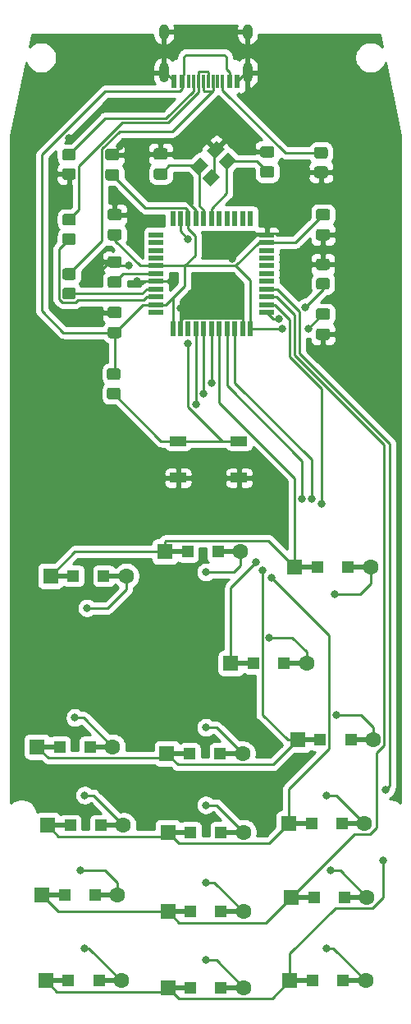
<source format=gbl>
%TF.GenerationSoftware,KiCad,Pcbnew,(5.1.9)-1*%
%TF.CreationDate,2021-01-14T19:29:22+00:00*%
%TF.ProjectId,Nokia_3310_Controller,4e6f6b69-615f-4333-9331-305f436f6e74,rev?*%
%TF.SameCoordinates,Original*%
%TF.FileFunction,Copper,L2,Bot*%
%TF.FilePolarity,Positive*%
%FSLAX46Y46*%
G04 Gerber Fmt 4.6, Leading zero omitted, Abs format (unit mm)*
G04 Created by KiCad (PCBNEW (5.1.9)-1) date 2021-01-14 19:29:22*
%MOMM*%
%LPD*%
G01*
G04 APERTURE LIST*
%TA.AperFunction,SMDPad,CuDef*%
%ADD10R,1.700000X1.000000*%
%TD*%
%TA.AperFunction,SMDPad,CuDef*%
%ADD11R,2.500000X0.500000*%
%TD*%
%TA.AperFunction,ComponentPad*%
%ADD12C,1.600000*%
%TD*%
%TA.AperFunction,ComponentPad*%
%ADD13R,1.600000X1.600000*%
%TD*%
%TA.AperFunction,SMDPad,CuDef*%
%ADD14R,1.200000X1.200000*%
%TD*%
%TA.AperFunction,SMDPad,CuDef*%
%ADD15R,1.500000X0.550000*%
%TD*%
%TA.AperFunction,SMDPad,CuDef*%
%ADD16R,0.550000X1.500000*%
%TD*%
%TA.AperFunction,SMDPad,CuDef*%
%ADD17C,0.100000*%
%TD*%
%TA.AperFunction,ComponentPad*%
%ADD18O,1.000000X1.600000*%
%TD*%
%TA.AperFunction,ComponentPad*%
%ADD19O,1.000000X2.100000*%
%TD*%
%TA.AperFunction,SMDPad,CuDef*%
%ADD20R,0.300000X1.450000*%
%TD*%
%TA.AperFunction,SMDPad,CuDef*%
%ADD21R,0.600000X1.450000*%
%TD*%
%TA.AperFunction,ViaPad*%
%ADD22C,0.800000*%
%TD*%
%TA.AperFunction,Conductor*%
%ADD23C,0.250000*%
%TD*%
%TA.AperFunction,Conductor*%
%ADD24C,0.254000*%
%TD*%
%TA.AperFunction,Conductor*%
%ADD25C,0.100000*%
%TD*%
G04 APERTURE END LIST*
D10*
%TO.P,SW_RST1,1*%
%TO.N,GND*%
X152650000Y-100300000D03*
X158950000Y-100300000D03*
%TO.P,SW_RST1,2*%
%TO.N,Net-(R1-Pad1)*%
X152650000Y-96500000D03*
X158950000Y-96500000D03*
%TD*%
%TO.P,R6,2*%
%TO.N,Net-(J1-PadB5)*%
%TA.AperFunction,SMDPad,CuDef*%
G36*
G01*
X167850001Y-67400000D02*
X166949999Y-67400000D01*
G75*
G02*
X166700000Y-67150001I0J249999D01*
G01*
X166700000Y-66449999D01*
G75*
G02*
X166949999Y-66200000I249999J0D01*
G01*
X167850001Y-66200000D01*
G75*
G02*
X168100000Y-66449999I0J-249999D01*
G01*
X168100000Y-67150001D01*
G75*
G02*
X167850001Y-67400000I-249999J0D01*
G01*
G37*
%TD.AperFunction*%
%TO.P,R6,1*%
%TO.N,GND*%
%TA.AperFunction,SMDPad,CuDef*%
G36*
G01*
X167850001Y-69400000D02*
X166949999Y-69400000D01*
G75*
G02*
X166700000Y-69150001I0J249999D01*
G01*
X166700000Y-68449999D01*
G75*
G02*
X166949999Y-68200000I249999J0D01*
G01*
X167850001Y-68200000D01*
G75*
G02*
X168100000Y-68449999I0J-249999D01*
G01*
X168100000Y-69150001D01*
G75*
G02*
X167850001Y-69400000I-249999J0D01*
G01*
G37*
%TD.AperFunction*%
%TD*%
%TO.P,R5,2*%
%TO.N,Net-(J1-PadA5)*%
%TA.AperFunction,SMDPad,CuDef*%
G36*
G01*
X141850001Y-67600000D02*
X140949999Y-67600000D01*
G75*
G02*
X140700000Y-67350001I0J249999D01*
G01*
X140700000Y-66649999D01*
G75*
G02*
X140949999Y-66400000I249999J0D01*
G01*
X141850001Y-66400000D01*
G75*
G02*
X142100000Y-66649999I0J-249999D01*
G01*
X142100000Y-67350001D01*
G75*
G02*
X141850001Y-67600000I-249999J0D01*
G01*
G37*
%TD.AperFunction*%
%TO.P,R5,1*%
%TO.N,GND*%
%TA.AperFunction,SMDPad,CuDef*%
G36*
G01*
X141850001Y-69600000D02*
X140949999Y-69600000D01*
G75*
G02*
X140700000Y-69350001I0J249999D01*
G01*
X140700000Y-68649999D01*
G75*
G02*
X140949999Y-68400000I249999J0D01*
G01*
X141850001Y-68400000D01*
G75*
G02*
X142100000Y-68649999I0J-249999D01*
G01*
X142100000Y-69350001D01*
G75*
G02*
X141850001Y-69600000I-249999J0D01*
G01*
G37*
%TD.AperFunction*%
%TD*%
%TO.P,C1,1*%
%TO.N,Net-(C1-Pad1)*%
%TA.AperFunction,SMDPad,CuDef*%
G36*
G01*
X151325000Y-69587500D02*
X150375000Y-69587500D01*
G75*
G02*
X150125000Y-69337500I0J250000D01*
G01*
X150125000Y-68662500D01*
G75*
G02*
X150375000Y-68412500I250000J0D01*
G01*
X151325000Y-68412500D01*
G75*
G02*
X151575000Y-68662500I0J-250000D01*
G01*
X151575000Y-69337500D01*
G75*
G02*
X151325000Y-69587500I-250000J0D01*
G01*
G37*
%TD.AperFunction*%
%TO.P,C1,2*%
%TO.N,GND*%
%TA.AperFunction,SMDPad,CuDef*%
G36*
G01*
X151325000Y-67512500D02*
X150375000Y-67512500D01*
G75*
G02*
X150125000Y-67262500I0J250000D01*
G01*
X150125000Y-66587500D01*
G75*
G02*
X150375000Y-66337500I250000J0D01*
G01*
X151325000Y-66337500D01*
G75*
G02*
X151575000Y-66587500I0J-250000D01*
G01*
X151575000Y-67262500D01*
G75*
G02*
X151325000Y-67512500I-250000J0D01*
G01*
G37*
%TD.AperFunction*%
%TD*%
%TO.P,C2,2*%
%TO.N,GND*%
%TA.AperFunction,SMDPad,CuDef*%
G36*
G01*
X162325000Y-67300000D02*
X161375000Y-67300000D01*
G75*
G02*
X161125000Y-67050000I0J250000D01*
G01*
X161125000Y-66375000D01*
G75*
G02*
X161375000Y-66125000I250000J0D01*
G01*
X162325000Y-66125000D01*
G75*
G02*
X162575000Y-66375000I0J-250000D01*
G01*
X162575000Y-67050000D01*
G75*
G02*
X162325000Y-67300000I-250000J0D01*
G01*
G37*
%TD.AperFunction*%
%TO.P,C2,1*%
%TO.N,Net-(C2-Pad1)*%
%TA.AperFunction,SMDPad,CuDef*%
G36*
G01*
X162325000Y-69375000D02*
X161375000Y-69375000D01*
G75*
G02*
X161125000Y-69125000I0J250000D01*
G01*
X161125000Y-68450000D01*
G75*
G02*
X161375000Y-68200000I250000J0D01*
G01*
X162325000Y-68200000D01*
G75*
G02*
X162575000Y-68450000I0J-250000D01*
G01*
X162575000Y-69125000D01*
G75*
G02*
X162325000Y-69375000I-250000J0D01*
G01*
G37*
%TD.AperFunction*%
%TD*%
%TO.P,C3,1*%
%TO.N,VCC*%
%TA.AperFunction,SMDPad,CuDef*%
G36*
G01*
X167125000Y-82837500D02*
X168075000Y-82837500D01*
G75*
G02*
X168325000Y-83087500I0J-250000D01*
G01*
X168325000Y-83762500D01*
G75*
G02*
X168075000Y-84012500I-250000J0D01*
G01*
X167125000Y-84012500D01*
G75*
G02*
X166875000Y-83762500I0J250000D01*
G01*
X166875000Y-83087500D01*
G75*
G02*
X167125000Y-82837500I250000J0D01*
G01*
G37*
%TD.AperFunction*%
%TO.P,C3,2*%
%TO.N,GND*%
%TA.AperFunction,SMDPad,CuDef*%
G36*
G01*
X167125000Y-84912500D02*
X168075000Y-84912500D01*
G75*
G02*
X168325000Y-85162500I0J-250000D01*
G01*
X168325000Y-85837500D01*
G75*
G02*
X168075000Y-86087500I-250000J0D01*
G01*
X167125000Y-86087500D01*
G75*
G02*
X166875000Y-85837500I0J250000D01*
G01*
X166875000Y-85162500D01*
G75*
G02*
X167125000Y-84912500I250000J0D01*
G01*
G37*
%TD.AperFunction*%
%TD*%
%TO.P,C4,2*%
%TO.N,GND*%
%TA.AperFunction,SMDPad,CuDef*%
G36*
G01*
X167125000Y-74662500D02*
X168075000Y-74662500D01*
G75*
G02*
X168325000Y-74912500I0J-250000D01*
G01*
X168325000Y-75587500D01*
G75*
G02*
X168075000Y-75837500I-250000J0D01*
G01*
X167125000Y-75837500D01*
G75*
G02*
X166875000Y-75587500I0J250000D01*
G01*
X166875000Y-74912500D01*
G75*
G02*
X167125000Y-74662500I250000J0D01*
G01*
G37*
%TD.AperFunction*%
%TO.P,C4,1*%
%TO.N,VCC*%
%TA.AperFunction,SMDPad,CuDef*%
G36*
G01*
X167125000Y-72587500D02*
X168075000Y-72587500D01*
G75*
G02*
X168325000Y-72837500I0J-250000D01*
G01*
X168325000Y-73512500D01*
G75*
G02*
X168075000Y-73762500I-250000J0D01*
G01*
X167125000Y-73762500D01*
G75*
G02*
X166875000Y-73512500I0J250000D01*
G01*
X166875000Y-72837500D01*
G75*
G02*
X167125000Y-72587500I250000J0D01*
G01*
G37*
%TD.AperFunction*%
%TD*%
%TO.P,C5,1*%
%TO.N,VCC*%
%TA.AperFunction,SMDPad,CuDef*%
G36*
G01*
X146575000Y-75837500D02*
X145625000Y-75837500D01*
G75*
G02*
X145375000Y-75587500I0J250000D01*
G01*
X145375000Y-74912500D01*
G75*
G02*
X145625000Y-74662500I250000J0D01*
G01*
X146575000Y-74662500D01*
G75*
G02*
X146825000Y-74912500I0J-250000D01*
G01*
X146825000Y-75587500D01*
G75*
G02*
X146575000Y-75837500I-250000J0D01*
G01*
G37*
%TD.AperFunction*%
%TO.P,C5,2*%
%TO.N,GND*%
%TA.AperFunction,SMDPad,CuDef*%
G36*
G01*
X146575000Y-73762500D02*
X145625000Y-73762500D01*
G75*
G02*
X145375000Y-73512500I0J250000D01*
G01*
X145375000Y-72837500D01*
G75*
G02*
X145625000Y-72587500I250000J0D01*
G01*
X146575000Y-72587500D01*
G75*
G02*
X146825000Y-72837500I0J-250000D01*
G01*
X146825000Y-73512500D01*
G75*
G02*
X146575000Y-73762500I-250000J0D01*
G01*
G37*
%TD.AperFunction*%
%TD*%
%TO.P,C6,2*%
%TO.N,GND*%
%TA.AperFunction,SMDPad,CuDef*%
G36*
G01*
X146325000Y-67587500D02*
X145375000Y-67587500D01*
G75*
G02*
X145125000Y-67337500I0J250000D01*
G01*
X145125000Y-66662500D01*
G75*
G02*
X145375000Y-66412500I250000J0D01*
G01*
X146325000Y-66412500D01*
G75*
G02*
X146575000Y-66662500I0J-250000D01*
G01*
X146575000Y-67337500D01*
G75*
G02*
X146325000Y-67587500I-250000J0D01*
G01*
G37*
%TD.AperFunction*%
%TO.P,C6,1*%
%TO.N,VCC*%
%TA.AperFunction,SMDPad,CuDef*%
G36*
G01*
X146325000Y-69662500D02*
X145375000Y-69662500D01*
G75*
G02*
X145125000Y-69412500I0J250000D01*
G01*
X145125000Y-68737500D01*
G75*
G02*
X145375000Y-68487500I250000J0D01*
G01*
X146325000Y-68487500D01*
G75*
G02*
X146575000Y-68737500I0J-250000D01*
G01*
X146575000Y-69412500D01*
G75*
G02*
X146325000Y-69662500I-250000J0D01*
G01*
G37*
%TD.AperFunction*%
%TD*%
%TO.P,C7,1*%
%TO.N,VCC*%
%TA.AperFunction,SMDPad,CuDef*%
G36*
G01*
X146575000Y-85912500D02*
X145625000Y-85912500D01*
G75*
G02*
X145375000Y-85662500I0J250000D01*
G01*
X145375000Y-84987500D01*
G75*
G02*
X145625000Y-84737500I250000J0D01*
G01*
X146575000Y-84737500D01*
G75*
G02*
X146825000Y-84987500I0J-250000D01*
G01*
X146825000Y-85662500D01*
G75*
G02*
X146575000Y-85912500I-250000J0D01*
G01*
G37*
%TD.AperFunction*%
%TO.P,C7,2*%
%TO.N,GND*%
%TA.AperFunction,SMDPad,CuDef*%
G36*
G01*
X146575000Y-83837500D02*
X145625000Y-83837500D01*
G75*
G02*
X145375000Y-83587500I0J250000D01*
G01*
X145375000Y-82912500D01*
G75*
G02*
X145625000Y-82662500I250000J0D01*
G01*
X146575000Y-82662500D01*
G75*
G02*
X146825000Y-82912500I0J-250000D01*
G01*
X146825000Y-83587500D01*
G75*
G02*
X146575000Y-83837500I-250000J0D01*
G01*
G37*
%TD.AperFunction*%
%TD*%
%TO.P,C8,2*%
%TO.N,GND*%
%TA.AperFunction,SMDPad,CuDef*%
G36*
G01*
X146575000Y-78642499D02*
X145625000Y-78642499D01*
G75*
G02*
X145375000Y-78392499I0J250000D01*
G01*
X145375000Y-77717499D01*
G75*
G02*
X145625000Y-77467499I250000J0D01*
G01*
X146575000Y-77467499D01*
G75*
G02*
X146825000Y-77717499I0J-250000D01*
G01*
X146825000Y-78392499D01*
G75*
G02*
X146575000Y-78642499I-250000J0D01*
G01*
G37*
%TD.AperFunction*%
%TO.P,C8,1*%
%TO.N,Net-(C8-Pad1)*%
%TA.AperFunction,SMDPad,CuDef*%
G36*
G01*
X146575000Y-80717499D02*
X145625000Y-80717499D01*
G75*
G02*
X145375000Y-80467499I0J250000D01*
G01*
X145375000Y-79792499D01*
G75*
G02*
X145625000Y-79542499I250000J0D01*
G01*
X146575000Y-79542499D01*
G75*
G02*
X146825000Y-79792499I0J-250000D01*
G01*
X146825000Y-80467499D01*
G75*
G02*
X146575000Y-80717499I-250000J0D01*
G01*
G37*
%TD.AperFunction*%
%TD*%
D11*
%TO.P,D1,2*%
%TO.N,Net-(D1-Pad2)*%
X146100000Y-110400000D03*
%TO.P,D1,1*%
%TO.N,/row0*%
X140700000Y-110400000D03*
D12*
%TO.P,D1,2*%
%TO.N,Net-(D1-Pad2)*%
X147300000Y-110400000D03*
D13*
%TO.P,D1,1*%
%TO.N,/row0*%
X139500000Y-110400000D03*
D14*
X141825000Y-110400000D03*
%TO.P,D1,2*%
%TO.N,Net-(D1-Pad2)*%
X144975000Y-110400000D03*
%TD*%
%TO.P,D2,2*%
%TO.N,Net-(D2-Pad2)*%
X156775000Y-107900000D03*
%TO.P,D2,1*%
%TO.N,/row0*%
X153625000Y-107900000D03*
D13*
X151300000Y-107900000D03*
D12*
%TO.P,D2,2*%
%TO.N,Net-(D2-Pad2)*%
X159100000Y-107900000D03*
D11*
%TO.P,D2,1*%
%TO.N,/row0*%
X152500000Y-107900000D03*
%TO.P,D2,2*%
%TO.N,Net-(D2-Pad2)*%
X157900000Y-107900000D03*
%TD*%
%TO.P,D3,2*%
%TO.N,Net-(D3-Pad2)*%
X171300000Y-109500000D03*
%TO.P,D3,1*%
%TO.N,/row0*%
X165900000Y-109500000D03*
D12*
%TO.P,D3,2*%
%TO.N,Net-(D3-Pad2)*%
X172500000Y-109500000D03*
D13*
%TO.P,D3,1*%
%TO.N,/row0*%
X164700000Y-109500000D03*
D14*
X167025000Y-109500000D03*
%TO.P,D3,2*%
%TO.N,Net-(D3-Pad2)*%
X170175000Y-109500000D03*
%TD*%
%TO.P,D4,2*%
%TO.N,Net-(D4-Pad2)*%
X163575000Y-119400000D03*
%TO.P,D4,1*%
%TO.N,/row1*%
X160425000Y-119400000D03*
D13*
X158100000Y-119400000D03*
D12*
%TO.P,D4,2*%
%TO.N,Net-(D4-Pad2)*%
X165900000Y-119400000D03*
D11*
%TO.P,D4,1*%
%TO.N,/row1*%
X159300000Y-119400000D03*
%TO.P,D4,2*%
%TO.N,Net-(D4-Pad2)*%
X164700000Y-119400000D03*
%TD*%
%TO.P,D5,2*%
%TO.N,Net-(D5-Pad2)*%
X144700000Y-128000000D03*
%TO.P,D5,1*%
%TO.N,/row2*%
X139300000Y-128000000D03*
D12*
%TO.P,D5,2*%
%TO.N,Net-(D5-Pad2)*%
X145900000Y-128000000D03*
D13*
%TO.P,D5,1*%
%TO.N,/row2*%
X138100000Y-128000000D03*
D14*
X140425000Y-128000000D03*
%TO.P,D5,2*%
%TO.N,Net-(D5-Pad2)*%
X143575000Y-128000000D03*
%TD*%
%TO.P,D6,2*%
%TO.N,Net-(D6-Pad2)*%
X156975000Y-128700000D03*
%TO.P,D6,1*%
%TO.N,/row2*%
X153825000Y-128700000D03*
D13*
X151500000Y-128700000D03*
D12*
%TO.P,D6,2*%
%TO.N,Net-(D6-Pad2)*%
X159300000Y-128700000D03*
D11*
%TO.P,D6,1*%
%TO.N,/row2*%
X152700000Y-128700000D03*
%TO.P,D6,2*%
%TO.N,Net-(D6-Pad2)*%
X158100000Y-128700000D03*
%TD*%
%TO.P,D7,2*%
%TO.N,Net-(D7-Pad2)*%
X171600000Y-127300000D03*
%TO.P,D7,1*%
%TO.N,/row2*%
X166200000Y-127300000D03*
D12*
%TO.P,D7,2*%
%TO.N,Net-(D7-Pad2)*%
X172800000Y-127300000D03*
D13*
%TO.P,D7,1*%
%TO.N,/row2*%
X165000000Y-127300000D03*
D14*
X167325000Y-127300000D03*
%TO.P,D7,2*%
%TO.N,Net-(D7-Pad2)*%
X170475000Y-127300000D03*
%TD*%
%TO.P,D8,2*%
%TO.N,Net-(D8-Pad2)*%
X144675000Y-136100000D03*
%TO.P,D8,1*%
%TO.N,/row3*%
X141525000Y-136100000D03*
D13*
X139200000Y-136100000D03*
D12*
%TO.P,D8,2*%
%TO.N,Net-(D8-Pad2)*%
X147000000Y-136100000D03*
D11*
%TO.P,D8,1*%
%TO.N,/row3*%
X140400000Y-136100000D03*
%TO.P,D8,2*%
%TO.N,Net-(D8-Pad2)*%
X145800000Y-136100000D03*
%TD*%
%TO.P,D9,2*%
%TO.N,Net-(D9-Pad2)*%
X158200000Y-136800000D03*
%TO.P,D9,1*%
%TO.N,/row3*%
X152800000Y-136800000D03*
D12*
%TO.P,D9,2*%
%TO.N,Net-(D9-Pad2)*%
X159400000Y-136800000D03*
D13*
%TO.P,D9,1*%
%TO.N,/row3*%
X151600000Y-136800000D03*
D14*
X153925000Y-136800000D03*
%TO.P,D9,2*%
%TO.N,Net-(D9-Pad2)*%
X157075000Y-136800000D03*
%TD*%
%TO.P,D10,2*%
%TO.N,Net-(D10-Pad2)*%
X169575000Y-135900000D03*
%TO.P,D10,1*%
%TO.N,/row3*%
X166425000Y-135900000D03*
D13*
X164100000Y-135900000D03*
D12*
%TO.P,D10,2*%
%TO.N,Net-(D10-Pad2)*%
X171900000Y-135900000D03*
D11*
%TO.P,D10,1*%
%TO.N,/row3*%
X165300000Y-135900000D03*
%TO.P,D10,2*%
%TO.N,Net-(D10-Pad2)*%
X170700000Y-135900000D03*
%TD*%
D14*
%TO.P,D11,2*%
%TO.N,Net-(D11-Pad2)*%
X144075000Y-143300000D03*
%TO.P,D11,1*%
%TO.N,/row4*%
X140925000Y-143300000D03*
D13*
X138600000Y-143300000D03*
D12*
%TO.P,D11,2*%
%TO.N,Net-(D11-Pad2)*%
X146400000Y-143300000D03*
D11*
%TO.P,D11,1*%
%TO.N,/row4*%
X139800000Y-143300000D03*
%TO.P,D11,2*%
%TO.N,Net-(D11-Pad2)*%
X145200000Y-143300000D03*
%TD*%
%TO.P,D12,2*%
%TO.N,Net-(D12-Pad2)*%
X158200000Y-145000000D03*
%TO.P,D12,1*%
%TO.N,/row4*%
X152800000Y-145000000D03*
D12*
%TO.P,D12,2*%
%TO.N,Net-(D12-Pad2)*%
X159400000Y-145000000D03*
D13*
%TO.P,D12,1*%
%TO.N,/row4*%
X151600000Y-145000000D03*
D14*
X153925000Y-145000000D03*
%TO.P,D12,2*%
%TO.N,Net-(D12-Pad2)*%
X157075000Y-145000000D03*
%TD*%
%TO.P,D13,2*%
%TO.N,Net-(D13-Pad2)*%
X169825000Y-143500000D03*
%TO.P,D13,1*%
%TO.N,/row4*%
X166675000Y-143500000D03*
D13*
X164350000Y-143500000D03*
D12*
%TO.P,D13,2*%
%TO.N,Net-(D13-Pad2)*%
X172150000Y-143500000D03*
D11*
%TO.P,D13,1*%
%TO.N,/row4*%
X165550000Y-143500000D03*
%TO.P,D13,2*%
%TO.N,Net-(D13-Pad2)*%
X170950000Y-143500000D03*
%TD*%
%TO.P,D14,2*%
%TO.N,Net-(D14-Pad2)*%
X145600000Y-152100000D03*
%TO.P,D14,1*%
%TO.N,/row5*%
X140200000Y-152100000D03*
D12*
%TO.P,D14,2*%
%TO.N,Net-(D14-Pad2)*%
X146800000Y-152100000D03*
D13*
%TO.P,D14,1*%
%TO.N,/row5*%
X139000000Y-152100000D03*
D14*
X141325000Y-152100000D03*
%TO.P,D14,2*%
%TO.N,Net-(D14-Pad2)*%
X144475000Y-152100000D03*
%TD*%
%TO.P,D15,2*%
%TO.N,Net-(D15-Pad2)*%
X157075000Y-152800000D03*
%TO.P,D15,1*%
%TO.N,/row5*%
X153925000Y-152800000D03*
D13*
X151600000Y-152800000D03*
D12*
%TO.P,D15,2*%
%TO.N,Net-(D15-Pad2)*%
X159400000Y-152800000D03*
D11*
%TO.P,D15,1*%
%TO.N,/row5*%
X152800000Y-152800000D03*
%TO.P,D15,2*%
%TO.N,Net-(D15-Pad2)*%
X158200000Y-152800000D03*
%TD*%
%TO.P,D16,2*%
%TO.N,Net-(D16-Pad2)*%
X170800000Y-152100000D03*
%TO.P,D16,1*%
%TO.N,/row5*%
X165400000Y-152100000D03*
D12*
%TO.P,D16,2*%
%TO.N,Net-(D16-Pad2)*%
X172000000Y-152100000D03*
D13*
%TO.P,D16,1*%
%TO.N,/row5*%
X164200000Y-152100000D03*
D14*
X166525000Y-152100000D03*
%TO.P,D16,2*%
%TO.N,Net-(D16-Pad2)*%
X169675000Y-152100000D03*
%TD*%
%TO.P,R1,1*%
%TO.N,Net-(R1-Pad1)*%
%TA.AperFunction,SMDPad,CuDef*%
G36*
G01*
X146450001Y-92204999D02*
X145549999Y-92204999D01*
G75*
G02*
X145300000Y-91955000I0J249999D01*
G01*
X145300000Y-91254998D01*
G75*
G02*
X145549999Y-91004999I249999J0D01*
G01*
X146450001Y-91004999D01*
G75*
G02*
X146700000Y-91254998I0J-249999D01*
G01*
X146700000Y-91955000D01*
G75*
G02*
X146450001Y-92204999I-249999J0D01*
G01*
G37*
%TD.AperFunction*%
%TO.P,R1,2*%
%TO.N,VCC*%
%TA.AperFunction,SMDPad,CuDef*%
G36*
G01*
X146450001Y-90204999D02*
X145549999Y-90204999D01*
G75*
G02*
X145300000Y-89955000I0J249999D01*
G01*
X145300000Y-89254998D01*
G75*
G02*
X145549999Y-89004999I249999J0D01*
G01*
X146450001Y-89004999D01*
G75*
G02*
X146700000Y-89254998I0J-249999D01*
G01*
X146700000Y-89955000D01*
G75*
G02*
X146450001Y-90204999I-249999J0D01*
G01*
G37*
%TD.AperFunction*%
%TD*%
%TO.P,R2,2*%
%TO.N,Net-(R2-Pad2)*%
%TA.AperFunction,SMDPad,CuDef*%
G36*
G01*
X167149999Y-79700000D02*
X168050001Y-79700000D01*
G75*
G02*
X168300000Y-79949999I0J-249999D01*
G01*
X168300000Y-80650001D01*
G75*
G02*
X168050001Y-80900000I-249999J0D01*
G01*
X167149999Y-80900000D01*
G75*
G02*
X166900000Y-80650001I0J249999D01*
G01*
X166900000Y-79949999D01*
G75*
G02*
X167149999Y-79700000I249999J0D01*
G01*
G37*
%TD.AperFunction*%
%TO.P,R2,1*%
%TO.N,GND*%
%TA.AperFunction,SMDPad,CuDef*%
G36*
G01*
X167149999Y-77700000D02*
X168050001Y-77700000D01*
G75*
G02*
X168300000Y-77949999I0J-249999D01*
G01*
X168300000Y-78650001D01*
G75*
G02*
X168050001Y-78900000I-249999J0D01*
G01*
X167149999Y-78900000D01*
G75*
G02*
X166900000Y-78650001I0J249999D01*
G01*
X166900000Y-77949999D01*
G75*
G02*
X167149999Y-77700000I249999J0D01*
G01*
G37*
%TD.AperFunction*%
%TD*%
%TO.P,R3,1*%
%TO.N,Net-(R3-Pad1)*%
%TA.AperFunction,SMDPad,CuDef*%
G36*
G01*
X141850001Y-76300000D02*
X140949999Y-76300000D01*
G75*
G02*
X140700000Y-76050001I0J249999D01*
G01*
X140700000Y-75349999D01*
G75*
G02*
X140949999Y-75100000I249999J0D01*
G01*
X141850001Y-75100000D01*
G75*
G02*
X142100000Y-75349999I0J-249999D01*
G01*
X142100000Y-76050001D01*
G75*
G02*
X141850001Y-76300000I-249999J0D01*
G01*
G37*
%TD.AperFunction*%
%TO.P,R3,2*%
%TO.N,Net-(J1-PadA7)*%
%TA.AperFunction,SMDPad,CuDef*%
G36*
G01*
X141850001Y-74300000D02*
X140949999Y-74300000D01*
G75*
G02*
X140700000Y-74050001I0J249999D01*
G01*
X140700000Y-73349999D01*
G75*
G02*
X140949999Y-73100000I249999J0D01*
G01*
X141850001Y-73100000D01*
G75*
G02*
X142100000Y-73349999I0J-249999D01*
G01*
X142100000Y-74050001D01*
G75*
G02*
X141850001Y-74300000I-249999J0D01*
G01*
G37*
%TD.AperFunction*%
%TD*%
%TO.P,R4,1*%
%TO.N,Net-(R4-Pad1)*%
%TA.AperFunction,SMDPad,CuDef*%
G36*
G01*
X141850001Y-81900000D02*
X140949999Y-81900000D01*
G75*
G02*
X140700000Y-81650001I0J249999D01*
G01*
X140700000Y-80949999D01*
G75*
G02*
X140949999Y-80700000I249999J0D01*
G01*
X141850001Y-80700000D01*
G75*
G02*
X142100000Y-80949999I0J-249999D01*
G01*
X142100000Y-81650001D01*
G75*
G02*
X141850001Y-81900000I-249999J0D01*
G01*
G37*
%TD.AperFunction*%
%TO.P,R4,2*%
%TO.N,Net-(J1-PadA6)*%
%TA.AperFunction,SMDPad,CuDef*%
G36*
G01*
X141850001Y-79900000D02*
X140949999Y-79900000D01*
G75*
G02*
X140700000Y-79650001I0J249999D01*
G01*
X140700000Y-78949999D01*
G75*
G02*
X140949999Y-78700000I249999J0D01*
G01*
X141850001Y-78700000D01*
G75*
G02*
X142100000Y-78949999I0J-249999D01*
G01*
X142100000Y-79650001D01*
G75*
G02*
X141850001Y-79900000I-249999J0D01*
G01*
G37*
%TD.AperFunction*%
%TD*%
D15*
%TO.P,U1,1*%
%TO.N,Net-(U1-Pad1)*%
X150400000Y-83250000D03*
%TO.P,U1,2*%
%TO.N,VCC*%
X150400000Y-82450000D03*
%TO.P,U1,3*%
%TO.N,Net-(R3-Pad1)*%
X150400000Y-81650000D03*
%TO.P,U1,4*%
%TO.N,Net-(R4-Pad1)*%
X150400000Y-80850000D03*
%TO.P,U1,5*%
%TO.N,GND*%
X150400000Y-80050000D03*
%TO.P,U1,6*%
%TO.N,Net-(C8-Pad1)*%
X150400000Y-79250000D03*
%TO.P,U1,7*%
%TO.N,VCC*%
X150400000Y-78450000D03*
%TO.P,U1,8*%
%TO.N,Net-(U1-Pad8)*%
X150400000Y-77650000D03*
%TO.P,U1,9*%
%TO.N,Net-(U1-Pad9)*%
X150400000Y-76850000D03*
%TO.P,U1,10*%
%TO.N,Net-(U1-Pad10)*%
X150400000Y-76050000D03*
%TO.P,U1,11*%
%TO.N,Net-(U1-Pad11)*%
X150400000Y-75250000D03*
D16*
%TO.P,U1,12*%
%TO.N,Net-(U1-Pad12)*%
X152100000Y-73550000D03*
%TO.P,U1,13*%
%TO.N,Net-(R1-Pad1)*%
X152900000Y-73550000D03*
%TO.P,U1,14*%
%TO.N,VCC*%
X153700000Y-73550000D03*
%TO.P,U1,15*%
%TO.N,GND*%
X154500000Y-73550000D03*
%TO.P,U1,16*%
%TO.N,Net-(C1-Pad1)*%
X155300000Y-73550000D03*
%TO.P,U1,17*%
%TO.N,Net-(C2-Pad1)*%
X156100000Y-73550000D03*
%TO.P,U1,18*%
%TO.N,Net-(U1-Pad18)*%
X156900000Y-73550000D03*
%TO.P,U1,19*%
%TO.N,Net-(U1-Pad19)*%
X157700000Y-73550000D03*
%TO.P,U1,20*%
%TO.N,Net-(U1-Pad20)*%
X158500000Y-73550000D03*
%TO.P,U1,21*%
%TO.N,Net-(U1-Pad21)*%
X159300000Y-73550000D03*
%TO.P,U1,22*%
%TO.N,Net-(U1-Pad22)*%
X160100000Y-73550000D03*
D15*
%TO.P,U1,23*%
%TO.N,GND*%
X161800000Y-75250000D03*
%TO.P,U1,24*%
%TO.N,VCC*%
X161800000Y-76050000D03*
%TO.P,U1,25*%
%TO.N,Net-(U1-Pad25)*%
X161800000Y-76850000D03*
%TO.P,U1,26*%
%TO.N,Net-(U1-Pad26)*%
X161800000Y-77650000D03*
%TO.P,U1,27*%
%TO.N,Net-(U1-Pad27)*%
X161800000Y-78450000D03*
%TO.P,U1,28*%
%TO.N,Net-(U1-Pad28)*%
X161800000Y-79250000D03*
%TO.P,U1,29*%
%TO.N,Net-(U1-Pad29)*%
X161800000Y-80050000D03*
%TO.P,U1,30*%
%TO.N,/row5*%
X161800000Y-80850000D03*
%TO.P,U1,31*%
%TO.N,/row4*%
X161800000Y-81650000D03*
%TO.P,U1,32*%
%TO.N,/row3*%
X161800000Y-82450000D03*
%TO.P,U1,33*%
%TO.N,Net-(R2-Pad2)*%
X161800000Y-83250000D03*
D16*
%TO.P,U1,34*%
%TO.N,VCC*%
X160100000Y-84950000D03*
%TO.P,U1,35*%
%TO.N,GND*%
X159300000Y-84950000D03*
%TO.P,U1,36*%
%TO.N,/row2*%
X158500000Y-84950000D03*
%TO.P,U1,37*%
%TO.N,/row1*%
X157700000Y-84950000D03*
%TO.P,U1,38*%
%TO.N,/row0*%
X156900000Y-84950000D03*
%TO.P,U1,39*%
%TO.N,/col2*%
X156100000Y-84950000D03*
%TO.P,U1,40*%
%TO.N,/col1*%
X155300000Y-84950000D03*
%TO.P,U1,41*%
%TO.N,/col0*%
X154500000Y-84950000D03*
%TO.P,U1,42*%
%TO.N,Net-(U1-Pad42)*%
X153700000Y-84950000D03*
%TO.P,U1,43*%
%TO.N,GND*%
X152900000Y-84950000D03*
%TO.P,U1,44*%
%TO.N,VCC*%
X152100000Y-84950000D03*
%TD*%
%TA.AperFunction,SMDPad,CuDef*%
D17*
%TO.P,X1,3*%
%TO.N,GND*%
G36*
X155993934Y-70275305D02*
G01*
X155145406Y-69426777D01*
X156135356Y-68436827D01*
X156983884Y-69285355D01*
X155993934Y-70275305D01*
G37*
%TD.AperFunction*%
%TA.AperFunction,SMDPad,CuDef*%
%TO.P,X1,2*%
%TO.N,Net-(C2-Pad1)*%
G36*
X157690990Y-68578249D02*
G01*
X156842462Y-67729721D01*
X157832412Y-66739771D01*
X158680940Y-67588299D01*
X157690990Y-68578249D01*
G37*
%TD.AperFunction*%
%TA.AperFunction,SMDPad,CuDef*%
%TO.P,X1,1*%
%TO.N,Net-(C1-Pad1)*%
G36*
X154791852Y-69073223D02*
G01*
X153943324Y-68224695D01*
X154933274Y-67234745D01*
X155781802Y-68083273D01*
X154791852Y-69073223D01*
G37*
%TD.AperFunction*%
%TA.AperFunction,SMDPad,CuDef*%
%TO.P,X1,3*%
%TO.N,GND*%
G36*
X156488908Y-67376167D02*
G01*
X155640380Y-66527639D01*
X156630330Y-65537689D01*
X157478858Y-66386217D01*
X156488908Y-67376167D01*
G37*
%TD.AperFunction*%
%TD*%
D18*
%TO.P,J1,S1*%
%TO.N,GND*%
X159820000Y-54350000D03*
X151180000Y-54350000D03*
D19*
X151180000Y-58530000D03*
X159820000Y-58530000D03*
D20*
%TO.P,J1,A6*%
%TO.N,Net-(J1-PadA6)*%
X155250000Y-59445000D03*
%TO.P,J1,B5*%
%TO.N,Net-(J1-PadB5)*%
X157250000Y-59445000D03*
%TO.P,J1,A8*%
%TO.N,Net-(J1-PadA8)*%
X156750000Y-59445000D03*
%TO.P,J1,B6*%
%TO.N,Net-(J1-PadA6)*%
X156250000Y-59445000D03*
%TO.P,J1,A7*%
%TO.N,Net-(J1-PadA7)*%
X155750000Y-59445000D03*
%TO.P,J1,B7*%
X154750000Y-59445000D03*
%TO.P,J1,A5*%
%TO.N,Net-(J1-PadA5)*%
X154250000Y-59445000D03*
%TO.P,J1,B8*%
%TO.N,Net-(J1-PadB8)*%
X153750000Y-59445000D03*
D21*
%TO.P,J1,A12*%
%TO.N,GND*%
X158750000Y-59445000D03*
%TO.P,J1,B4*%
%TO.N,VCC*%
X157950000Y-59445000D03*
%TO.P,J1,A4*%
X153050000Y-59445000D03*
%TO.P,J1,A1*%
%TO.N,GND*%
X152250000Y-59445000D03*
%TO.P,J1,B12*%
X152250000Y-59445000D03*
%TO.P,J1,B9*%
%TO.N,VCC*%
X153050000Y-59445000D03*
%TO.P,J1,A9*%
X157950000Y-59445000D03*
%TO.P,J1,B1*%
%TO.N,GND*%
X158750000Y-59445000D03*
%TD*%
D22*
%TO.N,GND*%
X152700000Y-71400000D03*
X148500000Y-73200000D03*
X146600000Y-66100000D03*
X141400000Y-65300000D03*
X143800000Y-79800000D03*
X143800000Y-83100000D03*
X148400000Y-80000000D03*
X147600000Y-78400000D03*
X152100000Y-80400000D03*
X152900000Y-82800000D03*
X158200000Y-77700000D03*
X157500000Y-80300000D03*
%TO.N,VCC*%
X166100000Y-84900000D03*
X163400000Y-84900000D03*
%TO.N,Net-(D1-Pad2)*%
X143250000Y-113700000D03*
%TO.N,Net-(D2-Pad2)*%
X155500000Y-110000000D03*
%TO.N,Net-(D3-Pad2)*%
X168800000Y-112250000D03*
%TO.N,Net-(D4-Pad2)*%
X162050000Y-116750000D03*
%TO.N,/row1*%
X160700000Y-109000000D03*
X165425000Y-102500000D03*
%TO.N,Net-(D5-Pad2)*%
X142000000Y-125000000D03*
%TO.N,/row2*%
X161400000Y-109800000D03*
X166425003Y-102500000D03*
%TO.N,Net-(D6-Pad2)*%
X155500000Y-126000000D03*
%TO.N,Net-(D7-Pad2)*%
X169000000Y-124750000D03*
%TO.N,Net-(D8-Pad2)*%
X143000000Y-133000000D03*
%TO.N,/row3*%
X162300000Y-110600000D03*
X167500000Y-103000000D03*
%TO.N,Net-(D9-Pad2)*%
X155500000Y-134000000D03*
%TO.N,Net-(D10-Pad2)*%
X168000000Y-133000000D03*
%TO.N,Net-(D11-Pad2)*%
X142600000Y-140750000D03*
%TO.N,Net-(D12-Pad2)*%
X155500000Y-142000000D03*
%TO.N,Net-(D13-Pad2)*%
X168400000Y-140750000D03*
%TO.N,Net-(D14-Pad2)*%
X143000000Y-148750000D03*
%TO.N,/row5*%
X173800000Y-139700000D03*
X174100000Y-132400000D03*
%TO.N,Net-(D15-Pad2)*%
X155500000Y-150000000D03*
%TO.N,Net-(D16-Pad2)*%
X168000000Y-148750000D03*
%TO.N,Net-(R1-Pad1)*%
X153700000Y-86500000D03*
X153700000Y-75700000D03*
%TO.N,Net-(R2-Pad2)*%
X165800000Y-82700000D03*
X163085453Y-83950757D03*
%TO.N,/col0*%
X154500000Y-92700000D03*
%TO.N,/col1*%
X155300000Y-91600000D03*
%TO.N,/col2*%
X156100000Y-90500000D03*
%TD*%
D23*
%TO.N,Net-(C1-Pad1)*%
X154820396Y-72260394D02*
X155300000Y-72739998D01*
X154820396Y-68266862D02*
X154820396Y-72260394D01*
X155300000Y-72739998D02*
X155300000Y-73550000D01*
X154968629Y-68118629D02*
X154820396Y-68266862D01*
X151731371Y-68118629D02*
X150850000Y-69000000D01*
X154968629Y-68118629D02*
X151731371Y-68118629D01*
%TO.N,GND*%
X156517452Y-66569806D02*
X156517452Y-67082548D01*
X156524264Y-66562994D02*
X156517452Y-66569806D01*
X156517452Y-67082548D02*
X156350000Y-67250000D01*
X156350000Y-69000000D02*
X156100000Y-69250000D01*
X156350000Y-67250000D02*
X156350000Y-69000000D01*
X152650000Y-100300000D02*
X158950000Y-100300000D01*
X159665000Y-58530000D02*
X158750000Y-59445000D01*
X159820000Y-58530000D02*
X159665000Y-58530000D01*
X159820000Y-58530000D02*
X159820000Y-54350000D01*
X159820000Y-54350000D02*
X151180000Y-54350000D01*
X151180000Y-54350000D02*
X151180000Y-58530000D01*
X151335000Y-58530000D02*
X152250000Y-59445000D01*
X151180000Y-58530000D02*
X151335000Y-58530000D01*
X153160002Y-71400000D02*
X152700000Y-71400000D01*
X154500000Y-72739998D02*
X153160002Y-71400000D01*
X154500000Y-73550000D02*
X154500000Y-72739998D01*
X145850000Y-66850000D02*
X146600000Y-66100000D01*
X145850000Y-67000000D02*
X145850000Y-66850000D01*
X145545001Y-78054999D02*
X143800000Y-79800000D01*
X146100000Y-78054999D02*
X145545001Y-78054999D01*
X148450000Y-80050000D02*
X148400000Y-80000000D01*
X150400000Y-80050000D02*
X148450000Y-80050000D01*
X146445001Y-78400000D02*
X146100000Y-78054999D01*
X147600000Y-78400000D02*
X146445001Y-78400000D01*
X152900000Y-84139998D02*
X152900000Y-84950000D01*
X153164999Y-83874999D02*
X152900000Y-84139998D01*
X159224999Y-83874999D02*
X153164999Y-83874999D01*
X159300000Y-83950000D02*
X159224999Y-83874999D01*
X159300000Y-84950000D02*
X159300000Y-83950000D01*
X151750000Y-80050000D02*
X152100000Y-80400000D01*
X150400000Y-80050000D02*
X151750000Y-80050000D01*
X152900000Y-82800000D02*
X152900000Y-84950000D01*
X160650000Y-75250000D02*
X158200000Y-77700000D01*
X161800000Y-75250000D02*
X160650000Y-75250000D01*
%TO.N,Net-(C2-Pad1)*%
X156100000Y-72550000D02*
X156100000Y-73550000D01*
X157655635Y-70994365D02*
X156100000Y-72550000D01*
X157655635Y-67694365D02*
X157655635Y-70994365D01*
X160756865Y-67694365D02*
X161850000Y-68787500D01*
X157655635Y-67694365D02*
X160756865Y-67694365D01*
%TO.N,VCC*%
X148712500Y-78450000D02*
X150400000Y-78450000D01*
X146100000Y-75837500D02*
X148712500Y-78450000D01*
X146100000Y-75250000D02*
X146100000Y-75837500D01*
X160989998Y-76050000D02*
X161800000Y-76050000D01*
X158589998Y-78450000D02*
X160989998Y-76050000D01*
X153350000Y-80500000D02*
X153350000Y-78450000D01*
X150400000Y-82450000D02*
X151400000Y-82450000D01*
X153350000Y-78450000D02*
X158589998Y-78450000D01*
X150400000Y-78450000D02*
X153350000Y-78450000D01*
X164725000Y-76050000D02*
X161800000Y-76050000D01*
X167600000Y-73175000D02*
X164725000Y-76050000D01*
X148975000Y-82450000D02*
X150400000Y-82450000D01*
X146100000Y-85325000D02*
X148975000Y-82450000D01*
X146100000Y-89504999D02*
X146000000Y-89604999D01*
X146100000Y-85325000D02*
X146100000Y-89504999D01*
X153700000Y-72739998D02*
X153700000Y-73550000D01*
X153435001Y-72474999D02*
X153700000Y-72739998D01*
X149249999Y-72474999D02*
X153435001Y-72474999D01*
X145850000Y-69075000D02*
X149249999Y-72474999D01*
X153274999Y-58725001D02*
X153274999Y-56925001D01*
X153050000Y-58950000D02*
X153274999Y-58725001D01*
X153050000Y-59445000D02*
X153050000Y-58950000D01*
X153274999Y-56925001D02*
X153500000Y-56700000D01*
X153500000Y-56700000D02*
X157400000Y-56700000D01*
X157400000Y-56700000D02*
X157600000Y-56900000D01*
X157950000Y-58522002D02*
X157950000Y-59445000D01*
X157600000Y-58172002D02*
X157950000Y-58522002D01*
X157600000Y-56900000D02*
X157600000Y-58172002D01*
X167575000Y-83425000D02*
X166100000Y-84900000D01*
X167600000Y-83425000D02*
X167575000Y-83425000D01*
X160150000Y-84900000D02*
X160100000Y-84950000D01*
X163400000Y-84900000D02*
X160150000Y-84900000D01*
X154425001Y-75351999D02*
X154425001Y-77374999D01*
X153700000Y-74626998D02*
X154425001Y-75351999D01*
X154425001Y-77374999D02*
X153350000Y-78450000D01*
X153700000Y-73550000D02*
X153700000Y-74626998D01*
X160100000Y-79960002D02*
X158589998Y-78450000D01*
X160100000Y-84950000D02*
X160100000Y-79960002D01*
X152100000Y-81750000D02*
X152125000Y-81725000D01*
X152100000Y-84950000D02*
X152100000Y-81750000D01*
X152125000Y-81725000D02*
X153350000Y-80500000D01*
X151400000Y-82450000D02*
X152125000Y-81725000D01*
X146100000Y-85325000D02*
X140825000Y-85325000D01*
X140825000Y-85325000D02*
X138600000Y-83100000D01*
X153050000Y-60255002D02*
X153050000Y-59445000D01*
X152810001Y-60495001D02*
X153050000Y-60255002D01*
X138600000Y-67026998D02*
X145131997Y-60495001D01*
X145131997Y-60495001D02*
X152810001Y-60495001D01*
X138600000Y-83100000D02*
X138600000Y-67026998D01*
%TO.N,Net-(C8-Pad1)*%
X146979999Y-79250000D02*
X150400000Y-79250000D01*
X146100000Y-80129999D02*
X146979999Y-79250000D01*
%TO.N,Net-(D1-Pad2)*%
X147300000Y-110400000D02*
X147300000Y-111800000D01*
X145400000Y-113700000D02*
X143250000Y-113700000D01*
X147300000Y-111800000D02*
X145400000Y-113700000D01*
%TO.N,/row0*%
X142000000Y-107900000D02*
X151300000Y-107900000D01*
X139500000Y-110400000D02*
X142000000Y-107900000D01*
X161974999Y-106774999D02*
X164700000Y-109500000D01*
X151375001Y-106774999D02*
X161974999Y-106774999D01*
X151300000Y-106850000D02*
X151375001Y-106774999D01*
X151300000Y-107900000D02*
X151300000Y-106850000D01*
X156900000Y-92514998D02*
X164700000Y-100314998D01*
X164700000Y-100314998D02*
X164700000Y-109500000D01*
X156900000Y-84950000D02*
X156900000Y-92514998D01*
%TO.N,Net-(D2-Pad2)*%
X159100000Y-107900000D02*
X159100000Y-109300000D01*
X158400000Y-110000000D02*
X155500000Y-110000000D01*
X159100000Y-109300000D02*
X158400000Y-110000000D01*
%TO.N,Net-(D3-Pad2)*%
X172500000Y-109500000D02*
X172500000Y-111200000D01*
X171450000Y-112250000D02*
X168800000Y-112250000D01*
X172500000Y-111200000D02*
X171450000Y-112250000D01*
%TO.N,Net-(D4-Pad2)*%
X165900000Y-119400000D02*
X165900000Y-118200000D01*
X164450000Y-116750000D02*
X162050000Y-116750000D01*
X165900000Y-118200000D02*
X164450000Y-116750000D01*
%TO.N,/row1*%
X158100000Y-111600000D02*
X160700000Y-109000000D01*
X158100000Y-119400000D02*
X158100000Y-111600000D01*
X165425000Y-102500000D02*
X165425000Y-98525000D01*
X157700000Y-90800000D02*
X157700000Y-84950000D01*
X165425000Y-98525000D02*
X157700000Y-90800000D01*
%TO.N,Net-(D5-Pad2)*%
X142900000Y-125000000D02*
X142000000Y-125000000D01*
X145900000Y-128000000D02*
X142900000Y-125000000D01*
%TO.N,/row2*%
X151074999Y-129125001D02*
X151500000Y-128700000D01*
X139225001Y-129125001D02*
X151074999Y-129125001D01*
X138100000Y-128000000D02*
X139225001Y-129125001D01*
X162474999Y-129825001D02*
X165000000Y-127300000D01*
X152625001Y-129825001D02*
X162474999Y-129825001D01*
X151500000Y-128700000D02*
X152625001Y-129825001D01*
X161350001Y-124700001D02*
X161350001Y-117850001D01*
X163950000Y-127300000D02*
X161350001Y-124700001D01*
X165000000Y-127300000D02*
X163950000Y-127300000D01*
X161324999Y-109875001D02*
X161400000Y-109800000D01*
X161324999Y-117824999D02*
X161324999Y-109875001D01*
X161350001Y-117850001D02*
X161324999Y-117824999D01*
X166425003Y-102500000D02*
X166425003Y-98425003D01*
X158500000Y-90500000D02*
X158500000Y-84950000D01*
X166425003Y-98425003D02*
X158500000Y-90500000D01*
%TO.N,Net-(D6-Pad2)*%
X156600000Y-126000000D02*
X155500000Y-126000000D01*
X159300000Y-128700000D02*
X156600000Y-126000000D01*
%TO.N,Net-(D7-Pad2)*%
X172800000Y-127300000D02*
X172800000Y-126000000D01*
X171550000Y-124750000D02*
X169000000Y-124750000D01*
X172800000Y-126000000D02*
X171550000Y-124750000D01*
%TO.N,Net-(D8-Pad2)*%
X143900000Y-133000000D02*
X143000000Y-133000000D01*
X147000000Y-136100000D02*
X143900000Y-133000000D01*
%TO.N,/row3*%
X151174999Y-137225001D02*
X151600000Y-136800000D01*
X140325001Y-137225001D02*
X151174999Y-137225001D01*
X139200000Y-136100000D02*
X140325001Y-137225001D01*
X162074999Y-137925001D02*
X164100000Y-135900000D01*
X152725001Y-137925001D02*
X162074999Y-137925001D01*
X151600000Y-136800000D02*
X152725001Y-137925001D01*
X168250001Y-128160001D02*
X168250001Y-125550001D01*
X164100000Y-132310002D02*
X168250001Y-128160001D01*
X164100000Y-135900000D02*
X164100000Y-132310002D01*
X168250001Y-116550001D02*
X162300000Y-110600000D01*
X168250001Y-125550001D02*
X168250001Y-116550001D01*
X167500000Y-103000000D02*
X167500000Y-91100000D01*
X167500000Y-91100000D02*
X164200000Y-87800000D01*
X162610002Y-82450000D02*
X161800000Y-82450000D01*
X164200000Y-84039998D02*
X162610002Y-82450000D01*
X164200000Y-87800000D02*
X164200000Y-84039998D01*
%TO.N,Net-(D9-Pad2)*%
X156600000Y-134000000D02*
X155500000Y-134000000D01*
X159400000Y-136800000D02*
X156600000Y-134000000D01*
%TO.N,Net-(D10-Pad2)*%
X169000000Y-133000000D02*
X168000000Y-133000000D01*
X171900000Y-135900000D02*
X169000000Y-133000000D01*
%TO.N,Net-(D11-Pad2)*%
X146400000Y-143300000D02*
X146400000Y-142000000D01*
X145150000Y-140750000D02*
X142600000Y-140750000D01*
X146400000Y-142000000D02*
X145150000Y-140750000D01*
%TO.N,/row4*%
X140300000Y-145000000D02*
X151600000Y-145000000D01*
X138600000Y-143300000D02*
X140300000Y-145000000D01*
X161724999Y-146125001D02*
X164350000Y-143500000D01*
X152725001Y-146125001D02*
X161724999Y-146125001D01*
X151600000Y-145000000D02*
X152725001Y-146125001D01*
X173174999Y-128590003D02*
X173925001Y-127840001D01*
X173174999Y-136290003D02*
X173174999Y-128590003D01*
X172440001Y-137025001D02*
X173174999Y-136290003D01*
X170824999Y-137025001D02*
X172440001Y-137025001D01*
X173925001Y-127840001D02*
X173925001Y-96888591D01*
X164350000Y-143500000D02*
X170824999Y-137025001D01*
X164650010Y-83500010D02*
X162800000Y-81650000D01*
X164650010Y-87613600D02*
X164650010Y-83500010D01*
X162800000Y-81650000D02*
X161800000Y-81650000D01*
X173925001Y-96888591D02*
X164650010Y-87613600D01*
%TO.N,Net-(D12-Pad2)*%
X156400000Y-142000000D02*
X155500000Y-142000000D01*
X159400000Y-145000000D02*
X156400000Y-142000000D01*
%TO.N,Net-(D13-Pad2)*%
X169400000Y-140750000D02*
X168400000Y-140750000D01*
X172150000Y-143500000D02*
X169400000Y-140750000D01*
%TO.N,Net-(D14-Pad2)*%
X143450000Y-148750000D02*
X143000000Y-148750000D01*
X146800000Y-152100000D02*
X143450000Y-148750000D01*
%TO.N,/row5*%
X151174999Y-153225001D02*
X151600000Y-152800000D01*
X140125001Y-153225001D02*
X151174999Y-153225001D01*
X139000000Y-152100000D02*
X140125001Y-153225001D01*
X162374999Y-153925001D02*
X164200000Y-152100000D01*
X152725001Y-153925001D02*
X162374999Y-153925001D01*
X151600000Y-152800000D02*
X152725001Y-153925001D01*
X173800000Y-143515002D02*
X173800000Y-139700000D01*
X172690001Y-144625001D02*
X173800000Y-143515002D01*
X164200000Y-149300000D02*
X168874999Y-144625001D01*
X168874999Y-144625001D02*
X172690001Y-144625001D01*
X164200000Y-152100000D02*
X164200000Y-149300000D01*
X174100000Y-132400000D02*
X174500000Y-132000000D01*
X174500000Y-96800000D02*
X165200000Y-87500000D01*
X174500000Y-132000000D02*
X174500000Y-96800000D01*
X162876998Y-80850000D02*
X161800000Y-80850000D01*
X165200000Y-83173002D02*
X162876998Y-80850000D01*
X165200000Y-87500000D02*
X165200000Y-83173002D01*
%TO.N,Net-(D15-Pad2)*%
X156600000Y-150000000D02*
X155500000Y-150000000D01*
X159400000Y-152800000D02*
X156600000Y-150000000D01*
%TO.N,Net-(D16-Pad2)*%
X168650000Y-148750000D02*
X168000000Y-148750000D01*
X172000000Y-152100000D02*
X168650000Y-148750000D01*
%TO.N,Net-(R1-Pad1)*%
X150895001Y-96500000D02*
X146000000Y-91604999D01*
X152650000Y-96500000D02*
X150895001Y-96500000D01*
X152650000Y-96500000D02*
X158950000Y-96500000D01*
X153700000Y-92973002D02*
X153700000Y-86500000D01*
X157226998Y-96500000D02*
X153700000Y-92973002D01*
X158950000Y-96500000D02*
X157226998Y-96500000D01*
X152900000Y-74900000D02*
X152900000Y-73550000D01*
X153700000Y-75700000D02*
X152900000Y-74900000D01*
%TO.N,Net-(R2-Pad2)*%
X167600000Y-80900000D02*
X165800000Y-82700000D01*
X167600000Y-80300000D02*
X167600000Y-80900000D01*
X162500757Y-83950757D02*
X161800000Y-83250000D01*
X163085453Y-83950757D02*
X162500757Y-83950757D01*
%TO.N,Net-(R3-Pad1)*%
X140374990Y-76725010D02*
X141400000Y-75700000D01*
X140374990Y-81888180D02*
X140374990Y-76725010D01*
X140711820Y-82225010D02*
X140374990Y-81888180D01*
X142088180Y-82225010D02*
X140711820Y-82225010D01*
X149050010Y-81999990D02*
X142313200Y-81999990D01*
X142313200Y-81999990D02*
X142088180Y-82225010D01*
X149400000Y-81650000D02*
X149050010Y-81999990D01*
X150400000Y-81650000D02*
X149400000Y-81650000D01*
%TO.N,Net-(R4-Pad1)*%
X148950000Y-81300000D02*
X141400000Y-81300000D01*
X149400000Y-80850000D02*
X148950000Y-81300000D01*
X150400000Y-80850000D02*
X149400000Y-80850000D01*
%TO.N,/col0*%
X154500000Y-92700000D02*
X154500000Y-84950000D01*
%TO.N,/col1*%
X155300000Y-91600000D02*
X155300000Y-84950000D01*
%TO.N,/col2*%
X156100000Y-90500000D02*
X156100000Y-84950000D01*
%TO.N,Net-(J1-PadA5)*%
X154225001Y-60430001D02*
X154225001Y-59469999D01*
X154225001Y-59469999D02*
X154250000Y-59445000D01*
X151404992Y-63250010D02*
X154225001Y-60430001D01*
X145149990Y-63250010D02*
X151404992Y-63250010D01*
X141400000Y-67000000D02*
X145149990Y-63250010D01*
%TO.N,Net-(J1-PadA7)*%
X154750000Y-60541412D02*
X154750000Y-59445000D01*
X151591393Y-63700019D02*
X154750000Y-60541412D01*
X146887880Y-63700020D02*
X151591393Y-63700019D01*
X142425010Y-68162890D02*
X146887880Y-63700020D01*
X142425010Y-72674990D02*
X142425010Y-68162890D01*
X141400000Y-73700000D02*
X142425010Y-72674990D01*
X155750000Y-58484998D02*
X155750000Y-59445000D01*
X155660001Y-58394999D02*
X155750000Y-58484998D01*
X154825001Y-58394999D02*
X155660001Y-58394999D01*
X154750000Y-58470000D02*
X154825001Y-58394999D01*
X154750000Y-59445000D02*
X154750000Y-58470000D01*
%TO.N,Net-(J1-PadA6)*%
X144799990Y-66424320D02*
X146624310Y-64600000D01*
X144799990Y-75900010D02*
X144799990Y-66424320D01*
X141400000Y-79300000D02*
X144799990Y-75900010D01*
X156250000Y-60405002D02*
X156250000Y-59445000D01*
X152055002Y-64600000D02*
X156250000Y-60405002D01*
X146624310Y-64600000D02*
X152055002Y-64600000D01*
X155339999Y-60495001D02*
X156160001Y-60495001D01*
X155250000Y-60405002D02*
X155339999Y-60495001D01*
X156160001Y-60495001D02*
X156250000Y-60405002D01*
X155250000Y-59445000D02*
X155250000Y-60405002D01*
%TO.N,Net-(J1-PadB5)*%
X157250000Y-60355002D02*
X157250000Y-59445000D01*
X163694998Y-66800000D02*
X157250000Y-60355002D01*
X167400000Y-66800000D02*
X163694998Y-66800000D01*
%TD*%
D24*
%TO.N,GND*%
X158731585Y-53704013D02*
X158685000Y-53923000D01*
X158685000Y-54223000D01*
X159693000Y-54223000D01*
X159693000Y-54203000D01*
X159947000Y-54203000D01*
X159947000Y-54223000D01*
X159967000Y-54223000D01*
X159967000Y-54477000D01*
X159947000Y-54477000D01*
X159947000Y-55617954D01*
X160121874Y-55744119D01*
X160344976Y-55664276D01*
X160532764Y-55542369D01*
X160693161Y-55386169D01*
X160820003Y-55201678D01*
X160908415Y-54995987D01*
X160955000Y-54777000D01*
X160955000Y-54660000D01*
X173461335Y-54660000D01*
X173715674Y-55903435D01*
X173542252Y-55730013D01*
X173274463Y-55551082D01*
X172976912Y-55427832D01*
X172661033Y-55365000D01*
X172338967Y-55365000D01*
X172023088Y-55427832D01*
X171725537Y-55551082D01*
X171457748Y-55730013D01*
X171230013Y-55957748D01*
X171051082Y-56225537D01*
X170927832Y-56523088D01*
X170865000Y-56838967D01*
X170865000Y-57161033D01*
X170927832Y-57476912D01*
X171051082Y-57774463D01*
X171230013Y-58042252D01*
X171457748Y-58269987D01*
X171725537Y-58448918D01*
X172023088Y-58572168D01*
X172338967Y-58635000D01*
X172661033Y-58635000D01*
X172976912Y-58572168D01*
X173274463Y-58448918D01*
X173542252Y-58269987D01*
X173769987Y-58042252D01*
X173948918Y-57774463D01*
X174048975Y-57532906D01*
X175590001Y-65066817D01*
X175590000Y-133777761D01*
X175542252Y-133730013D01*
X175274463Y-133551082D01*
X174976912Y-133427832D01*
X174661033Y-133365000D01*
X174474869Y-133365000D01*
X174590256Y-133317205D01*
X174759774Y-133203937D01*
X174903937Y-133059774D01*
X175017205Y-132890256D01*
X175095226Y-132701898D01*
X175135000Y-132501939D01*
X175135000Y-132424227D01*
X175205546Y-132292247D01*
X175249003Y-132148986D01*
X175260000Y-132037333D01*
X175260000Y-132037324D01*
X175263676Y-132000001D01*
X175260000Y-131962678D01*
X175260000Y-96837322D01*
X175263676Y-96799999D01*
X175260000Y-96762676D01*
X175260000Y-96762667D01*
X175249003Y-96651014D01*
X175205546Y-96507753D01*
X175182327Y-96464314D01*
X175134974Y-96375723D01*
X175063799Y-96288997D01*
X175040001Y-96259999D01*
X175011003Y-96236201D01*
X165960000Y-87185199D01*
X165960000Y-85927429D01*
X165998061Y-85935000D01*
X166201939Y-85935000D01*
X166238555Y-85927717D01*
X166236928Y-86087500D01*
X166249188Y-86211982D01*
X166285498Y-86331680D01*
X166344463Y-86441994D01*
X166423815Y-86538685D01*
X166520506Y-86618037D01*
X166630820Y-86677002D01*
X166750518Y-86713312D01*
X166875000Y-86725572D01*
X167314250Y-86722500D01*
X167473000Y-86563750D01*
X167473000Y-85627000D01*
X167727000Y-85627000D01*
X167727000Y-86563750D01*
X167885750Y-86722500D01*
X168325000Y-86725572D01*
X168449482Y-86713312D01*
X168569180Y-86677002D01*
X168679494Y-86618037D01*
X168776185Y-86538685D01*
X168855537Y-86441994D01*
X168914502Y-86331680D01*
X168950812Y-86211982D01*
X168963072Y-86087500D01*
X168960000Y-85785750D01*
X168801250Y-85627000D01*
X167727000Y-85627000D01*
X167473000Y-85627000D01*
X167453000Y-85627000D01*
X167453000Y-85373000D01*
X167473000Y-85373000D01*
X167473000Y-85353000D01*
X167727000Y-85353000D01*
X167727000Y-85373000D01*
X168801250Y-85373000D01*
X168960000Y-85214250D01*
X168963072Y-84912500D01*
X168950812Y-84788018D01*
X168914502Y-84668320D01*
X168855537Y-84558006D01*
X168776185Y-84461315D01*
X168696406Y-84395842D01*
X168702962Y-84390462D01*
X168813405Y-84255886D01*
X168895472Y-84102350D01*
X168946008Y-83935754D01*
X168963072Y-83762500D01*
X168963072Y-83087500D01*
X168946008Y-82914246D01*
X168895472Y-82747650D01*
X168813405Y-82594114D01*
X168702962Y-82459538D01*
X168568386Y-82349095D01*
X168414850Y-82267028D01*
X168248254Y-82216492D01*
X168075000Y-82199428D01*
X167375374Y-82199428D01*
X168036731Y-81538072D01*
X168050001Y-81538072D01*
X168223255Y-81521008D01*
X168389851Y-81470472D01*
X168543387Y-81388405D01*
X168677962Y-81277962D01*
X168788405Y-81143387D01*
X168870472Y-80989851D01*
X168921008Y-80823255D01*
X168938072Y-80650001D01*
X168938072Y-79949999D01*
X168921008Y-79776745D01*
X168870472Y-79610149D01*
X168788405Y-79456613D01*
X168721724Y-79375363D01*
X168751185Y-79351185D01*
X168830537Y-79254494D01*
X168889502Y-79144180D01*
X168925812Y-79024482D01*
X168938072Y-78900000D01*
X168935000Y-78585750D01*
X168776250Y-78427000D01*
X167727000Y-78427000D01*
X167727000Y-78447000D01*
X167473000Y-78447000D01*
X167473000Y-78427000D01*
X166423750Y-78427000D01*
X166265000Y-78585750D01*
X166261928Y-78900000D01*
X166274188Y-79024482D01*
X166310498Y-79144180D01*
X166369463Y-79254494D01*
X166448815Y-79351185D01*
X166478276Y-79375363D01*
X166411595Y-79456613D01*
X166329528Y-79610149D01*
X166278992Y-79776745D01*
X166261928Y-79949999D01*
X166261928Y-80650001D01*
X166278992Y-80823255D01*
X166329528Y-80989851D01*
X166366388Y-81058810D01*
X165760198Y-81665000D01*
X165698061Y-81665000D01*
X165498102Y-81704774D01*
X165309744Y-81782795D01*
X165140226Y-81896063D01*
X165069044Y-81967245D01*
X163440802Y-80339003D01*
X163416999Y-80309999D01*
X163301274Y-80215026D01*
X163188072Y-80154517D01*
X163188072Y-79775000D01*
X163175812Y-79650518D01*
X163175655Y-79650000D01*
X163175812Y-79649482D01*
X163188072Y-79525000D01*
X163188072Y-78975000D01*
X163175812Y-78850518D01*
X163175655Y-78850000D01*
X163175812Y-78849482D01*
X163188072Y-78725000D01*
X163188072Y-78175000D01*
X163175812Y-78050518D01*
X163175655Y-78050000D01*
X163175812Y-78049482D01*
X163188072Y-77925000D01*
X163188072Y-77700000D01*
X166261928Y-77700000D01*
X166265000Y-78014250D01*
X166423750Y-78173000D01*
X167473000Y-78173000D01*
X167473000Y-77223750D01*
X167727000Y-77223750D01*
X167727000Y-78173000D01*
X168776250Y-78173000D01*
X168935000Y-78014250D01*
X168938072Y-77700000D01*
X168925812Y-77575518D01*
X168889502Y-77455820D01*
X168830537Y-77345506D01*
X168751185Y-77248815D01*
X168654494Y-77169463D01*
X168544180Y-77110498D01*
X168424482Y-77074188D01*
X168300000Y-77061928D01*
X167885750Y-77065000D01*
X167727000Y-77223750D01*
X167473000Y-77223750D01*
X167314250Y-77065000D01*
X166900000Y-77061928D01*
X166775518Y-77074188D01*
X166655820Y-77110498D01*
X166545506Y-77169463D01*
X166448815Y-77248815D01*
X166369463Y-77345506D01*
X166310498Y-77455820D01*
X166274188Y-77575518D01*
X166261928Y-77700000D01*
X163188072Y-77700000D01*
X163188072Y-77375000D01*
X163175812Y-77250518D01*
X163175655Y-77250000D01*
X163175812Y-77249482D01*
X163188072Y-77125000D01*
X163188072Y-76810000D01*
X164687678Y-76810000D01*
X164725000Y-76813676D01*
X164762322Y-76810000D01*
X164762333Y-76810000D01*
X164873986Y-76799003D01*
X165017247Y-76755546D01*
X165149276Y-76684974D01*
X165265001Y-76590001D01*
X165288804Y-76560997D01*
X166239238Y-75610563D01*
X166236928Y-75837500D01*
X166249188Y-75961982D01*
X166285498Y-76081680D01*
X166344463Y-76191994D01*
X166423815Y-76288685D01*
X166520506Y-76368037D01*
X166630820Y-76427002D01*
X166750518Y-76463312D01*
X166875000Y-76475572D01*
X167314250Y-76472500D01*
X167473000Y-76313750D01*
X167473000Y-75377000D01*
X167727000Y-75377000D01*
X167727000Y-76313750D01*
X167885750Y-76472500D01*
X168325000Y-76475572D01*
X168449482Y-76463312D01*
X168569180Y-76427002D01*
X168679494Y-76368037D01*
X168776185Y-76288685D01*
X168855537Y-76191994D01*
X168914502Y-76081680D01*
X168950812Y-75961982D01*
X168963072Y-75837500D01*
X168960000Y-75535750D01*
X168801250Y-75377000D01*
X167727000Y-75377000D01*
X167473000Y-75377000D01*
X167453000Y-75377000D01*
X167453000Y-75123000D01*
X167473000Y-75123000D01*
X167473000Y-75103000D01*
X167727000Y-75103000D01*
X167727000Y-75123000D01*
X168801250Y-75123000D01*
X168960000Y-74964250D01*
X168963072Y-74662500D01*
X168950812Y-74538018D01*
X168914502Y-74418320D01*
X168855537Y-74308006D01*
X168776185Y-74211315D01*
X168696406Y-74145842D01*
X168702962Y-74140462D01*
X168813405Y-74005886D01*
X168895472Y-73852350D01*
X168946008Y-73685754D01*
X168963072Y-73512500D01*
X168963072Y-72837500D01*
X168946008Y-72664246D01*
X168895472Y-72497650D01*
X168813405Y-72344114D01*
X168702962Y-72209538D01*
X168568386Y-72099095D01*
X168414850Y-72017028D01*
X168248254Y-71966492D01*
X168075000Y-71949428D01*
X167125000Y-71949428D01*
X166951746Y-71966492D01*
X166785150Y-72017028D01*
X166631614Y-72099095D01*
X166497038Y-72209538D01*
X166386595Y-72344114D01*
X166304528Y-72497650D01*
X166253992Y-72664246D01*
X166236928Y-72837500D01*
X166236928Y-73463270D01*
X164410199Y-75290000D01*
X162959981Y-75290000D01*
X162904494Y-75244463D01*
X162794180Y-75185498D01*
X162674482Y-75149188D01*
X162550000Y-75136928D01*
X161050000Y-75136928D01*
X160925518Y-75149188D01*
X160805820Y-75185498D01*
X160695506Y-75244463D01*
X160598815Y-75323815D01*
X160519463Y-75420506D01*
X160507083Y-75443667D01*
X160415000Y-75535750D01*
X160416120Y-75549076D01*
X158275197Y-77690000D01*
X155118385Y-77690000D01*
X155130547Y-77667246D01*
X155137458Y-77644463D01*
X155174004Y-77523985D01*
X155185001Y-77412332D01*
X155185001Y-77412322D01*
X155188677Y-77374999D01*
X155185001Y-77337677D01*
X155185001Y-75389321D01*
X155188677Y-75351998D01*
X155185001Y-75314675D01*
X155185001Y-75314666D01*
X155174004Y-75203013D01*
X155130547Y-75059752D01*
X155065507Y-74938072D01*
X155575000Y-74938072D01*
X155699482Y-74925812D01*
X155700000Y-74925655D01*
X155700518Y-74925812D01*
X155825000Y-74938072D01*
X156375000Y-74938072D01*
X156499482Y-74925812D01*
X156500000Y-74925655D01*
X156500518Y-74925812D01*
X156625000Y-74938072D01*
X157175000Y-74938072D01*
X157299482Y-74925812D01*
X157300000Y-74925655D01*
X157300518Y-74925812D01*
X157425000Y-74938072D01*
X157975000Y-74938072D01*
X158099482Y-74925812D01*
X158100000Y-74925655D01*
X158100518Y-74925812D01*
X158225000Y-74938072D01*
X158775000Y-74938072D01*
X158899482Y-74925812D01*
X158900000Y-74925655D01*
X158900518Y-74925812D01*
X159025000Y-74938072D01*
X159575000Y-74938072D01*
X159699482Y-74925812D01*
X159700000Y-74925655D01*
X159700518Y-74925812D01*
X159825000Y-74938072D01*
X160375000Y-74938072D01*
X160417552Y-74933881D01*
X160415000Y-74964250D01*
X160573750Y-75123000D01*
X161673000Y-75123000D01*
X161673000Y-74498750D01*
X161927000Y-74498750D01*
X161927000Y-75123000D01*
X163026250Y-75123000D01*
X163185000Y-74964250D01*
X163175177Y-74847369D01*
X163138265Y-74727855D01*
X163078746Y-74617839D01*
X162998908Y-74521549D01*
X162901818Y-74442684D01*
X162791208Y-74384276D01*
X162671329Y-74348570D01*
X162546787Y-74336936D01*
X162085750Y-74340000D01*
X161927000Y-74498750D01*
X161673000Y-74498750D01*
X161514250Y-74340000D01*
X161053213Y-74336936D01*
X161009028Y-74341064D01*
X161013072Y-74300000D01*
X161013072Y-72800000D01*
X161000812Y-72675518D01*
X160964502Y-72555820D01*
X160905537Y-72445506D01*
X160826185Y-72348815D01*
X160729494Y-72269463D01*
X160619180Y-72210498D01*
X160499482Y-72174188D01*
X160375000Y-72161928D01*
X159825000Y-72161928D01*
X159700518Y-72174188D01*
X159700000Y-72174345D01*
X159699482Y-72174188D01*
X159575000Y-72161928D01*
X159025000Y-72161928D01*
X158900518Y-72174188D01*
X158900000Y-72174345D01*
X158899482Y-72174188D01*
X158775000Y-72161928D01*
X158225000Y-72161928D01*
X158100518Y-72174188D01*
X158100000Y-72174345D01*
X158099482Y-72174188D01*
X157975000Y-72161928D01*
X157562874Y-72161928D01*
X158166638Y-71558164D01*
X158195636Y-71534366D01*
X158226533Y-71496718D01*
X158290609Y-71418642D01*
X158361181Y-71286612D01*
X158404638Y-71143351D01*
X158415635Y-71031698D01*
X158415635Y-71031689D01*
X158419311Y-70994366D01*
X158415635Y-70957043D01*
X158415635Y-68755974D01*
X158717244Y-68454365D01*
X160442064Y-68454365D01*
X160486928Y-68499229D01*
X160486928Y-69125000D01*
X160503992Y-69298254D01*
X160554528Y-69464850D01*
X160636595Y-69618386D01*
X160747038Y-69752962D01*
X160881614Y-69863405D01*
X161035150Y-69945472D01*
X161201746Y-69996008D01*
X161375000Y-70013072D01*
X162325000Y-70013072D01*
X162498254Y-69996008D01*
X162664850Y-69945472D01*
X162818386Y-69863405D01*
X162952962Y-69752962D01*
X163063405Y-69618386D01*
X163145472Y-69464850D01*
X163165143Y-69400000D01*
X166061928Y-69400000D01*
X166074188Y-69524482D01*
X166110498Y-69644180D01*
X166169463Y-69754494D01*
X166248815Y-69851185D01*
X166345506Y-69930537D01*
X166455820Y-69989502D01*
X166575518Y-70025812D01*
X166700000Y-70038072D01*
X167114250Y-70035000D01*
X167273000Y-69876250D01*
X167273000Y-68927000D01*
X167527000Y-68927000D01*
X167527000Y-69876250D01*
X167685750Y-70035000D01*
X168100000Y-70038072D01*
X168224482Y-70025812D01*
X168344180Y-69989502D01*
X168454494Y-69930537D01*
X168551185Y-69851185D01*
X168630537Y-69754494D01*
X168689502Y-69644180D01*
X168725812Y-69524482D01*
X168738072Y-69400000D01*
X168735000Y-69085750D01*
X168576250Y-68927000D01*
X167527000Y-68927000D01*
X167273000Y-68927000D01*
X166223750Y-68927000D01*
X166065000Y-69085750D01*
X166061928Y-69400000D01*
X163165143Y-69400000D01*
X163196008Y-69298254D01*
X163213072Y-69125000D01*
X163213072Y-68450000D01*
X163196008Y-68276746D01*
X163145472Y-68110150D01*
X163063405Y-67956614D01*
X162952962Y-67822038D01*
X162946406Y-67816658D01*
X163026185Y-67751185D01*
X163105537Y-67654494D01*
X163164502Y-67544180D01*
X163200812Y-67424482D01*
X163205084Y-67381106D01*
X163270722Y-67434974D01*
X163402751Y-67505546D01*
X163546012Y-67549003D01*
X163694998Y-67563677D01*
X163732331Y-67560000D01*
X166167024Y-67560000D01*
X166211595Y-67643387D01*
X166278276Y-67724637D01*
X166248815Y-67748815D01*
X166169463Y-67845506D01*
X166110498Y-67955820D01*
X166074188Y-68075518D01*
X166061928Y-68200000D01*
X166065000Y-68514250D01*
X166223750Y-68673000D01*
X167273000Y-68673000D01*
X167273000Y-68653000D01*
X167527000Y-68653000D01*
X167527000Y-68673000D01*
X168576250Y-68673000D01*
X168735000Y-68514250D01*
X168738072Y-68200000D01*
X168725812Y-68075518D01*
X168689502Y-67955820D01*
X168630537Y-67845506D01*
X168551185Y-67748815D01*
X168521724Y-67724637D01*
X168588405Y-67643387D01*
X168670472Y-67489851D01*
X168721008Y-67323255D01*
X168738072Y-67150001D01*
X168738072Y-66449999D01*
X168721008Y-66276745D01*
X168670472Y-66110149D01*
X168588405Y-65956613D01*
X168477962Y-65822038D01*
X168343387Y-65711595D01*
X168189851Y-65629528D01*
X168023255Y-65578992D01*
X167850001Y-65561928D01*
X166949999Y-65561928D01*
X166776745Y-65578992D01*
X166610149Y-65629528D01*
X166456613Y-65711595D01*
X166322038Y-65822038D01*
X166211595Y-65956613D01*
X166167024Y-66040000D01*
X164009800Y-66040000D01*
X158774800Y-60805000D01*
X158877002Y-60805000D01*
X158877002Y-60646252D01*
X159035750Y-60805000D01*
X159050000Y-60808072D01*
X159174482Y-60795812D01*
X159294180Y-60759502D01*
X159404494Y-60700537D01*
X159501185Y-60621185D01*
X159580537Y-60524494D01*
X159639502Y-60414180D01*
X159675812Y-60294482D01*
X159688072Y-60170000D01*
X159687247Y-60052104D01*
X159693000Y-60047954D01*
X159693000Y-58657000D01*
X159947000Y-58657000D01*
X159947000Y-60047954D01*
X160121874Y-60174119D01*
X160344976Y-60094276D01*
X160532764Y-59972369D01*
X160693161Y-59816169D01*
X160820003Y-59631678D01*
X160908415Y-59425987D01*
X160955000Y-59207000D01*
X160955000Y-58657000D01*
X159947000Y-58657000D01*
X159693000Y-58657000D01*
X159681867Y-58657000D01*
X159675812Y-58595518D01*
X159673000Y-58586248D01*
X159673000Y-58403000D01*
X159693000Y-58403000D01*
X159693000Y-57012046D01*
X159947000Y-57012046D01*
X159947000Y-58403000D01*
X160955000Y-58403000D01*
X160955000Y-57853000D01*
X160908415Y-57634013D01*
X160820003Y-57428322D01*
X160693161Y-57243831D01*
X160532764Y-57087631D01*
X160344976Y-56965724D01*
X160121874Y-56885881D01*
X159947000Y-57012046D01*
X159693000Y-57012046D01*
X159518126Y-56885881D01*
X159295024Y-56965724D01*
X159107236Y-57087631D01*
X158962884Y-57228206D01*
X158844731Y-57149259D01*
X158670022Y-57076892D01*
X158484552Y-57040000D01*
X158360000Y-57040000D01*
X158360000Y-56937325D01*
X158363676Y-56900000D01*
X158360000Y-56862675D01*
X158360000Y-56862667D01*
X158349003Y-56751014D01*
X158305546Y-56607753D01*
X158234974Y-56475724D01*
X158140001Y-56359999D01*
X158110998Y-56336197D01*
X157963804Y-56189003D01*
X157940001Y-56159999D01*
X157824276Y-56065026D01*
X157692247Y-55994454D01*
X157548986Y-55950997D01*
X157437333Y-55940000D01*
X157437322Y-55940000D01*
X157400000Y-55936324D01*
X157362678Y-55940000D01*
X153537322Y-55940000D01*
X153499999Y-55936324D01*
X153462676Y-55940000D01*
X153462667Y-55940000D01*
X153351014Y-55950997D01*
X153207753Y-55994454D01*
X153075724Y-56065026D01*
X152959999Y-56159999D01*
X152936200Y-56188998D01*
X152763996Y-56361203D01*
X152734999Y-56385000D01*
X152711201Y-56413998D01*
X152711200Y-56413999D01*
X152640025Y-56500725D01*
X152569453Y-56632755D01*
X152525997Y-56776016D01*
X152511323Y-56925001D01*
X152515000Y-56962333D01*
X152515000Y-57040089D01*
X152329978Y-57076892D01*
X152155269Y-57149259D01*
X152037116Y-57228206D01*
X151892764Y-57087631D01*
X151704976Y-56965724D01*
X151481874Y-56885881D01*
X151307000Y-57012046D01*
X151307000Y-58403000D01*
X151327000Y-58403000D01*
X151327000Y-58586248D01*
X151324188Y-58595518D01*
X151318133Y-58657000D01*
X151307000Y-58657000D01*
X151307000Y-58677000D01*
X151053000Y-58677000D01*
X151053000Y-58657000D01*
X150045000Y-58657000D01*
X150045000Y-59207000D01*
X150091585Y-59425987D01*
X150179997Y-59631678D01*
X150251034Y-59735001D01*
X145169322Y-59735001D01*
X145131997Y-59731325D01*
X145094672Y-59735001D01*
X145094664Y-59735001D01*
X144983011Y-59745998D01*
X144839750Y-59789455D01*
X144707721Y-59860027D01*
X144591996Y-59955000D01*
X144568198Y-59983998D01*
X138088998Y-66463199D01*
X138060000Y-66486997D01*
X138036202Y-66515995D01*
X138036201Y-66515996D01*
X137965026Y-66602722D01*
X137894454Y-66734752D01*
X137883211Y-66771818D01*
X137852519Y-66873000D01*
X137850998Y-66878013D01*
X137836324Y-67026998D01*
X137840001Y-67064331D01*
X137840000Y-83062678D01*
X137836324Y-83100000D01*
X137840000Y-83137322D01*
X137840000Y-83137332D01*
X137850997Y-83248985D01*
X137889829Y-83377000D01*
X137894454Y-83392246D01*
X137965026Y-83524276D01*
X137974443Y-83535750D01*
X138059999Y-83640001D01*
X138089003Y-83663804D01*
X140261201Y-85836003D01*
X140284999Y-85865001D01*
X140400724Y-85959974D01*
X140532753Y-86030546D01*
X140676014Y-86074003D01*
X140787667Y-86085000D01*
X140787676Y-86085000D01*
X140824999Y-86088676D01*
X140862322Y-86085000D01*
X144848706Y-86085000D01*
X144886595Y-86155886D01*
X144997038Y-86290462D01*
X145131614Y-86400905D01*
X145285150Y-86482972D01*
X145340000Y-86499611D01*
X145340001Y-88395137D01*
X145210149Y-88434527D01*
X145056613Y-88516594D01*
X144922038Y-88627037D01*
X144811595Y-88761612D01*
X144729528Y-88915148D01*
X144678992Y-89081744D01*
X144661928Y-89254998D01*
X144661928Y-89955000D01*
X144678992Y-90128254D01*
X144729528Y-90294850D01*
X144811595Y-90448386D01*
X144922038Y-90582961D01*
X144948891Y-90604999D01*
X144922038Y-90627037D01*
X144811595Y-90761612D01*
X144729528Y-90915148D01*
X144678992Y-91081744D01*
X144661928Y-91254998D01*
X144661928Y-91955000D01*
X144678992Y-92128254D01*
X144729528Y-92294850D01*
X144811595Y-92448386D01*
X144922038Y-92582961D01*
X145056613Y-92693404D01*
X145210149Y-92775471D01*
X145376745Y-92826007D01*
X145549999Y-92843071D01*
X146163271Y-92843071D01*
X150331202Y-97011003D01*
X150355000Y-97040001D01*
X150470725Y-97134974D01*
X150602754Y-97205546D01*
X150746015Y-97249003D01*
X150857668Y-97260000D01*
X150857678Y-97260000D01*
X150895001Y-97263676D01*
X150932324Y-97260000D01*
X151218954Y-97260000D01*
X151269463Y-97354494D01*
X151348815Y-97451185D01*
X151445506Y-97530537D01*
X151555820Y-97589502D01*
X151675518Y-97625812D01*
X151800000Y-97638072D01*
X153500000Y-97638072D01*
X153624482Y-97625812D01*
X153744180Y-97589502D01*
X153854494Y-97530537D01*
X153951185Y-97451185D01*
X154030537Y-97354494D01*
X154081046Y-97260000D01*
X157189674Y-97260000D01*
X157226997Y-97263676D01*
X157264320Y-97260000D01*
X157518954Y-97260000D01*
X157569463Y-97354494D01*
X157648815Y-97451185D01*
X157745506Y-97530537D01*
X157855820Y-97589502D01*
X157975518Y-97625812D01*
X158100000Y-97638072D01*
X159800000Y-97638072D01*
X159924482Y-97625812D01*
X160044180Y-97589502D01*
X160154494Y-97530537D01*
X160251185Y-97451185D01*
X160330537Y-97354494D01*
X160389502Y-97244180D01*
X160425812Y-97124482D01*
X160426607Y-97116407D01*
X163940000Y-100629800D01*
X163940001Y-107665199D01*
X162538803Y-106264002D01*
X162515000Y-106234998D01*
X162399275Y-106140025D01*
X162267246Y-106069453D01*
X162123985Y-106025996D01*
X162012332Y-106014999D01*
X162012321Y-106014999D01*
X161974999Y-106011323D01*
X161937677Y-106014999D01*
X151412323Y-106014999D01*
X151375000Y-106011323D01*
X151337678Y-106014999D01*
X151337668Y-106014999D01*
X151226015Y-106025996D01*
X151082754Y-106069453D01*
X150950725Y-106140025D01*
X150835000Y-106234998D01*
X150811200Y-106263998D01*
X150788996Y-106286203D01*
X150760000Y-106309999D01*
X150736202Y-106338997D01*
X150736201Y-106338998D01*
X150665026Y-106425724D01*
X150645674Y-106461928D01*
X150500000Y-106461928D01*
X150375518Y-106474188D01*
X150255820Y-106510498D01*
X150145506Y-106569463D01*
X150048815Y-106648815D01*
X149969463Y-106745506D01*
X149910498Y-106855820D01*
X149874188Y-106975518D01*
X149861928Y-107100000D01*
X149861928Y-107140000D01*
X142037323Y-107140000D01*
X142000000Y-107136324D01*
X141962677Y-107140000D01*
X141962667Y-107140000D01*
X141851014Y-107150997D01*
X141707753Y-107194454D01*
X141575723Y-107265026D01*
X141533108Y-107300000D01*
X141459999Y-107359999D01*
X141436201Y-107388997D01*
X139863271Y-108961928D01*
X138700000Y-108961928D01*
X138575518Y-108974188D01*
X138455820Y-109010498D01*
X138345506Y-109069463D01*
X138248815Y-109148815D01*
X138169463Y-109245506D01*
X138110498Y-109355820D01*
X138074188Y-109475518D01*
X138061928Y-109600000D01*
X138061928Y-111200000D01*
X138074188Y-111324482D01*
X138110498Y-111444180D01*
X138169463Y-111554494D01*
X138248815Y-111651185D01*
X138345506Y-111730537D01*
X138455820Y-111789502D01*
X138575518Y-111825812D01*
X138700000Y-111838072D01*
X140300000Y-111838072D01*
X140424482Y-111825812D01*
X140544180Y-111789502D01*
X140654494Y-111730537D01*
X140751185Y-111651185D01*
X140830537Y-111554494D01*
X140851625Y-111515042D01*
X140870506Y-111530537D01*
X140980820Y-111589502D01*
X141100518Y-111625812D01*
X141225000Y-111638072D01*
X142425000Y-111638072D01*
X142549482Y-111625812D01*
X142669180Y-111589502D01*
X142779494Y-111530537D01*
X142876185Y-111451185D01*
X142955537Y-111354494D01*
X143014502Y-111244180D01*
X143050812Y-111124482D01*
X143063072Y-111000000D01*
X143063072Y-109800000D01*
X143050812Y-109675518D01*
X143014502Y-109555820D01*
X142955537Y-109445506D01*
X142876185Y-109348815D01*
X142779494Y-109269463D01*
X142669180Y-109210498D01*
X142549482Y-109174188D01*
X142425000Y-109161928D01*
X141812874Y-109161928D01*
X142314802Y-108660000D01*
X149861928Y-108660000D01*
X149861928Y-108700000D01*
X149874188Y-108824482D01*
X149910498Y-108944180D01*
X149969463Y-109054494D01*
X150048815Y-109151185D01*
X150145506Y-109230537D01*
X150255820Y-109289502D01*
X150375518Y-109325812D01*
X150500000Y-109338072D01*
X152100000Y-109338072D01*
X152224482Y-109325812D01*
X152344180Y-109289502D01*
X152454494Y-109230537D01*
X152551185Y-109151185D01*
X152630537Y-109054494D01*
X152651625Y-109015042D01*
X152670506Y-109030537D01*
X152780820Y-109089502D01*
X152900518Y-109125812D01*
X153025000Y-109138072D01*
X154225000Y-109138072D01*
X154349482Y-109125812D01*
X154469180Y-109089502D01*
X154579494Y-109030537D01*
X154676185Y-108951185D01*
X154755537Y-108854494D01*
X154814502Y-108744180D01*
X154850812Y-108624482D01*
X154863072Y-108500000D01*
X154863072Y-107534999D01*
X155536928Y-107534999D01*
X155536928Y-108500000D01*
X155549188Y-108624482D01*
X155585498Y-108744180D01*
X155644463Y-108854494D01*
X155723815Y-108951185D01*
X155785024Y-109001418D01*
X155601939Y-108965000D01*
X155398061Y-108965000D01*
X155198102Y-109004774D01*
X155009744Y-109082795D01*
X154840226Y-109196063D01*
X154696063Y-109340226D01*
X154582795Y-109509744D01*
X154504774Y-109698102D01*
X154465000Y-109898061D01*
X154465000Y-110101939D01*
X154504774Y-110301898D01*
X154582795Y-110490256D01*
X154696063Y-110659774D01*
X154840226Y-110803937D01*
X155009744Y-110917205D01*
X155198102Y-110995226D01*
X155398061Y-111035000D01*
X155601939Y-111035000D01*
X155801898Y-110995226D01*
X155990256Y-110917205D01*
X156159774Y-110803937D01*
X156203711Y-110760000D01*
X157865199Y-110760000D01*
X157588998Y-111036201D01*
X157560000Y-111059999D01*
X157536202Y-111088997D01*
X157536201Y-111088998D01*
X157465026Y-111175724D01*
X157394454Y-111307754D01*
X157350998Y-111451015D01*
X157336324Y-111600000D01*
X157340001Y-111637332D01*
X157340000Y-117961928D01*
X157300000Y-117961928D01*
X157175518Y-117974188D01*
X157055820Y-118010498D01*
X156945506Y-118069463D01*
X156848815Y-118148815D01*
X156769463Y-118245506D01*
X156710498Y-118355820D01*
X156674188Y-118475518D01*
X156661928Y-118600000D01*
X156661928Y-120200000D01*
X156674188Y-120324482D01*
X156710498Y-120444180D01*
X156769463Y-120554494D01*
X156848815Y-120651185D01*
X156945506Y-120730537D01*
X157055820Y-120789502D01*
X157175518Y-120825812D01*
X157300000Y-120838072D01*
X158900000Y-120838072D01*
X159024482Y-120825812D01*
X159144180Y-120789502D01*
X159254494Y-120730537D01*
X159351185Y-120651185D01*
X159430537Y-120554494D01*
X159451625Y-120515042D01*
X159470506Y-120530537D01*
X159580820Y-120589502D01*
X159700518Y-120625812D01*
X159825000Y-120638072D01*
X160590002Y-120638072D01*
X160590001Y-124662678D01*
X160586325Y-124700001D01*
X160590001Y-124737323D01*
X160590001Y-124737333D01*
X160600998Y-124848986D01*
X160636190Y-124965000D01*
X160644455Y-124992247D01*
X160715027Y-125124277D01*
X160754872Y-125172827D01*
X160810000Y-125240002D01*
X160839004Y-125263805D01*
X163386201Y-127811003D01*
X163398820Y-127826379D01*
X162160198Y-129065001D01*
X160690509Y-129065001D01*
X160735000Y-128841335D01*
X160735000Y-128558665D01*
X160679853Y-128281426D01*
X160571680Y-128020273D01*
X160414637Y-127785241D01*
X160214759Y-127585363D01*
X159979727Y-127428320D01*
X159718574Y-127320147D01*
X159441335Y-127265000D01*
X159158665Y-127265000D01*
X158976114Y-127301312D01*
X157163804Y-125489003D01*
X157140001Y-125459999D01*
X157024276Y-125365026D01*
X156892247Y-125294454D01*
X156748986Y-125250997D01*
X156637333Y-125240000D01*
X156637322Y-125240000D01*
X156600000Y-125236324D01*
X156562678Y-125240000D01*
X156203711Y-125240000D01*
X156159774Y-125196063D01*
X155990256Y-125082795D01*
X155801898Y-125004774D01*
X155601939Y-124965000D01*
X155398061Y-124965000D01*
X155198102Y-125004774D01*
X155009744Y-125082795D01*
X154840226Y-125196063D01*
X154696063Y-125340226D01*
X154582795Y-125509744D01*
X154504774Y-125698102D01*
X154465000Y-125898061D01*
X154465000Y-126101939D01*
X154504774Y-126301898D01*
X154582795Y-126490256D01*
X154696063Y-126659774D01*
X154840226Y-126803937D01*
X155009744Y-126917205D01*
X155198102Y-126995226D01*
X155398061Y-127035000D01*
X155601939Y-127035000D01*
X155801898Y-126995226D01*
X155990256Y-126917205D01*
X156159774Y-126803937D01*
X156203711Y-126760000D01*
X156285199Y-126760000D01*
X156987127Y-127461928D01*
X156375000Y-127461928D01*
X156250518Y-127474188D01*
X156130820Y-127510498D01*
X156020506Y-127569463D01*
X155923815Y-127648815D01*
X155844463Y-127745506D01*
X155785498Y-127855820D01*
X155749188Y-127975518D01*
X155736928Y-128100000D01*
X155736928Y-129065001D01*
X155063072Y-129065001D01*
X155063072Y-128100000D01*
X155050812Y-127975518D01*
X155014502Y-127855820D01*
X154955537Y-127745506D01*
X154876185Y-127648815D01*
X154779494Y-127569463D01*
X154669180Y-127510498D01*
X154549482Y-127474188D01*
X154425000Y-127461928D01*
X153225000Y-127461928D01*
X153100518Y-127474188D01*
X152980820Y-127510498D01*
X152870506Y-127569463D01*
X152851625Y-127584958D01*
X152830537Y-127545506D01*
X152751185Y-127448815D01*
X152654494Y-127369463D01*
X152544180Y-127310498D01*
X152424482Y-127274188D01*
X152300000Y-127261928D01*
X150700000Y-127261928D01*
X150575518Y-127274188D01*
X150455820Y-127310498D01*
X150345506Y-127369463D01*
X150248815Y-127448815D01*
X150169463Y-127545506D01*
X150110498Y-127655820D01*
X150074188Y-127775518D01*
X150061928Y-127900000D01*
X150061928Y-128365001D01*
X147290509Y-128365001D01*
X147335000Y-128141335D01*
X147335000Y-127858665D01*
X147279853Y-127581426D01*
X147171680Y-127320273D01*
X147014637Y-127085241D01*
X146814759Y-126885363D01*
X146579727Y-126728320D01*
X146318574Y-126620147D01*
X146041335Y-126565000D01*
X145758665Y-126565000D01*
X145576114Y-126601312D01*
X143463804Y-124489003D01*
X143440001Y-124459999D01*
X143324276Y-124365026D01*
X143192247Y-124294454D01*
X143048986Y-124250997D01*
X142937333Y-124240000D01*
X142937322Y-124240000D01*
X142900000Y-124236324D01*
X142862678Y-124240000D01*
X142703711Y-124240000D01*
X142659774Y-124196063D01*
X142490256Y-124082795D01*
X142301898Y-124004774D01*
X142101939Y-123965000D01*
X141898061Y-123965000D01*
X141698102Y-124004774D01*
X141509744Y-124082795D01*
X141340226Y-124196063D01*
X141196063Y-124340226D01*
X141082795Y-124509744D01*
X141004774Y-124698102D01*
X140965000Y-124898061D01*
X140965000Y-125101939D01*
X141004774Y-125301898D01*
X141082795Y-125490256D01*
X141196063Y-125659774D01*
X141340226Y-125803937D01*
X141509744Y-125917205D01*
X141698102Y-125995226D01*
X141898061Y-126035000D01*
X142101939Y-126035000D01*
X142301898Y-125995226D01*
X142490256Y-125917205D01*
X142641408Y-125816209D01*
X143587127Y-126761928D01*
X142975000Y-126761928D01*
X142850518Y-126774188D01*
X142730820Y-126810498D01*
X142620506Y-126869463D01*
X142523815Y-126948815D01*
X142444463Y-127045506D01*
X142385498Y-127155820D01*
X142349188Y-127275518D01*
X142336928Y-127400000D01*
X142336928Y-128365001D01*
X141663072Y-128365001D01*
X141663072Y-127400000D01*
X141650812Y-127275518D01*
X141614502Y-127155820D01*
X141555537Y-127045506D01*
X141476185Y-126948815D01*
X141379494Y-126869463D01*
X141269180Y-126810498D01*
X141149482Y-126774188D01*
X141025000Y-126761928D01*
X139825000Y-126761928D01*
X139700518Y-126774188D01*
X139580820Y-126810498D01*
X139470506Y-126869463D01*
X139451625Y-126884958D01*
X139430537Y-126845506D01*
X139351185Y-126748815D01*
X139254494Y-126669463D01*
X139144180Y-126610498D01*
X139024482Y-126574188D01*
X138900000Y-126561928D01*
X137300000Y-126561928D01*
X137175518Y-126574188D01*
X137055820Y-126610498D01*
X136945506Y-126669463D01*
X136848815Y-126748815D01*
X136769463Y-126845506D01*
X136710498Y-126955820D01*
X136674188Y-127075518D01*
X136661928Y-127200000D01*
X136661928Y-128800000D01*
X136674188Y-128924482D01*
X136710498Y-129044180D01*
X136769463Y-129154494D01*
X136848815Y-129251185D01*
X136945506Y-129330537D01*
X137055820Y-129389502D01*
X137175518Y-129425812D01*
X137300000Y-129438072D01*
X138463270Y-129438072D01*
X138661202Y-129636004D01*
X138685000Y-129665002D01*
X138800725Y-129759975D01*
X138932754Y-129830547D01*
X139076015Y-129874004D01*
X139187668Y-129885001D01*
X139187676Y-129885001D01*
X139225001Y-129888677D01*
X139262326Y-129885001D01*
X150194499Y-129885001D01*
X150248815Y-129951185D01*
X150345506Y-130030537D01*
X150455820Y-130089502D01*
X150575518Y-130125812D01*
X150700000Y-130138072D01*
X151863270Y-130138072D01*
X152061202Y-130336004D01*
X152085000Y-130365002D01*
X152200725Y-130459975D01*
X152332754Y-130530547D01*
X152476015Y-130574004D01*
X152587668Y-130585001D01*
X152587676Y-130585001D01*
X152625001Y-130588677D01*
X152662326Y-130585001D01*
X162437677Y-130585001D01*
X162474999Y-130588677D01*
X162512321Y-130585001D01*
X162512332Y-130585001D01*
X162623985Y-130574004D01*
X162767246Y-130530547D01*
X162899275Y-130459975D01*
X163015000Y-130365002D01*
X163038803Y-130335998D01*
X164636730Y-128738072D01*
X165800000Y-128738072D01*
X165924482Y-128725812D01*
X166044180Y-128689502D01*
X166154494Y-128630537D01*
X166251185Y-128551185D01*
X166330537Y-128454494D01*
X166351625Y-128415042D01*
X166370506Y-128430537D01*
X166480820Y-128489502D01*
X166600518Y-128525812D01*
X166725000Y-128538072D01*
X166797128Y-128538072D01*
X163588998Y-131746203D01*
X163560000Y-131770001D01*
X163536202Y-131798999D01*
X163536201Y-131799000D01*
X163465026Y-131885726D01*
X163394454Y-132017756D01*
X163350998Y-132161017D01*
X163336324Y-132310002D01*
X163340001Y-132347334D01*
X163340000Y-134461928D01*
X163300000Y-134461928D01*
X163175518Y-134474188D01*
X163055820Y-134510498D01*
X162945506Y-134569463D01*
X162848815Y-134648815D01*
X162769463Y-134745506D01*
X162710498Y-134855820D01*
X162674188Y-134975518D01*
X162661928Y-135100000D01*
X162661928Y-136263270D01*
X161760198Y-137165001D01*
X160790509Y-137165001D01*
X160835000Y-136941335D01*
X160835000Y-136658665D01*
X160779853Y-136381426D01*
X160671680Y-136120273D01*
X160514637Y-135885241D01*
X160314759Y-135685363D01*
X160079727Y-135528320D01*
X159818574Y-135420147D01*
X159541335Y-135365000D01*
X159258665Y-135365000D01*
X159076114Y-135401312D01*
X157163804Y-133489003D01*
X157140001Y-133459999D01*
X157024276Y-133365026D01*
X156892247Y-133294454D01*
X156748986Y-133250997D01*
X156637333Y-133240000D01*
X156637322Y-133240000D01*
X156600000Y-133236324D01*
X156562678Y-133240000D01*
X156203711Y-133240000D01*
X156159774Y-133196063D01*
X155990256Y-133082795D01*
X155801898Y-133004774D01*
X155601939Y-132965000D01*
X155398061Y-132965000D01*
X155198102Y-133004774D01*
X155009744Y-133082795D01*
X154840226Y-133196063D01*
X154696063Y-133340226D01*
X154582795Y-133509744D01*
X154504774Y-133698102D01*
X154465000Y-133898061D01*
X154465000Y-134101939D01*
X154504774Y-134301898D01*
X154582795Y-134490256D01*
X154696063Y-134659774D01*
X154840226Y-134803937D01*
X155009744Y-134917205D01*
X155198102Y-134995226D01*
X155398061Y-135035000D01*
X155601939Y-135035000D01*
X155801898Y-134995226D01*
X155990256Y-134917205D01*
X156159774Y-134803937D01*
X156203711Y-134760000D01*
X156285199Y-134760000D01*
X157087127Y-135561928D01*
X156475000Y-135561928D01*
X156350518Y-135574188D01*
X156230820Y-135610498D01*
X156120506Y-135669463D01*
X156023815Y-135748815D01*
X155944463Y-135845506D01*
X155885498Y-135955820D01*
X155849188Y-136075518D01*
X155836928Y-136200000D01*
X155836928Y-137165001D01*
X155163072Y-137165001D01*
X155163072Y-136200000D01*
X155150812Y-136075518D01*
X155114502Y-135955820D01*
X155055537Y-135845506D01*
X154976185Y-135748815D01*
X154879494Y-135669463D01*
X154769180Y-135610498D01*
X154649482Y-135574188D01*
X154525000Y-135561928D01*
X153325000Y-135561928D01*
X153200518Y-135574188D01*
X153080820Y-135610498D01*
X152970506Y-135669463D01*
X152951625Y-135684958D01*
X152930537Y-135645506D01*
X152851185Y-135548815D01*
X152754494Y-135469463D01*
X152644180Y-135410498D01*
X152524482Y-135374188D01*
X152400000Y-135361928D01*
X150800000Y-135361928D01*
X150675518Y-135374188D01*
X150555820Y-135410498D01*
X150445506Y-135469463D01*
X150348815Y-135548815D01*
X150269463Y-135645506D01*
X150210498Y-135755820D01*
X150174188Y-135875518D01*
X150161928Y-136000000D01*
X150161928Y-136465001D01*
X148390509Y-136465001D01*
X148435000Y-136241335D01*
X148435000Y-135958665D01*
X148379853Y-135681426D01*
X148271680Y-135420273D01*
X148114637Y-135185241D01*
X147914759Y-134985363D01*
X147679727Y-134828320D01*
X147418574Y-134720147D01*
X147141335Y-134665000D01*
X146858665Y-134665000D01*
X146676114Y-134701312D01*
X144463804Y-132489003D01*
X144440001Y-132459999D01*
X144324276Y-132365026D01*
X144192247Y-132294454D01*
X144048986Y-132250997D01*
X143937333Y-132240000D01*
X143937322Y-132240000D01*
X143900000Y-132236324D01*
X143862678Y-132240000D01*
X143703711Y-132240000D01*
X143659774Y-132196063D01*
X143490256Y-132082795D01*
X143301898Y-132004774D01*
X143101939Y-131965000D01*
X142898061Y-131965000D01*
X142698102Y-132004774D01*
X142509744Y-132082795D01*
X142340226Y-132196063D01*
X142196063Y-132340226D01*
X142082795Y-132509744D01*
X142004774Y-132698102D01*
X141965000Y-132898061D01*
X141965000Y-133101939D01*
X142004774Y-133301898D01*
X142082795Y-133490256D01*
X142196063Y-133659774D01*
X142340226Y-133803937D01*
X142509744Y-133917205D01*
X142698102Y-133995226D01*
X142898061Y-134035000D01*
X143101939Y-134035000D01*
X143301898Y-133995226D01*
X143490256Y-133917205D01*
X143641408Y-133816209D01*
X144687127Y-134861928D01*
X144075000Y-134861928D01*
X143950518Y-134874188D01*
X143830820Y-134910498D01*
X143720506Y-134969463D01*
X143623815Y-135048815D01*
X143544463Y-135145506D01*
X143485498Y-135255820D01*
X143449188Y-135375518D01*
X143436928Y-135500000D01*
X143436928Y-136465001D01*
X142763072Y-136465001D01*
X142763072Y-135500000D01*
X142750812Y-135375518D01*
X142714502Y-135255820D01*
X142655537Y-135145506D01*
X142576185Y-135048815D01*
X142479494Y-134969463D01*
X142369180Y-134910498D01*
X142249482Y-134874188D01*
X142125000Y-134861928D01*
X140925000Y-134861928D01*
X140800518Y-134874188D01*
X140680820Y-134910498D01*
X140570506Y-134969463D01*
X140551625Y-134984958D01*
X140530537Y-134945506D01*
X140451185Y-134848815D01*
X140354494Y-134769463D01*
X140244180Y-134710498D01*
X140124482Y-134674188D01*
X140000000Y-134661928D01*
X138400000Y-134661928D01*
X138275518Y-134674188D01*
X138155820Y-134710498D01*
X138113903Y-134732904D01*
X138072168Y-134523088D01*
X137948918Y-134225537D01*
X137769987Y-133957748D01*
X137542252Y-133730013D01*
X137274463Y-133551082D01*
X136976912Y-133427832D01*
X136661033Y-133365000D01*
X136338967Y-133365000D01*
X136023088Y-133427832D01*
X135725537Y-133551082D01*
X135457748Y-133730013D01*
X135410000Y-133777761D01*
X135410000Y-113598061D01*
X142215000Y-113598061D01*
X142215000Y-113801939D01*
X142254774Y-114001898D01*
X142332795Y-114190256D01*
X142446063Y-114359774D01*
X142590226Y-114503937D01*
X142759744Y-114617205D01*
X142948102Y-114695226D01*
X143148061Y-114735000D01*
X143351939Y-114735000D01*
X143551898Y-114695226D01*
X143740256Y-114617205D01*
X143909774Y-114503937D01*
X143953711Y-114460000D01*
X145362678Y-114460000D01*
X145400000Y-114463676D01*
X145437322Y-114460000D01*
X145437333Y-114460000D01*
X145548986Y-114449003D01*
X145692247Y-114405546D01*
X145824276Y-114334974D01*
X145940001Y-114240001D01*
X145963804Y-114210997D01*
X147811003Y-112363799D01*
X147840001Y-112340001D01*
X147934974Y-112224276D01*
X148005546Y-112092247D01*
X148049003Y-111948986D01*
X148060000Y-111837333D01*
X148060000Y-111837325D01*
X148063676Y-111800000D01*
X148060000Y-111762675D01*
X148060000Y-111618043D01*
X148214759Y-111514637D01*
X148414637Y-111314759D01*
X148571680Y-111079727D01*
X148679853Y-110818574D01*
X148735000Y-110541335D01*
X148735000Y-110258665D01*
X148679853Y-109981426D01*
X148571680Y-109720273D01*
X148414637Y-109485241D01*
X148214759Y-109285363D01*
X147979727Y-109128320D01*
X147718574Y-109020147D01*
X147441335Y-108965000D01*
X147158665Y-108965000D01*
X146881426Y-109020147D01*
X146620273Y-109128320D01*
X146385241Y-109285363D01*
X146185363Y-109485241D01*
X146167531Y-109511928D01*
X146141041Y-109511928D01*
X146105537Y-109445506D01*
X146026185Y-109348815D01*
X145929494Y-109269463D01*
X145819180Y-109210498D01*
X145699482Y-109174188D01*
X145575000Y-109161928D01*
X144375000Y-109161928D01*
X144250518Y-109174188D01*
X144130820Y-109210498D01*
X144020506Y-109269463D01*
X143923815Y-109348815D01*
X143844463Y-109445506D01*
X143785498Y-109555820D01*
X143749188Y-109675518D01*
X143736928Y-109800000D01*
X143736928Y-111000000D01*
X143749188Y-111124482D01*
X143785498Y-111244180D01*
X143844463Y-111354494D01*
X143923815Y-111451185D01*
X144020506Y-111530537D01*
X144130820Y-111589502D01*
X144250518Y-111625812D01*
X144375000Y-111638072D01*
X145575000Y-111638072D01*
X145699482Y-111625812D01*
X145819180Y-111589502D01*
X145929494Y-111530537D01*
X146026185Y-111451185D01*
X146105537Y-111354494D01*
X146141041Y-111288072D01*
X146167531Y-111288072D01*
X146185363Y-111314759D01*
X146385241Y-111514637D01*
X146460365Y-111564833D01*
X145085199Y-112940000D01*
X143953711Y-112940000D01*
X143909774Y-112896063D01*
X143740256Y-112782795D01*
X143551898Y-112704774D01*
X143351939Y-112665000D01*
X143148061Y-112665000D01*
X142948102Y-112704774D01*
X142759744Y-112782795D01*
X142590226Y-112896063D01*
X142446063Y-113040226D01*
X142332795Y-113209744D01*
X142254774Y-113398102D01*
X142215000Y-113598061D01*
X135410000Y-113598061D01*
X135410000Y-100800000D01*
X151161928Y-100800000D01*
X151174188Y-100924482D01*
X151210498Y-101044180D01*
X151269463Y-101154494D01*
X151348815Y-101251185D01*
X151445506Y-101330537D01*
X151555820Y-101389502D01*
X151675518Y-101425812D01*
X151800000Y-101438072D01*
X152364250Y-101435000D01*
X152523000Y-101276250D01*
X152523000Y-100427000D01*
X152777000Y-100427000D01*
X152777000Y-101276250D01*
X152935750Y-101435000D01*
X153500000Y-101438072D01*
X153624482Y-101425812D01*
X153744180Y-101389502D01*
X153854494Y-101330537D01*
X153951185Y-101251185D01*
X154030537Y-101154494D01*
X154089502Y-101044180D01*
X154125812Y-100924482D01*
X154138072Y-100800000D01*
X157461928Y-100800000D01*
X157474188Y-100924482D01*
X157510498Y-101044180D01*
X157569463Y-101154494D01*
X157648815Y-101251185D01*
X157745506Y-101330537D01*
X157855820Y-101389502D01*
X157975518Y-101425812D01*
X158100000Y-101438072D01*
X158664250Y-101435000D01*
X158823000Y-101276250D01*
X158823000Y-100427000D01*
X159077000Y-100427000D01*
X159077000Y-101276250D01*
X159235750Y-101435000D01*
X159800000Y-101438072D01*
X159924482Y-101425812D01*
X160044180Y-101389502D01*
X160154494Y-101330537D01*
X160251185Y-101251185D01*
X160330537Y-101154494D01*
X160389502Y-101044180D01*
X160425812Y-100924482D01*
X160438072Y-100800000D01*
X160435000Y-100585750D01*
X160276250Y-100427000D01*
X159077000Y-100427000D01*
X158823000Y-100427000D01*
X157623750Y-100427000D01*
X157465000Y-100585750D01*
X157461928Y-100800000D01*
X154138072Y-100800000D01*
X154135000Y-100585750D01*
X153976250Y-100427000D01*
X152777000Y-100427000D01*
X152523000Y-100427000D01*
X151323750Y-100427000D01*
X151165000Y-100585750D01*
X151161928Y-100800000D01*
X135410000Y-100800000D01*
X135410000Y-99800000D01*
X151161928Y-99800000D01*
X151165000Y-100014250D01*
X151323750Y-100173000D01*
X152523000Y-100173000D01*
X152523000Y-99323750D01*
X152777000Y-99323750D01*
X152777000Y-100173000D01*
X153976250Y-100173000D01*
X154135000Y-100014250D01*
X154138072Y-99800000D01*
X157461928Y-99800000D01*
X157465000Y-100014250D01*
X157623750Y-100173000D01*
X158823000Y-100173000D01*
X158823000Y-99323750D01*
X159077000Y-99323750D01*
X159077000Y-100173000D01*
X160276250Y-100173000D01*
X160435000Y-100014250D01*
X160438072Y-99800000D01*
X160425812Y-99675518D01*
X160389502Y-99555820D01*
X160330537Y-99445506D01*
X160251185Y-99348815D01*
X160154494Y-99269463D01*
X160044180Y-99210498D01*
X159924482Y-99174188D01*
X159800000Y-99161928D01*
X159235750Y-99165000D01*
X159077000Y-99323750D01*
X158823000Y-99323750D01*
X158664250Y-99165000D01*
X158100000Y-99161928D01*
X157975518Y-99174188D01*
X157855820Y-99210498D01*
X157745506Y-99269463D01*
X157648815Y-99348815D01*
X157569463Y-99445506D01*
X157510498Y-99555820D01*
X157474188Y-99675518D01*
X157461928Y-99800000D01*
X154138072Y-99800000D01*
X154125812Y-99675518D01*
X154089502Y-99555820D01*
X154030537Y-99445506D01*
X153951185Y-99348815D01*
X153854494Y-99269463D01*
X153744180Y-99210498D01*
X153624482Y-99174188D01*
X153500000Y-99161928D01*
X152935750Y-99165000D01*
X152777000Y-99323750D01*
X152523000Y-99323750D01*
X152364250Y-99165000D01*
X151800000Y-99161928D01*
X151675518Y-99174188D01*
X151555820Y-99210498D01*
X151445506Y-99269463D01*
X151348815Y-99348815D01*
X151269463Y-99445506D01*
X151210498Y-99555820D01*
X151174188Y-99675518D01*
X151161928Y-99800000D01*
X135410000Y-99800000D01*
X135410000Y-65066806D01*
X136951025Y-57532906D01*
X137051082Y-57774463D01*
X137230013Y-58042252D01*
X137457748Y-58269987D01*
X137725537Y-58448918D01*
X138023088Y-58572168D01*
X138338967Y-58635000D01*
X138661033Y-58635000D01*
X138976912Y-58572168D01*
X139274463Y-58448918D01*
X139542252Y-58269987D01*
X139769987Y-58042252D01*
X139896441Y-57853000D01*
X150045000Y-57853000D01*
X150045000Y-58403000D01*
X151053000Y-58403000D01*
X151053000Y-57012046D01*
X150878126Y-56885881D01*
X150655024Y-56965724D01*
X150467236Y-57087631D01*
X150306839Y-57243831D01*
X150179997Y-57428322D01*
X150091585Y-57634013D01*
X150045000Y-57853000D01*
X139896441Y-57853000D01*
X139948918Y-57774463D01*
X140072168Y-57476912D01*
X140135000Y-57161033D01*
X140135000Y-56838967D01*
X140072168Y-56523088D01*
X139948918Y-56225537D01*
X139769987Y-55957748D01*
X139542252Y-55730013D01*
X139274463Y-55551082D01*
X138976912Y-55427832D01*
X138661033Y-55365000D01*
X138338967Y-55365000D01*
X138023088Y-55427832D01*
X137725537Y-55551082D01*
X137457748Y-55730013D01*
X137284326Y-55903435D01*
X137538665Y-54660000D01*
X150045000Y-54660000D01*
X150045000Y-54777000D01*
X150091585Y-54995987D01*
X150179997Y-55201678D01*
X150306839Y-55386169D01*
X150467236Y-55542369D01*
X150655024Y-55664276D01*
X150878126Y-55744119D01*
X151053000Y-55617954D01*
X151053000Y-54477000D01*
X151307000Y-54477000D01*
X151307000Y-55617954D01*
X151481874Y-55744119D01*
X151704976Y-55664276D01*
X151892764Y-55542369D01*
X152053161Y-55386169D01*
X152180003Y-55201678D01*
X152268415Y-54995987D01*
X152315000Y-54777000D01*
X152315000Y-54477000D01*
X158685000Y-54477000D01*
X158685000Y-54777000D01*
X158731585Y-54995987D01*
X158819997Y-55201678D01*
X158946839Y-55386169D01*
X159107236Y-55542369D01*
X159295024Y-55664276D01*
X159518126Y-55744119D01*
X159693000Y-55617954D01*
X159693000Y-54477000D01*
X158685000Y-54477000D01*
X152315000Y-54477000D01*
X151307000Y-54477000D01*
X151053000Y-54477000D01*
X151033000Y-54477000D01*
X151033000Y-54223000D01*
X151053000Y-54223000D01*
X151053000Y-54203000D01*
X151307000Y-54203000D01*
X151307000Y-54223000D01*
X152315000Y-54223000D01*
X152315000Y-53923000D01*
X152268415Y-53704013D01*
X152249497Y-53660000D01*
X158750503Y-53660000D01*
X158731585Y-53704013D01*
%TA.AperFunction,Conductor*%
D25*
G36*
X158731585Y-53704013D02*
G01*
X158685000Y-53923000D01*
X158685000Y-54223000D01*
X159693000Y-54223000D01*
X159693000Y-54203000D01*
X159947000Y-54203000D01*
X159947000Y-54223000D01*
X159967000Y-54223000D01*
X159967000Y-54477000D01*
X159947000Y-54477000D01*
X159947000Y-55617954D01*
X160121874Y-55744119D01*
X160344976Y-55664276D01*
X160532764Y-55542369D01*
X160693161Y-55386169D01*
X160820003Y-55201678D01*
X160908415Y-54995987D01*
X160955000Y-54777000D01*
X160955000Y-54660000D01*
X173461335Y-54660000D01*
X173715674Y-55903435D01*
X173542252Y-55730013D01*
X173274463Y-55551082D01*
X172976912Y-55427832D01*
X172661033Y-55365000D01*
X172338967Y-55365000D01*
X172023088Y-55427832D01*
X171725537Y-55551082D01*
X171457748Y-55730013D01*
X171230013Y-55957748D01*
X171051082Y-56225537D01*
X170927832Y-56523088D01*
X170865000Y-56838967D01*
X170865000Y-57161033D01*
X170927832Y-57476912D01*
X171051082Y-57774463D01*
X171230013Y-58042252D01*
X171457748Y-58269987D01*
X171725537Y-58448918D01*
X172023088Y-58572168D01*
X172338967Y-58635000D01*
X172661033Y-58635000D01*
X172976912Y-58572168D01*
X173274463Y-58448918D01*
X173542252Y-58269987D01*
X173769987Y-58042252D01*
X173948918Y-57774463D01*
X174048975Y-57532906D01*
X175590001Y-65066817D01*
X175590000Y-133777761D01*
X175542252Y-133730013D01*
X175274463Y-133551082D01*
X174976912Y-133427832D01*
X174661033Y-133365000D01*
X174474869Y-133365000D01*
X174590256Y-133317205D01*
X174759774Y-133203937D01*
X174903937Y-133059774D01*
X175017205Y-132890256D01*
X175095226Y-132701898D01*
X175135000Y-132501939D01*
X175135000Y-132424227D01*
X175205546Y-132292247D01*
X175249003Y-132148986D01*
X175260000Y-132037333D01*
X175260000Y-132037324D01*
X175263676Y-132000001D01*
X175260000Y-131962678D01*
X175260000Y-96837322D01*
X175263676Y-96799999D01*
X175260000Y-96762676D01*
X175260000Y-96762667D01*
X175249003Y-96651014D01*
X175205546Y-96507753D01*
X175182327Y-96464314D01*
X175134974Y-96375723D01*
X175063799Y-96288997D01*
X175040001Y-96259999D01*
X175011003Y-96236201D01*
X165960000Y-87185199D01*
X165960000Y-85927429D01*
X165998061Y-85935000D01*
X166201939Y-85935000D01*
X166238555Y-85927717D01*
X166236928Y-86087500D01*
X166249188Y-86211982D01*
X166285498Y-86331680D01*
X166344463Y-86441994D01*
X166423815Y-86538685D01*
X166520506Y-86618037D01*
X166630820Y-86677002D01*
X166750518Y-86713312D01*
X166875000Y-86725572D01*
X167314250Y-86722500D01*
X167473000Y-86563750D01*
X167473000Y-85627000D01*
X167727000Y-85627000D01*
X167727000Y-86563750D01*
X167885750Y-86722500D01*
X168325000Y-86725572D01*
X168449482Y-86713312D01*
X168569180Y-86677002D01*
X168679494Y-86618037D01*
X168776185Y-86538685D01*
X168855537Y-86441994D01*
X168914502Y-86331680D01*
X168950812Y-86211982D01*
X168963072Y-86087500D01*
X168960000Y-85785750D01*
X168801250Y-85627000D01*
X167727000Y-85627000D01*
X167473000Y-85627000D01*
X167453000Y-85627000D01*
X167453000Y-85373000D01*
X167473000Y-85373000D01*
X167473000Y-85353000D01*
X167727000Y-85353000D01*
X167727000Y-85373000D01*
X168801250Y-85373000D01*
X168960000Y-85214250D01*
X168963072Y-84912500D01*
X168950812Y-84788018D01*
X168914502Y-84668320D01*
X168855537Y-84558006D01*
X168776185Y-84461315D01*
X168696406Y-84395842D01*
X168702962Y-84390462D01*
X168813405Y-84255886D01*
X168895472Y-84102350D01*
X168946008Y-83935754D01*
X168963072Y-83762500D01*
X168963072Y-83087500D01*
X168946008Y-82914246D01*
X168895472Y-82747650D01*
X168813405Y-82594114D01*
X168702962Y-82459538D01*
X168568386Y-82349095D01*
X168414850Y-82267028D01*
X168248254Y-82216492D01*
X168075000Y-82199428D01*
X167375374Y-82199428D01*
X168036731Y-81538072D01*
X168050001Y-81538072D01*
X168223255Y-81521008D01*
X168389851Y-81470472D01*
X168543387Y-81388405D01*
X168677962Y-81277962D01*
X168788405Y-81143387D01*
X168870472Y-80989851D01*
X168921008Y-80823255D01*
X168938072Y-80650001D01*
X168938072Y-79949999D01*
X168921008Y-79776745D01*
X168870472Y-79610149D01*
X168788405Y-79456613D01*
X168721724Y-79375363D01*
X168751185Y-79351185D01*
X168830537Y-79254494D01*
X168889502Y-79144180D01*
X168925812Y-79024482D01*
X168938072Y-78900000D01*
X168935000Y-78585750D01*
X168776250Y-78427000D01*
X167727000Y-78427000D01*
X167727000Y-78447000D01*
X167473000Y-78447000D01*
X167473000Y-78427000D01*
X166423750Y-78427000D01*
X166265000Y-78585750D01*
X166261928Y-78900000D01*
X166274188Y-79024482D01*
X166310498Y-79144180D01*
X166369463Y-79254494D01*
X166448815Y-79351185D01*
X166478276Y-79375363D01*
X166411595Y-79456613D01*
X166329528Y-79610149D01*
X166278992Y-79776745D01*
X166261928Y-79949999D01*
X166261928Y-80650001D01*
X166278992Y-80823255D01*
X166329528Y-80989851D01*
X166366388Y-81058810D01*
X165760198Y-81665000D01*
X165698061Y-81665000D01*
X165498102Y-81704774D01*
X165309744Y-81782795D01*
X165140226Y-81896063D01*
X165069044Y-81967245D01*
X163440802Y-80339003D01*
X163416999Y-80309999D01*
X163301274Y-80215026D01*
X163188072Y-80154517D01*
X163188072Y-79775000D01*
X163175812Y-79650518D01*
X163175655Y-79650000D01*
X163175812Y-79649482D01*
X163188072Y-79525000D01*
X163188072Y-78975000D01*
X163175812Y-78850518D01*
X163175655Y-78850000D01*
X163175812Y-78849482D01*
X163188072Y-78725000D01*
X163188072Y-78175000D01*
X163175812Y-78050518D01*
X163175655Y-78050000D01*
X163175812Y-78049482D01*
X163188072Y-77925000D01*
X163188072Y-77700000D01*
X166261928Y-77700000D01*
X166265000Y-78014250D01*
X166423750Y-78173000D01*
X167473000Y-78173000D01*
X167473000Y-77223750D01*
X167727000Y-77223750D01*
X167727000Y-78173000D01*
X168776250Y-78173000D01*
X168935000Y-78014250D01*
X168938072Y-77700000D01*
X168925812Y-77575518D01*
X168889502Y-77455820D01*
X168830537Y-77345506D01*
X168751185Y-77248815D01*
X168654494Y-77169463D01*
X168544180Y-77110498D01*
X168424482Y-77074188D01*
X168300000Y-77061928D01*
X167885750Y-77065000D01*
X167727000Y-77223750D01*
X167473000Y-77223750D01*
X167314250Y-77065000D01*
X166900000Y-77061928D01*
X166775518Y-77074188D01*
X166655820Y-77110498D01*
X166545506Y-77169463D01*
X166448815Y-77248815D01*
X166369463Y-77345506D01*
X166310498Y-77455820D01*
X166274188Y-77575518D01*
X166261928Y-77700000D01*
X163188072Y-77700000D01*
X163188072Y-77375000D01*
X163175812Y-77250518D01*
X163175655Y-77250000D01*
X163175812Y-77249482D01*
X163188072Y-77125000D01*
X163188072Y-76810000D01*
X164687678Y-76810000D01*
X164725000Y-76813676D01*
X164762322Y-76810000D01*
X164762333Y-76810000D01*
X164873986Y-76799003D01*
X165017247Y-76755546D01*
X165149276Y-76684974D01*
X165265001Y-76590001D01*
X165288804Y-76560997D01*
X166239238Y-75610563D01*
X166236928Y-75837500D01*
X166249188Y-75961982D01*
X166285498Y-76081680D01*
X166344463Y-76191994D01*
X166423815Y-76288685D01*
X166520506Y-76368037D01*
X166630820Y-76427002D01*
X166750518Y-76463312D01*
X166875000Y-76475572D01*
X167314250Y-76472500D01*
X167473000Y-76313750D01*
X167473000Y-75377000D01*
X167727000Y-75377000D01*
X167727000Y-76313750D01*
X167885750Y-76472500D01*
X168325000Y-76475572D01*
X168449482Y-76463312D01*
X168569180Y-76427002D01*
X168679494Y-76368037D01*
X168776185Y-76288685D01*
X168855537Y-76191994D01*
X168914502Y-76081680D01*
X168950812Y-75961982D01*
X168963072Y-75837500D01*
X168960000Y-75535750D01*
X168801250Y-75377000D01*
X167727000Y-75377000D01*
X167473000Y-75377000D01*
X167453000Y-75377000D01*
X167453000Y-75123000D01*
X167473000Y-75123000D01*
X167473000Y-75103000D01*
X167727000Y-75103000D01*
X167727000Y-75123000D01*
X168801250Y-75123000D01*
X168960000Y-74964250D01*
X168963072Y-74662500D01*
X168950812Y-74538018D01*
X168914502Y-74418320D01*
X168855537Y-74308006D01*
X168776185Y-74211315D01*
X168696406Y-74145842D01*
X168702962Y-74140462D01*
X168813405Y-74005886D01*
X168895472Y-73852350D01*
X168946008Y-73685754D01*
X168963072Y-73512500D01*
X168963072Y-72837500D01*
X168946008Y-72664246D01*
X168895472Y-72497650D01*
X168813405Y-72344114D01*
X168702962Y-72209538D01*
X168568386Y-72099095D01*
X168414850Y-72017028D01*
X168248254Y-71966492D01*
X168075000Y-71949428D01*
X167125000Y-71949428D01*
X166951746Y-71966492D01*
X166785150Y-72017028D01*
X166631614Y-72099095D01*
X166497038Y-72209538D01*
X166386595Y-72344114D01*
X166304528Y-72497650D01*
X166253992Y-72664246D01*
X166236928Y-72837500D01*
X166236928Y-73463270D01*
X164410199Y-75290000D01*
X162959981Y-75290000D01*
X162904494Y-75244463D01*
X162794180Y-75185498D01*
X162674482Y-75149188D01*
X162550000Y-75136928D01*
X161050000Y-75136928D01*
X160925518Y-75149188D01*
X160805820Y-75185498D01*
X160695506Y-75244463D01*
X160598815Y-75323815D01*
X160519463Y-75420506D01*
X160507083Y-75443667D01*
X160415000Y-75535750D01*
X160416120Y-75549076D01*
X158275197Y-77690000D01*
X155118385Y-77690000D01*
X155130547Y-77667246D01*
X155137458Y-77644463D01*
X155174004Y-77523985D01*
X155185001Y-77412332D01*
X155185001Y-77412322D01*
X155188677Y-77374999D01*
X155185001Y-77337677D01*
X155185001Y-75389321D01*
X155188677Y-75351998D01*
X155185001Y-75314675D01*
X155185001Y-75314666D01*
X155174004Y-75203013D01*
X155130547Y-75059752D01*
X155065507Y-74938072D01*
X155575000Y-74938072D01*
X155699482Y-74925812D01*
X155700000Y-74925655D01*
X155700518Y-74925812D01*
X155825000Y-74938072D01*
X156375000Y-74938072D01*
X156499482Y-74925812D01*
X156500000Y-74925655D01*
X156500518Y-74925812D01*
X156625000Y-74938072D01*
X157175000Y-74938072D01*
X157299482Y-74925812D01*
X157300000Y-74925655D01*
X157300518Y-74925812D01*
X157425000Y-74938072D01*
X157975000Y-74938072D01*
X158099482Y-74925812D01*
X158100000Y-74925655D01*
X158100518Y-74925812D01*
X158225000Y-74938072D01*
X158775000Y-74938072D01*
X158899482Y-74925812D01*
X158900000Y-74925655D01*
X158900518Y-74925812D01*
X159025000Y-74938072D01*
X159575000Y-74938072D01*
X159699482Y-74925812D01*
X159700000Y-74925655D01*
X159700518Y-74925812D01*
X159825000Y-74938072D01*
X160375000Y-74938072D01*
X160417552Y-74933881D01*
X160415000Y-74964250D01*
X160573750Y-75123000D01*
X161673000Y-75123000D01*
X161673000Y-74498750D01*
X161927000Y-74498750D01*
X161927000Y-75123000D01*
X163026250Y-75123000D01*
X163185000Y-74964250D01*
X163175177Y-74847369D01*
X163138265Y-74727855D01*
X163078746Y-74617839D01*
X162998908Y-74521549D01*
X162901818Y-74442684D01*
X162791208Y-74384276D01*
X162671329Y-74348570D01*
X162546787Y-74336936D01*
X162085750Y-74340000D01*
X161927000Y-74498750D01*
X161673000Y-74498750D01*
X161514250Y-74340000D01*
X161053213Y-74336936D01*
X161009028Y-74341064D01*
X161013072Y-74300000D01*
X161013072Y-72800000D01*
X161000812Y-72675518D01*
X160964502Y-72555820D01*
X160905537Y-72445506D01*
X160826185Y-72348815D01*
X160729494Y-72269463D01*
X160619180Y-72210498D01*
X160499482Y-72174188D01*
X160375000Y-72161928D01*
X159825000Y-72161928D01*
X159700518Y-72174188D01*
X159700000Y-72174345D01*
X159699482Y-72174188D01*
X159575000Y-72161928D01*
X159025000Y-72161928D01*
X158900518Y-72174188D01*
X158900000Y-72174345D01*
X158899482Y-72174188D01*
X158775000Y-72161928D01*
X158225000Y-72161928D01*
X158100518Y-72174188D01*
X158100000Y-72174345D01*
X158099482Y-72174188D01*
X157975000Y-72161928D01*
X157562874Y-72161928D01*
X158166638Y-71558164D01*
X158195636Y-71534366D01*
X158226533Y-71496718D01*
X158290609Y-71418642D01*
X158361181Y-71286612D01*
X158404638Y-71143351D01*
X158415635Y-71031698D01*
X158415635Y-71031689D01*
X158419311Y-70994366D01*
X158415635Y-70957043D01*
X158415635Y-68755974D01*
X158717244Y-68454365D01*
X160442064Y-68454365D01*
X160486928Y-68499229D01*
X160486928Y-69125000D01*
X160503992Y-69298254D01*
X160554528Y-69464850D01*
X160636595Y-69618386D01*
X160747038Y-69752962D01*
X160881614Y-69863405D01*
X161035150Y-69945472D01*
X161201746Y-69996008D01*
X161375000Y-70013072D01*
X162325000Y-70013072D01*
X162498254Y-69996008D01*
X162664850Y-69945472D01*
X162818386Y-69863405D01*
X162952962Y-69752962D01*
X163063405Y-69618386D01*
X163145472Y-69464850D01*
X163165143Y-69400000D01*
X166061928Y-69400000D01*
X166074188Y-69524482D01*
X166110498Y-69644180D01*
X166169463Y-69754494D01*
X166248815Y-69851185D01*
X166345506Y-69930537D01*
X166455820Y-69989502D01*
X166575518Y-70025812D01*
X166700000Y-70038072D01*
X167114250Y-70035000D01*
X167273000Y-69876250D01*
X167273000Y-68927000D01*
X167527000Y-68927000D01*
X167527000Y-69876250D01*
X167685750Y-70035000D01*
X168100000Y-70038072D01*
X168224482Y-70025812D01*
X168344180Y-69989502D01*
X168454494Y-69930537D01*
X168551185Y-69851185D01*
X168630537Y-69754494D01*
X168689502Y-69644180D01*
X168725812Y-69524482D01*
X168738072Y-69400000D01*
X168735000Y-69085750D01*
X168576250Y-68927000D01*
X167527000Y-68927000D01*
X167273000Y-68927000D01*
X166223750Y-68927000D01*
X166065000Y-69085750D01*
X166061928Y-69400000D01*
X163165143Y-69400000D01*
X163196008Y-69298254D01*
X163213072Y-69125000D01*
X163213072Y-68450000D01*
X163196008Y-68276746D01*
X163145472Y-68110150D01*
X163063405Y-67956614D01*
X162952962Y-67822038D01*
X162946406Y-67816658D01*
X163026185Y-67751185D01*
X163105537Y-67654494D01*
X163164502Y-67544180D01*
X163200812Y-67424482D01*
X163205084Y-67381106D01*
X163270722Y-67434974D01*
X163402751Y-67505546D01*
X163546012Y-67549003D01*
X163694998Y-67563677D01*
X163732331Y-67560000D01*
X166167024Y-67560000D01*
X166211595Y-67643387D01*
X166278276Y-67724637D01*
X166248815Y-67748815D01*
X166169463Y-67845506D01*
X166110498Y-67955820D01*
X166074188Y-68075518D01*
X166061928Y-68200000D01*
X166065000Y-68514250D01*
X166223750Y-68673000D01*
X167273000Y-68673000D01*
X167273000Y-68653000D01*
X167527000Y-68653000D01*
X167527000Y-68673000D01*
X168576250Y-68673000D01*
X168735000Y-68514250D01*
X168738072Y-68200000D01*
X168725812Y-68075518D01*
X168689502Y-67955820D01*
X168630537Y-67845506D01*
X168551185Y-67748815D01*
X168521724Y-67724637D01*
X168588405Y-67643387D01*
X168670472Y-67489851D01*
X168721008Y-67323255D01*
X168738072Y-67150001D01*
X168738072Y-66449999D01*
X168721008Y-66276745D01*
X168670472Y-66110149D01*
X168588405Y-65956613D01*
X168477962Y-65822038D01*
X168343387Y-65711595D01*
X168189851Y-65629528D01*
X168023255Y-65578992D01*
X167850001Y-65561928D01*
X166949999Y-65561928D01*
X166776745Y-65578992D01*
X166610149Y-65629528D01*
X166456613Y-65711595D01*
X166322038Y-65822038D01*
X166211595Y-65956613D01*
X166167024Y-66040000D01*
X164009800Y-66040000D01*
X158774800Y-60805000D01*
X158877002Y-60805000D01*
X158877002Y-60646252D01*
X159035750Y-60805000D01*
X159050000Y-60808072D01*
X159174482Y-60795812D01*
X159294180Y-60759502D01*
X159404494Y-60700537D01*
X159501185Y-60621185D01*
X159580537Y-60524494D01*
X159639502Y-60414180D01*
X159675812Y-60294482D01*
X159688072Y-60170000D01*
X159687247Y-60052104D01*
X159693000Y-60047954D01*
X159693000Y-58657000D01*
X159947000Y-58657000D01*
X159947000Y-60047954D01*
X160121874Y-60174119D01*
X160344976Y-60094276D01*
X160532764Y-59972369D01*
X160693161Y-59816169D01*
X160820003Y-59631678D01*
X160908415Y-59425987D01*
X160955000Y-59207000D01*
X160955000Y-58657000D01*
X159947000Y-58657000D01*
X159693000Y-58657000D01*
X159681867Y-58657000D01*
X159675812Y-58595518D01*
X159673000Y-58586248D01*
X159673000Y-58403000D01*
X159693000Y-58403000D01*
X159693000Y-57012046D01*
X159947000Y-57012046D01*
X159947000Y-58403000D01*
X160955000Y-58403000D01*
X160955000Y-57853000D01*
X160908415Y-57634013D01*
X160820003Y-57428322D01*
X160693161Y-57243831D01*
X160532764Y-57087631D01*
X160344976Y-56965724D01*
X160121874Y-56885881D01*
X159947000Y-57012046D01*
X159693000Y-57012046D01*
X159518126Y-56885881D01*
X159295024Y-56965724D01*
X159107236Y-57087631D01*
X158962884Y-57228206D01*
X158844731Y-57149259D01*
X158670022Y-57076892D01*
X158484552Y-57040000D01*
X158360000Y-57040000D01*
X158360000Y-56937325D01*
X158363676Y-56900000D01*
X158360000Y-56862675D01*
X158360000Y-56862667D01*
X158349003Y-56751014D01*
X158305546Y-56607753D01*
X158234974Y-56475724D01*
X158140001Y-56359999D01*
X158110998Y-56336197D01*
X157963804Y-56189003D01*
X157940001Y-56159999D01*
X157824276Y-56065026D01*
X157692247Y-55994454D01*
X157548986Y-55950997D01*
X157437333Y-55940000D01*
X157437322Y-55940000D01*
X157400000Y-55936324D01*
X157362678Y-55940000D01*
X153537322Y-55940000D01*
X153499999Y-55936324D01*
X153462676Y-55940000D01*
X153462667Y-55940000D01*
X153351014Y-55950997D01*
X153207753Y-55994454D01*
X153075724Y-56065026D01*
X152959999Y-56159999D01*
X152936200Y-56188998D01*
X152763996Y-56361203D01*
X152734999Y-56385000D01*
X152711201Y-56413998D01*
X152711200Y-56413999D01*
X152640025Y-56500725D01*
X152569453Y-56632755D01*
X152525997Y-56776016D01*
X152511323Y-56925001D01*
X152515000Y-56962333D01*
X152515000Y-57040089D01*
X152329978Y-57076892D01*
X152155269Y-57149259D01*
X152037116Y-57228206D01*
X151892764Y-57087631D01*
X151704976Y-56965724D01*
X151481874Y-56885881D01*
X151307000Y-57012046D01*
X151307000Y-58403000D01*
X151327000Y-58403000D01*
X151327000Y-58586248D01*
X151324188Y-58595518D01*
X151318133Y-58657000D01*
X151307000Y-58657000D01*
X151307000Y-58677000D01*
X151053000Y-58677000D01*
X151053000Y-58657000D01*
X150045000Y-58657000D01*
X150045000Y-59207000D01*
X150091585Y-59425987D01*
X150179997Y-59631678D01*
X150251034Y-59735001D01*
X145169322Y-59735001D01*
X145131997Y-59731325D01*
X145094672Y-59735001D01*
X145094664Y-59735001D01*
X144983011Y-59745998D01*
X144839750Y-59789455D01*
X144707721Y-59860027D01*
X144591996Y-59955000D01*
X144568198Y-59983998D01*
X138088998Y-66463199D01*
X138060000Y-66486997D01*
X138036202Y-66515995D01*
X138036201Y-66515996D01*
X137965026Y-66602722D01*
X137894454Y-66734752D01*
X137883211Y-66771818D01*
X137852519Y-66873000D01*
X137850998Y-66878013D01*
X137836324Y-67026998D01*
X137840001Y-67064331D01*
X137840000Y-83062678D01*
X137836324Y-83100000D01*
X137840000Y-83137322D01*
X137840000Y-83137332D01*
X137850997Y-83248985D01*
X137889829Y-83377000D01*
X137894454Y-83392246D01*
X137965026Y-83524276D01*
X137974443Y-83535750D01*
X138059999Y-83640001D01*
X138089003Y-83663804D01*
X140261201Y-85836003D01*
X140284999Y-85865001D01*
X140400724Y-85959974D01*
X140532753Y-86030546D01*
X140676014Y-86074003D01*
X140787667Y-86085000D01*
X140787676Y-86085000D01*
X140824999Y-86088676D01*
X140862322Y-86085000D01*
X144848706Y-86085000D01*
X144886595Y-86155886D01*
X144997038Y-86290462D01*
X145131614Y-86400905D01*
X145285150Y-86482972D01*
X145340000Y-86499611D01*
X145340001Y-88395137D01*
X145210149Y-88434527D01*
X145056613Y-88516594D01*
X144922038Y-88627037D01*
X144811595Y-88761612D01*
X144729528Y-88915148D01*
X144678992Y-89081744D01*
X144661928Y-89254998D01*
X144661928Y-89955000D01*
X144678992Y-90128254D01*
X144729528Y-90294850D01*
X144811595Y-90448386D01*
X144922038Y-90582961D01*
X144948891Y-90604999D01*
X144922038Y-90627037D01*
X144811595Y-90761612D01*
X144729528Y-90915148D01*
X144678992Y-91081744D01*
X144661928Y-91254998D01*
X144661928Y-91955000D01*
X144678992Y-92128254D01*
X144729528Y-92294850D01*
X144811595Y-92448386D01*
X144922038Y-92582961D01*
X145056613Y-92693404D01*
X145210149Y-92775471D01*
X145376745Y-92826007D01*
X145549999Y-92843071D01*
X146163271Y-92843071D01*
X150331202Y-97011003D01*
X150355000Y-97040001D01*
X150470725Y-97134974D01*
X150602754Y-97205546D01*
X150746015Y-97249003D01*
X150857668Y-97260000D01*
X150857678Y-97260000D01*
X150895001Y-97263676D01*
X150932324Y-97260000D01*
X151218954Y-97260000D01*
X151269463Y-97354494D01*
X151348815Y-97451185D01*
X151445506Y-97530537D01*
X151555820Y-97589502D01*
X151675518Y-97625812D01*
X151800000Y-97638072D01*
X153500000Y-97638072D01*
X153624482Y-97625812D01*
X153744180Y-97589502D01*
X153854494Y-97530537D01*
X153951185Y-97451185D01*
X154030537Y-97354494D01*
X154081046Y-97260000D01*
X157189674Y-97260000D01*
X157226997Y-97263676D01*
X157264320Y-97260000D01*
X157518954Y-97260000D01*
X157569463Y-97354494D01*
X157648815Y-97451185D01*
X157745506Y-97530537D01*
X157855820Y-97589502D01*
X157975518Y-97625812D01*
X158100000Y-97638072D01*
X159800000Y-97638072D01*
X159924482Y-97625812D01*
X160044180Y-97589502D01*
X160154494Y-97530537D01*
X160251185Y-97451185D01*
X160330537Y-97354494D01*
X160389502Y-97244180D01*
X160425812Y-97124482D01*
X160426607Y-97116407D01*
X163940000Y-100629800D01*
X163940001Y-107665199D01*
X162538803Y-106264002D01*
X162515000Y-106234998D01*
X162399275Y-106140025D01*
X162267246Y-106069453D01*
X162123985Y-106025996D01*
X162012332Y-106014999D01*
X162012321Y-106014999D01*
X161974999Y-106011323D01*
X161937677Y-106014999D01*
X151412323Y-106014999D01*
X151375000Y-106011323D01*
X151337678Y-106014999D01*
X151337668Y-106014999D01*
X151226015Y-106025996D01*
X151082754Y-106069453D01*
X150950725Y-106140025D01*
X150835000Y-106234998D01*
X150811200Y-106263998D01*
X150788996Y-106286203D01*
X150760000Y-106309999D01*
X150736202Y-106338997D01*
X150736201Y-106338998D01*
X150665026Y-106425724D01*
X150645674Y-106461928D01*
X150500000Y-106461928D01*
X150375518Y-106474188D01*
X150255820Y-106510498D01*
X150145506Y-106569463D01*
X150048815Y-106648815D01*
X149969463Y-106745506D01*
X149910498Y-106855820D01*
X149874188Y-106975518D01*
X149861928Y-107100000D01*
X149861928Y-107140000D01*
X142037323Y-107140000D01*
X142000000Y-107136324D01*
X141962677Y-107140000D01*
X141962667Y-107140000D01*
X141851014Y-107150997D01*
X141707753Y-107194454D01*
X141575723Y-107265026D01*
X141533108Y-107300000D01*
X141459999Y-107359999D01*
X141436201Y-107388997D01*
X139863271Y-108961928D01*
X138700000Y-108961928D01*
X138575518Y-108974188D01*
X138455820Y-109010498D01*
X138345506Y-109069463D01*
X138248815Y-109148815D01*
X138169463Y-109245506D01*
X138110498Y-109355820D01*
X138074188Y-109475518D01*
X138061928Y-109600000D01*
X138061928Y-111200000D01*
X138074188Y-111324482D01*
X138110498Y-111444180D01*
X138169463Y-111554494D01*
X138248815Y-111651185D01*
X138345506Y-111730537D01*
X138455820Y-111789502D01*
X138575518Y-111825812D01*
X138700000Y-111838072D01*
X140300000Y-111838072D01*
X140424482Y-111825812D01*
X140544180Y-111789502D01*
X140654494Y-111730537D01*
X140751185Y-111651185D01*
X140830537Y-111554494D01*
X140851625Y-111515042D01*
X140870506Y-111530537D01*
X140980820Y-111589502D01*
X141100518Y-111625812D01*
X141225000Y-111638072D01*
X142425000Y-111638072D01*
X142549482Y-111625812D01*
X142669180Y-111589502D01*
X142779494Y-111530537D01*
X142876185Y-111451185D01*
X142955537Y-111354494D01*
X143014502Y-111244180D01*
X143050812Y-111124482D01*
X143063072Y-111000000D01*
X143063072Y-109800000D01*
X143050812Y-109675518D01*
X143014502Y-109555820D01*
X142955537Y-109445506D01*
X142876185Y-109348815D01*
X142779494Y-109269463D01*
X142669180Y-109210498D01*
X142549482Y-109174188D01*
X142425000Y-109161928D01*
X141812874Y-109161928D01*
X142314802Y-108660000D01*
X149861928Y-108660000D01*
X149861928Y-108700000D01*
X149874188Y-108824482D01*
X149910498Y-108944180D01*
X149969463Y-109054494D01*
X150048815Y-109151185D01*
X150145506Y-109230537D01*
X150255820Y-109289502D01*
X150375518Y-109325812D01*
X150500000Y-109338072D01*
X152100000Y-109338072D01*
X152224482Y-109325812D01*
X152344180Y-109289502D01*
X152454494Y-109230537D01*
X152551185Y-109151185D01*
X152630537Y-109054494D01*
X152651625Y-109015042D01*
X152670506Y-109030537D01*
X152780820Y-109089502D01*
X152900518Y-109125812D01*
X153025000Y-109138072D01*
X154225000Y-109138072D01*
X154349482Y-109125812D01*
X154469180Y-109089502D01*
X154579494Y-109030537D01*
X154676185Y-108951185D01*
X154755537Y-108854494D01*
X154814502Y-108744180D01*
X154850812Y-108624482D01*
X154863072Y-108500000D01*
X154863072Y-107534999D01*
X155536928Y-107534999D01*
X155536928Y-108500000D01*
X155549188Y-108624482D01*
X155585498Y-108744180D01*
X155644463Y-108854494D01*
X155723815Y-108951185D01*
X155785024Y-109001418D01*
X155601939Y-108965000D01*
X155398061Y-108965000D01*
X155198102Y-109004774D01*
X155009744Y-109082795D01*
X154840226Y-109196063D01*
X154696063Y-109340226D01*
X154582795Y-109509744D01*
X154504774Y-109698102D01*
X154465000Y-109898061D01*
X154465000Y-110101939D01*
X154504774Y-110301898D01*
X154582795Y-110490256D01*
X154696063Y-110659774D01*
X154840226Y-110803937D01*
X155009744Y-110917205D01*
X155198102Y-110995226D01*
X155398061Y-111035000D01*
X155601939Y-111035000D01*
X155801898Y-110995226D01*
X155990256Y-110917205D01*
X156159774Y-110803937D01*
X156203711Y-110760000D01*
X157865199Y-110760000D01*
X157588998Y-111036201D01*
X157560000Y-111059999D01*
X157536202Y-111088997D01*
X157536201Y-111088998D01*
X157465026Y-111175724D01*
X157394454Y-111307754D01*
X157350998Y-111451015D01*
X157336324Y-111600000D01*
X157340001Y-111637332D01*
X157340000Y-117961928D01*
X157300000Y-117961928D01*
X157175518Y-117974188D01*
X157055820Y-118010498D01*
X156945506Y-118069463D01*
X156848815Y-118148815D01*
X156769463Y-118245506D01*
X156710498Y-118355820D01*
X156674188Y-118475518D01*
X156661928Y-118600000D01*
X156661928Y-120200000D01*
X156674188Y-120324482D01*
X156710498Y-120444180D01*
X156769463Y-120554494D01*
X156848815Y-120651185D01*
X156945506Y-120730537D01*
X157055820Y-120789502D01*
X157175518Y-120825812D01*
X157300000Y-120838072D01*
X158900000Y-120838072D01*
X159024482Y-120825812D01*
X159144180Y-120789502D01*
X159254494Y-120730537D01*
X159351185Y-120651185D01*
X159430537Y-120554494D01*
X159451625Y-120515042D01*
X159470506Y-120530537D01*
X159580820Y-120589502D01*
X159700518Y-120625812D01*
X159825000Y-120638072D01*
X160590002Y-120638072D01*
X160590001Y-124662678D01*
X160586325Y-124700001D01*
X160590001Y-124737323D01*
X160590001Y-124737333D01*
X160600998Y-124848986D01*
X160636190Y-124965000D01*
X160644455Y-124992247D01*
X160715027Y-125124277D01*
X160754872Y-125172827D01*
X160810000Y-125240002D01*
X160839004Y-125263805D01*
X163386201Y-127811003D01*
X163398820Y-127826379D01*
X162160198Y-129065001D01*
X160690509Y-129065001D01*
X160735000Y-128841335D01*
X160735000Y-128558665D01*
X160679853Y-128281426D01*
X160571680Y-128020273D01*
X160414637Y-127785241D01*
X160214759Y-127585363D01*
X159979727Y-127428320D01*
X159718574Y-127320147D01*
X159441335Y-127265000D01*
X159158665Y-127265000D01*
X158976114Y-127301312D01*
X157163804Y-125489003D01*
X157140001Y-125459999D01*
X157024276Y-125365026D01*
X156892247Y-125294454D01*
X156748986Y-125250997D01*
X156637333Y-125240000D01*
X156637322Y-125240000D01*
X156600000Y-125236324D01*
X156562678Y-125240000D01*
X156203711Y-125240000D01*
X156159774Y-125196063D01*
X155990256Y-125082795D01*
X155801898Y-125004774D01*
X155601939Y-124965000D01*
X155398061Y-124965000D01*
X155198102Y-125004774D01*
X155009744Y-125082795D01*
X154840226Y-125196063D01*
X154696063Y-125340226D01*
X154582795Y-125509744D01*
X154504774Y-125698102D01*
X154465000Y-125898061D01*
X154465000Y-126101939D01*
X154504774Y-126301898D01*
X154582795Y-126490256D01*
X154696063Y-126659774D01*
X154840226Y-126803937D01*
X155009744Y-126917205D01*
X155198102Y-126995226D01*
X155398061Y-127035000D01*
X155601939Y-127035000D01*
X155801898Y-126995226D01*
X155990256Y-126917205D01*
X156159774Y-126803937D01*
X156203711Y-126760000D01*
X156285199Y-126760000D01*
X156987127Y-127461928D01*
X156375000Y-127461928D01*
X156250518Y-127474188D01*
X156130820Y-127510498D01*
X156020506Y-127569463D01*
X155923815Y-127648815D01*
X155844463Y-127745506D01*
X155785498Y-127855820D01*
X155749188Y-127975518D01*
X155736928Y-128100000D01*
X155736928Y-129065001D01*
X155063072Y-129065001D01*
X155063072Y-128100000D01*
X155050812Y-127975518D01*
X155014502Y-127855820D01*
X154955537Y-127745506D01*
X154876185Y-127648815D01*
X154779494Y-127569463D01*
X154669180Y-127510498D01*
X154549482Y-127474188D01*
X154425000Y-127461928D01*
X153225000Y-127461928D01*
X153100518Y-127474188D01*
X152980820Y-127510498D01*
X152870506Y-127569463D01*
X152851625Y-127584958D01*
X152830537Y-127545506D01*
X152751185Y-127448815D01*
X152654494Y-127369463D01*
X152544180Y-127310498D01*
X152424482Y-127274188D01*
X152300000Y-127261928D01*
X150700000Y-127261928D01*
X150575518Y-127274188D01*
X150455820Y-127310498D01*
X150345506Y-127369463D01*
X150248815Y-127448815D01*
X150169463Y-127545506D01*
X150110498Y-127655820D01*
X150074188Y-127775518D01*
X150061928Y-127900000D01*
X150061928Y-128365001D01*
X147290509Y-128365001D01*
X147335000Y-128141335D01*
X147335000Y-127858665D01*
X147279853Y-127581426D01*
X147171680Y-127320273D01*
X147014637Y-127085241D01*
X146814759Y-126885363D01*
X146579727Y-126728320D01*
X146318574Y-126620147D01*
X146041335Y-126565000D01*
X145758665Y-126565000D01*
X145576114Y-126601312D01*
X143463804Y-124489003D01*
X143440001Y-124459999D01*
X143324276Y-124365026D01*
X143192247Y-124294454D01*
X143048986Y-124250997D01*
X142937333Y-124240000D01*
X142937322Y-124240000D01*
X142900000Y-124236324D01*
X142862678Y-124240000D01*
X142703711Y-124240000D01*
X142659774Y-124196063D01*
X142490256Y-124082795D01*
X142301898Y-124004774D01*
X142101939Y-123965000D01*
X141898061Y-123965000D01*
X141698102Y-124004774D01*
X141509744Y-124082795D01*
X141340226Y-124196063D01*
X141196063Y-124340226D01*
X141082795Y-124509744D01*
X141004774Y-124698102D01*
X140965000Y-124898061D01*
X140965000Y-125101939D01*
X141004774Y-125301898D01*
X141082795Y-125490256D01*
X141196063Y-125659774D01*
X141340226Y-125803937D01*
X141509744Y-125917205D01*
X141698102Y-125995226D01*
X141898061Y-126035000D01*
X142101939Y-126035000D01*
X142301898Y-125995226D01*
X142490256Y-125917205D01*
X142641408Y-125816209D01*
X143587127Y-126761928D01*
X142975000Y-126761928D01*
X142850518Y-126774188D01*
X142730820Y-126810498D01*
X142620506Y-126869463D01*
X142523815Y-126948815D01*
X142444463Y-127045506D01*
X142385498Y-127155820D01*
X142349188Y-127275518D01*
X142336928Y-127400000D01*
X142336928Y-128365001D01*
X141663072Y-128365001D01*
X141663072Y-127400000D01*
X141650812Y-127275518D01*
X141614502Y-127155820D01*
X141555537Y-127045506D01*
X141476185Y-126948815D01*
X141379494Y-126869463D01*
X141269180Y-126810498D01*
X141149482Y-126774188D01*
X141025000Y-126761928D01*
X139825000Y-126761928D01*
X139700518Y-126774188D01*
X139580820Y-126810498D01*
X139470506Y-126869463D01*
X139451625Y-126884958D01*
X139430537Y-126845506D01*
X139351185Y-126748815D01*
X139254494Y-126669463D01*
X139144180Y-126610498D01*
X139024482Y-126574188D01*
X138900000Y-126561928D01*
X137300000Y-126561928D01*
X137175518Y-126574188D01*
X137055820Y-126610498D01*
X136945506Y-126669463D01*
X136848815Y-126748815D01*
X136769463Y-126845506D01*
X136710498Y-126955820D01*
X136674188Y-127075518D01*
X136661928Y-127200000D01*
X136661928Y-128800000D01*
X136674188Y-128924482D01*
X136710498Y-129044180D01*
X136769463Y-129154494D01*
X136848815Y-129251185D01*
X136945506Y-129330537D01*
X137055820Y-129389502D01*
X137175518Y-129425812D01*
X137300000Y-129438072D01*
X138463270Y-129438072D01*
X138661202Y-129636004D01*
X138685000Y-129665002D01*
X138800725Y-129759975D01*
X138932754Y-129830547D01*
X139076015Y-129874004D01*
X139187668Y-129885001D01*
X139187676Y-129885001D01*
X139225001Y-129888677D01*
X139262326Y-129885001D01*
X150194499Y-129885001D01*
X150248815Y-129951185D01*
X150345506Y-130030537D01*
X150455820Y-130089502D01*
X150575518Y-130125812D01*
X150700000Y-130138072D01*
X151863270Y-130138072D01*
X152061202Y-130336004D01*
X152085000Y-130365002D01*
X152200725Y-130459975D01*
X152332754Y-130530547D01*
X152476015Y-130574004D01*
X152587668Y-130585001D01*
X152587676Y-130585001D01*
X152625001Y-130588677D01*
X152662326Y-130585001D01*
X162437677Y-130585001D01*
X162474999Y-130588677D01*
X162512321Y-130585001D01*
X162512332Y-130585001D01*
X162623985Y-130574004D01*
X162767246Y-130530547D01*
X162899275Y-130459975D01*
X163015000Y-130365002D01*
X163038803Y-130335998D01*
X164636730Y-128738072D01*
X165800000Y-128738072D01*
X165924482Y-128725812D01*
X166044180Y-128689502D01*
X166154494Y-128630537D01*
X166251185Y-128551185D01*
X166330537Y-128454494D01*
X166351625Y-128415042D01*
X166370506Y-128430537D01*
X166480820Y-128489502D01*
X166600518Y-128525812D01*
X166725000Y-128538072D01*
X166797128Y-128538072D01*
X163588998Y-131746203D01*
X163560000Y-131770001D01*
X163536202Y-131798999D01*
X163536201Y-131799000D01*
X163465026Y-131885726D01*
X163394454Y-132017756D01*
X163350998Y-132161017D01*
X163336324Y-132310002D01*
X163340001Y-132347334D01*
X163340000Y-134461928D01*
X163300000Y-134461928D01*
X163175518Y-134474188D01*
X163055820Y-134510498D01*
X162945506Y-134569463D01*
X162848815Y-134648815D01*
X162769463Y-134745506D01*
X162710498Y-134855820D01*
X162674188Y-134975518D01*
X162661928Y-135100000D01*
X162661928Y-136263270D01*
X161760198Y-137165001D01*
X160790509Y-137165001D01*
X160835000Y-136941335D01*
X160835000Y-136658665D01*
X160779853Y-136381426D01*
X160671680Y-136120273D01*
X160514637Y-135885241D01*
X160314759Y-135685363D01*
X160079727Y-135528320D01*
X159818574Y-135420147D01*
X159541335Y-135365000D01*
X159258665Y-135365000D01*
X159076114Y-135401312D01*
X157163804Y-133489003D01*
X157140001Y-133459999D01*
X157024276Y-133365026D01*
X156892247Y-133294454D01*
X156748986Y-133250997D01*
X156637333Y-133240000D01*
X156637322Y-133240000D01*
X156600000Y-133236324D01*
X156562678Y-133240000D01*
X156203711Y-133240000D01*
X156159774Y-133196063D01*
X155990256Y-133082795D01*
X155801898Y-133004774D01*
X155601939Y-132965000D01*
X155398061Y-132965000D01*
X155198102Y-133004774D01*
X155009744Y-133082795D01*
X154840226Y-133196063D01*
X154696063Y-133340226D01*
X154582795Y-133509744D01*
X154504774Y-133698102D01*
X154465000Y-133898061D01*
X154465000Y-134101939D01*
X154504774Y-134301898D01*
X154582795Y-134490256D01*
X154696063Y-134659774D01*
X154840226Y-134803937D01*
X155009744Y-134917205D01*
X155198102Y-134995226D01*
X155398061Y-135035000D01*
X155601939Y-135035000D01*
X155801898Y-134995226D01*
X155990256Y-134917205D01*
X156159774Y-134803937D01*
X156203711Y-134760000D01*
X156285199Y-134760000D01*
X157087127Y-135561928D01*
X156475000Y-135561928D01*
X156350518Y-135574188D01*
X156230820Y-135610498D01*
X156120506Y-135669463D01*
X156023815Y-135748815D01*
X155944463Y-135845506D01*
X155885498Y-135955820D01*
X155849188Y-136075518D01*
X155836928Y-136200000D01*
X155836928Y-137165001D01*
X155163072Y-137165001D01*
X155163072Y-136200000D01*
X155150812Y-136075518D01*
X155114502Y-135955820D01*
X155055537Y-135845506D01*
X154976185Y-135748815D01*
X154879494Y-135669463D01*
X154769180Y-135610498D01*
X154649482Y-135574188D01*
X154525000Y-135561928D01*
X153325000Y-135561928D01*
X153200518Y-135574188D01*
X153080820Y-135610498D01*
X152970506Y-135669463D01*
X152951625Y-135684958D01*
X152930537Y-135645506D01*
X152851185Y-135548815D01*
X152754494Y-135469463D01*
X152644180Y-135410498D01*
X152524482Y-135374188D01*
X152400000Y-135361928D01*
X150800000Y-135361928D01*
X150675518Y-135374188D01*
X150555820Y-135410498D01*
X150445506Y-135469463D01*
X150348815Y-135548815D01*
X150269463Y-135645506D01*
X150210498Y-135755820D01*
X150174188Y-135875518D01*
X150161928Y-136000000D01*
X150161928Y-136465001D01*
X148390509Y-136465001D01*
X148435000Y-136241335D01*
X148435000Y-135958665D01*
X148379853Y-135681426D01*
X148271680Y-135420273D01*
X148114637Y-135185241D01*
X147914759Y-134985363D01*
X147679727Y-134828320D01*
X147418574Y-134720147D01*
X147141335Y-134665000D01*
X146858665Y-134665000D01*
X146676114Y-134701312D01*
X144463804Y-132489003D01*
X144440001Y-132459999D01*
X144324276Y-132365026D01*
X144192247Y-132294454D01*
X144048986Y-132250997D01*
X143937333Y-132240000D01*
X143937322Y-132240000D01*
X143900000Y-132236324D01*
X143862678Y-132240000D01*
X143703711Y-132240000D01*
X143659774Y-132196063D01*
X143490256Y-132082795D01*
X143301898Y-132004774D01*
X143101939Y-131965000D01*
X142898061Y-131965000D01*
X142698102Y-132004774D01*
X142509744Y-132082795D01*
X142340226Y-132196063D01*
X142196063Y-132340226D01*
X142082795Y-132509744D01*
X142004774Y-132698102D01*
X141965000Y-132898061D01*
X141965000Y-133101939D01*
X142004774Y-133301898D01*
X142082795Y-133490256D01*
X142196063Y-133659774D01*
X142340226Y-133803937D01*
X142509744Y-133917205D01*
X142698102Y-133995226D01*
X142898061Y-134035000D01*
X143101939Y-134035000D01*
X143301898Y-133995226D01*
X143490256Y-133917205D01*
X143641408Y-133816209D01*
X144687127Y-134861928D01*
X144075000Y-134861928D01*
X143950518Y-134874188D01*
X143830820Y-134910498D01*
X143720506Y-134969463D01*
X143623815Y-135048815D01*
X143544463Y-135145506D01*
X143485498Y-135255820D01*
X143449188Y-135375518D01*
X143436928Y-135500000D01*
X143436928Y-136465001D01*
X142763072Y-136465001D01*
X142763072Y-135500000D01*
X142750812Y-135375518D01*
X142714502Y-135255820D01*
X142655537Y-135145506D01*
X142576185Y-135048815D01*
X142479494Y-134969463D01*
X142369180Y-134910498D01*
X142249482Y-134874188D01*
X142125000Y-134861928D01*
X140925000Y-134861928D01*
X140800518Y-134874188D01*
X140680820Y-134910498D01*
X140570506Y-134969463D01*
X140551625Y-134984958D01*
X140530537Y-134945506D01*
X140451185Y-134848815D01*
X140354494Y-134769463D01*
X140244180Y-134710498D01*
X140124482Y-134674188D01*
X140000000Y-134661928D01*
X138400000Y-134661928D01*
X138275518Y-134674188D01*
X138155820Y-134710498D01*
X138113903Y-134732904D01*
X138072168Y-134523088D01*
X137948918Y-134225537D01*
X137769987Y-133957748D01*
X137542252Y-133730013D01*
X137274463Y-133551082D01*
X136976912Y-133427832D01*
X136661033Y-133365000D01*
X136338967Y-133365000D01*
X136023088Y-133427832D01*
X135725537Y-133551082D01*
X135457748Y-133730013D01*
X135410000Y-133777761D01*
X135410000Y-113598061D01*
X142215000Y-113598061D01*
X142215000Y-113801939D01*
X142254774Y-114001898D01*
X142332795Y-114190256D01*
X142446063Y-114359774D01*
X142590226Y-114503937D01*
X142759744Y-114617205D01*
X142948102Y-114695226D01*
X143148061Y-114735000D01*
X143351939Y-114735000D01*
X143551898Y-114695226D01*
X143740256Y-114617205D01*
X143909774Y-114503937D01*
X143953711Y-114460000D01*
X145362678Y-114460000D01*
X145400000Y-114463676D01*
X145437322Y-114460000D01*
X145437333Y-114460000D01*
X145548986Y-114449003D01*
X145692247Y-114405546D01*
X145824276Y-114334974D01*
X145940001Y-114240001D01*
X145963804Y-114210997D01*
X147811003Y-112363799D01*
X147840001Y-112340001D01*
X147934974Y-112224276D01*
X148005546Y-112092247D01*
X148049003Y-111948986D01*
X148060000Y-111837333D01*
X148060000Y-111837325D01*
X148063676Y-111800000D01*
X148060000Y-111762675D01*
X148060000Y-111618043D01*
X148214759Y-111514637D01*
X148414637Y-111314759D01*
X148571680Y-111079727D01*
X148679853Y-110818574D01*
X148735000Y-110541335D01*
X148735000Y-110258665D01*
X148679853Y-109981426D01*
X148571680Y-109720273D01*
X148414637Y-109485241D01*
X148214759Y-109285363D01*
X147979727Y-109128320D01*
X147718574Y-109020147D01*
X147441335Y-108965000D01*
X147158665Y-108965000D01*
X146881426Y-109020147D01*
X146620273Y-109128320D01*
X146385241Y-109285363D01*
X146185363Y-109485241D01*
X146167531Y-109511928D01*
X146141041Y-109511928D01*
X146105537Y-109445506D01*
X146026185Y-109348815D01*
X145929494Y-109269463D01*
X145819180Y-109210498D01*
X145699482Y-109174188D01*
X145575000Y-109161928D01*
X144375000Y-109161928D01*
X144250518Y-109174188D01*
X144130820Y-109210498D01*
X144020506Y-109269463D01*
X143923815Y-109348815D01*
X143844463Y-109445506D01*
X143785498Y-109555820D01*
X143749188Y-109675518D01*
X143736928Y-109800000D01*
X143736928Y-111000000D01*
X143749188Y-111124482D01*
X143785498Y-111244180D01*
X143844463Y-111354494D01*
X143923815Y-111451185D01*
X144020506Y-111530537D01*
X144130820Y-111589502D01*
X144250518Y-111625812D01*
X144375000Y-111638072D01*
X145575000Y-111638072D01*
X145699482Y-111625812D01*
X145819180Y-111589502D01*
X145929494Y-111530537D01*
X146026185Y-111451185D01*
X146105537Y-111354494D01*
X146141041Y-111288072D01*
X146167531Y-111288072D01*
X146185363Y-111314759D01*
X146385241Y-111514637D01*
X146460365Y-111564833D01*
X145085199Y-112940000D01*
X143953711Y-112940000D01*
X143909774Y-112896063D01*
X143740256Y-112782795D01*
X143551898Y-112704774D01*
X143351939Y-112665000D01*
X143148061Y-112665000D01*
X142948102Y-112704774D01*
X142759744Y-112782795D01*
X142590226Y-112896063D01*
X142446063Y-113040226D01*
X142332795Y-113209744D01*
X142254774Y-113398102D01*
X142215000Y-113598061D01*
X135410000Y-113598061D01*
X135410000Y-100800000D01*
X151161928Y-100800000D01*
X151174188Y-100924482D01*
X151210498Y-101044180D01*
X151269463Y-101154494D01*
X151348815Y-101251185D01*
X151445506Y-101330537D01*
X151555820Y-101389502D01*
X151675518Y-101425812D01*
X151800000Y-101438072D01*
X152364250Y-101435000D01*
X152523000Y-101276250D01*
X152523000Y-100427000D01*
X152777000Y-100427000D01*
X152777000Y-101276250D01*
X152935750Y-101435000D01*
X153500000Y-101438072D01*
X153624482Y-101425812D01*
X153744180Y-101389502D01*
X153854494Y-101330537D01*
X153951185Y-101251185D01*
X154030537Y-101154494D01*
X154089502Y-101044180D01*
X154125812Y-100924482D01*
X154138072Y-100800000D01*
X157461928Y-100800000D01*
X157474188Y-100924482D01*
X157510498Y-101044180D01*
X157569463Y-101154494D01*
X157648815Y-101251185D01*
X157745506Y-101330537D01*
X157855820Y-101389502D01*
X157975518Y-101425812D01*
X158100000Y-101438072D01*
X158664250Y-101435000D01*
X158823000Y-101276250D01*
X158823000Y-100427000D01*
X159077000Y-100427000D01*
X159077000Y-101276250D01*
X159235750Y-101435000D01*
X159800000Y-101438072D01*
X159924482Y-101425812D01*
X160044180Y-101389502D01*
X160154494Y-101330537D01*
X160251185Y-101251185D01*
X160330537Y-101154494D01*
X160389502Y-101044180D01*
X160425812Y-100924482D01*
X160438072Y-100800000D01*
X160435000Y-100585750D01*
X160276250Y-100427000D01*
X159077000Y-100427000D01*
X158823000Y-100427000D01*
X157623750Y-100427000D01*
X157465000Y-100585750D01*
X157461928Y-100800000D01*
X154138072Y-100800000D01*
X154135000Y-100585750D01*
X153976250Y-100427000D01*
X152777000Y-100427000D01*
X152523000Y-100427000D01*
X151323750Y-100427000D01*
X151165000Y-100585750D01*
X151161928Y-100800000D01*
X135410000Y-100800000D01*
X135410000Y-99800000D01*
X151161928Y-99800000D01*
X151165000Y-100014250D01*
X151323750Y-100173000D01*
X152523000Y-100173000D01*
X152523000Y-99323750D01*
X152777000Y-99323750D01*
X152777000Y-100173000D01*
X153976250Y-100173000D01*
X154135000Y-100014250D01*
X154138072Y-99800000D01*
X157461928Y-99800000D01*
X157465000Y-100014250D01*
X157623750Y-100173000D01*
X158823000Y-100173000D01*
X158823000Y-99323750D01*
X159077000Y-99323750D01*
X159077000Y-100173000D01*
X160276250Y-100173000D01*
X160435000Y-100014250D01*
X160438072Y-99800000D01*
X160425812Y-99675518D01*
X160389502Y-99555820D01*
X160330537Y-99445506D01*
X160251185Y-99348815D01*
X160154494Y-99269463D01*
X160044180Y-99210498D01*
X159924482Y-99174188D01*
X159800000Y-99161928D01*
X159235750Y-99165000D01*
X159077000Y-99323750D01*
X158823000Y-99323750D01*
X158664250Y-99165000D01*
X158100000Y-99161928D01*
X157975518Y-99174188D01*
X157855820Y-99210498D01*
X157745506Y-99269463D01*
X157648815Y-99348815D01*
X157569463Y-99445506D01*
X157510498Y-99555820D01*
X157474188Y-99675518D01*
X157461928Y-99800000D01*
X154138072Y-99800000D01*
X154125812Y-99675518D01*
X154089502Y-99555820D01*
X154030537Y-99445506D01*
X153951185Y-99348815D01*
X153854494Y-99269463D01*
X153744180Y-99210498D01*
X153624482Y-99174188D01*
X153500000Y-99161928D01*
X152935750Y-99165000D01*
X152777000Y-99323750D01*
X152523000Y-99323750D01*
X152364250Y-99165000D01*
X151800000Y-99161928D01*
X151675518Y-99174188D01*
X151555820Y-99210498D01*
X151445506Y-99269463D01*
X151348815Y-99348815D01*
X151269463Y-99445506D01*
X151210498Y-99555820D01*
X151174188Y-99675518D01*
X151161928Y-99800000D01*
X135410000Y-99800000D01*
X135410000Y-65066806D01*
X136951025Y-57532906D01*
X137051082Y-57774463D01*
X137230013Y-58042252D01*
X137457748Y-58269987D01*
X137725537Y-58448918D01*
X138023088Y-58572168D01*
X138338967Y-58635000D01*
X138661033Y-58635000D01*
X138976912Y-58572168D01*
X139274463Y-58448918D01*
X139542252Y-58269987D01*
X139769987Y-58042252D01*
X139896441Y-57853000D01*
X150045000Y-57853000D01*
X150045000Y-58403000D01*
X151053000Y-58403000D01*
X151053000Y-57012046D01*
X150878126Y-56885881D01*
X150655024Y-56965724D01*
X150467236Y-57087631D01*
X150306839Y-57243831D01*
X150179997Y-57428322D01*
X150091585Y-57634013D01*
X150045000Y-57853000D01*
X139896441Y-57853000D01*
X139948918Y-57774463D01*
X140072168Y-57476912D01*
X140135000Y-57161033D01*
X140135000Y-56838967D01*
X140072168Y-56523088D01*
X139948918Y-56225537D01*
X139769987Y-55957748D01*
X139542252Y-55730013D01*
X139274463Y-55551082D01*
X138976912Y-55427832D01*
X138661033Y-55365000D01*
X138338967Y-55365000D01*
X138023088Y-55427832D01*
X137725537Y-55551082D01*
X137457748Y-55730013D01*
X137284326Y-55903435D01*
X137538665Y-54660000D01*
X150045000Y-54660000D01*
X150045000Y-54777000D01*
X150091585Y-54995987D01*
X150179997Y-55201678D01*
X150306839Y-55386169D01*
X150467236Y-55542369D01*
X150655024Y-55664276D01*
X150878126Y-55744119D01*
X151053000Y-55617954D01*
X151053000Y-54477000D01*
X151307000Y-54477000D01*
X151307000Y-55617954D01*
X151481874Y-55744119D01*
X151704976Y-55664276D01*
X151892764Y-55542369D01*
X152053161Y-55386169D01*
X152180003Y-55201678D01*
X152268415Y-54995987D01*
X152315000Y-54777000D01*
X152315000Y-54477000D01*
X158685000Y-54477000D01*
X158685000Y-54777000D01*
X158731585Y-54995987D01*
X158819997Y-55201678D01*
X158946839Y-55386169D01*
X159107236Y-55542369D01*
X159295024Y-55664276D01*
X159518126Y-55744119D01*
X159693000Y-55617954D01*
X159693000Y-54477000D01*
X158685000Y-54477000D01*
X152315000Y-54477000D01*
X151307000Y-54477000D01*
X151053000Y-54477000D01*
X151033000Y-54477000D01*
X151033000Y-54223000D01*
X151053000Y-54223000D01*
X151053000Y-54203000D01*
X151307000Y-54203000D01*
X151307000Y-54223000D01*
X152315000Y-54223000D01*
X152315000Y-53923000D01*
X152268415Y-53704013D01*
X152249497Y-53660000D01*
X158750503Y-53660000D01*
X158731585Y-53704013D01*
G37*
%TD.AperFunction*%
D24*
X140061928Y-66649999D02*
X140061928Y-67350001D01*
X140078992Y-67523255D01*
X140129528Y-67689851D01*
X140211595Y-67843387D01*
X140278276Y-67924637D01*
X140248815Y-67948815D01*
X140169463Y-68045506D01*
X140110498Y-68155820D01*
X140074188Y-68275518D01*
X140061928Y-68400000D01*
X140065000Y-68714250D01*
X140223750Y-68873000D01*
X141273000Y-68873000D01*
X141273000Y-68853000D01*
X141527000Y-68853000D01*
X141527000Y-68873000D01*
X141547000Y-68873000D01*
X141547000Y-69127000D01*
X141527000Y-69127000D01*
X141527000Y-70076250D01*
X141665011Y-70214261D01*
X141665010Y-72360188D01*
X141563270Y-72461928D01*
X140949999Y-72461928D01*
X140776745Y-72478992D01*
X140610149Y-72529528D01*
X140456613Y-72611595D01*
X140322038Y-72722038D01*
X140211595Y-72856613D01*
X140129528Y-73010149D01*
X140078992Y-73176745D01*
X140061928Y-73349999D01*
X140061928Y-74050001D01*
X140078992Y-74223255D01*
X140129528Y-74389851D01*
X140211595Y-74543387D01*
X140322038Y-74677962D01*
X140348891Y-74700000D01*
X140322038Y-74722038D01*
X140211595Y-74856613D01*
X140129528Y-75010149D01*
X140078992Y-75176745D01*
X140061928Y-75349999D01*
X140061928Y-75963271D01*
X139863988Y-76161211D01*
X139834990Y-76185009D01*
X139811192Y-76214007D01*
X139811191Y-76214008D01*
X139740016Y-76300734D01*
X139669444Y-76432764D01*
X139657399Y-76472474D01*
X139625988Y-76576024D01*
X139621932Y-76617205D01*
X139611314Y-76725010D01*
X139614991Y-76762342D01*
X139614990Y-81850857D01*
X139611314Y-81888180D01*
X139614990Y-81925502D01*
X139614990Y-81925512D01*
X139625987Y-82037165D01*
X139658209Y-82143387D01*
X139669444Y-82180426D01*
X139740016Y-82312456D01*
X139779013Y-82359974D01*
X139834989Y-82428181D01*
X139863993Y-82451984D01*
X140148016Y-82736007D01*
X140171819Y-82765011D01*
X140287544Y-82859984D01*
X140419573Y-82930556D01*
X140562834Y-82974013D01*
X140711820Y-82988687D01*
X140749153Y-82985010D01*
X142050858Y-82985010D01*
X142088180Y-82988686D01*
X142125502Y-82985010D01*
X142125513Y-82985010D01*
X142237166Y-82974013D01*
X142380427Y-82930556D01*
X142512456Y-82859984D01*
X142628181Y-82765011D01*
X142632302Y-82759990D01*
X144737921Y-82759990D01*
X144740000Y-82964250D01*
X144898750Y-83123000D01*
X145973000Y-83123000D01*
X145973000Y-83103000D01*
X146227000Y-83103000D01*
X146227000Y-83123000D01*
X146247000Y-83123000D01*
X146247000Y-83377000D01*
X146227000Y-83377000D01*
X146227000Y-83397000D01*
X145973000Y-83397000D01*
X145973000Y-83377000D01*
X144898750Y-83377000D01*
X144740000Y-83535750D01*
X144736928Y-83837500D01*
X144749188Y-83961982D01*
X144785498Y-84081680D01*
X144844463Y-84191994D01*
X144923815Y-84288685D01*
X145003594Y-84354158D01*
X144997038Y-84359538D01*
X144886595Y-84494114D01*
X144848706Y-84565000D01*
X141139802Y-84565000D01*
X139360000Y-82785199D01*
X139360000Y-69600000D01*
X140061928Y-69600000D01*
X140074188Y-69724482D01*
X140110498Y-69844180D01*
X140169463Y-69954494D01*
X140248815Y-70051185D01*
X140345506Y-70130537D01*
X140455820Y-70189502D01*
X140575518Y-70225812D01*
X140700000Y-70238072D01*
X141114250Y-70235000D01*
X141273000Y-70076250D01*
X141273000Y-69127000D01*
X140223750Y-69127000D01*
X140065000Y-69285750D01*
X140061928Y-69600000D01*
X139360000Y-69600000D01*
X139360000Y-67341799D01*
X140063034Y-66638765D01*
X140061928Y-66649999D01*
%TA.AperFunction,Conductor*%
D25*
G36*
X140061928Y-66649999D02*
G01*
X140061928Y-67350001D01*
X140078992Y-67523255D01*
X140129528Y-67689851D01*
X140211595Y-67843387D01*
X140278276Y-67924637D01*
X140248815Y-67948815D01*
X140169463Y-68045506D01*
X140110498Y-68155820D01*
X140074188Y-68275518D01*
X140061928Y-68400000D01*
X140065000Y-68714250D01*
X140223750Y-68873000D01*
X141273000Y-68873000D01*
X141273000Y-68853000D01*
X141527000Y-68853000D01*
X141527000Y-68873000D01*
X141547000Y-68873000D01*
X141547000Y-69127000D01*
X141527000Y-69127000D01*
X141527000Y-70076250D01*
X141665011Y-70214261D01*
X141665010Y-72360188D01*
X141563270Y-72461928D01*
X140949999Y-72461928D01*
X140776745Y-72478992D01*
X140610149Y-72529528D01*
X140456613Y-72611595D01*
X140322038Y-72722038D01*
X140211595Y-72856613D01*
X140129528Y-73010149D01*
X140078992Y-73176745D01*
X140061928Y-73349999D01*
X140061928Y-74050001D01*
X140078992Y-74223255D01*
X140129528Y-74389851D01*
X140211595Y-74543387D01*
X140322038Y-74677962D01*
X140348891Y-74700000D01*
X140322038Y-74722038D01*
X140211595Y-74856613D01*
X140129528Y-75010149D01*
X140078992Y-75176745D01*
X140061928Y-75349999D01*
X140061928Y-75963271D01*
X139863988Y-76161211D01*
X139834990Y-76185009D01*
X139811192Y-76214007D01*
X139811191Y-76214008D01*
X139740016Y-76300734D01*
X139669444Y-76432764D01*
X139657399Y-76472474D01*
X139625988Y-76576024D01*
X139621932Y-76617205D01*
X139611314Y-76725010D01*
X139614991Y-76762342D01*
X139614990Y-81850857D01*
X139611314Y-81888180D01*
X139614990Y-81925502D01*
X139614990Y-81925512D01*
X139625987Y-82037165D01*
X139658209Y-82143387D01*
X139669444Y-82180426D01*
X139740016Y-82312456D01*
X139779013Y-82359974D01*
X139834989Y-82428181D01*
X139863993Y-82451984D01*
X140148016Y-82736007D01*
X140171819Y-82765011D01*
X140287544Y-82859984D01*
X140419573Y-82930556D01*
X140562834Y-82974013D01*
X140711820Y-82988687D01*
X140749153Y-82985010D01*
X142050858Y-82985010D01*
X142088180Y-82988686D01*
X142125502Y-82985010D01*
X142125513Y-82985010D01*
X142237166Y-82974013D01*
X142380427Y-82930556D01*
X142512456Y-82859984D01*
X142628181Y-82765011D01*
X142632302Y-82759990D01*
X144737921Y-82759990D01*
X144740000Y-82964250D01*
X144898750Y-83123000D01*
X145973000Y-83123000D01*
X145973000Y-83103000D01*
X146227000Y-83103000D01*
X146227000Y-83123000D01*
X146247000Y-83123000D01*
X146247000Y-83377000D01*
X146227000Y-83377000D01*
X146227000Y-83397000D01*
X145973000Y-83397000D01*
X145973000Y-83377000D01*
X144898750Y-83377000D01*
X144740000Y-83535750D01*
X144736928Y-83837500D01*
X144749188Y-83961982D01*
X144785498Y-84081680D01*
X144844463Y-84191994D01*
X144923815Y-84288685D01*
X145003594Y-84354158D01*
X144997038Y-84359538D01*
X144886595Y-84494114D01*
X144848706Y-84565000D01*
X141139802Y-84565000D01*
X139360000Y-82785199D01*
X139360000Y-69600000D01*
X140061928Y-69600000D01*
X140074188Y-69724482D01*
X140110498Y-69844180D01*
X140169463Y-69954494D01*
X140248815Y-70051185D01*
X140345506Y-70130537D01*
X140455820Y-70189502D01*
X140575518Y-70225812D01*
X140700000Y-70238072D01*
X141114250Y-70235000D01*
X141273000Y-70076250D01*
X141273000Y-69127000D01*
X140223750Y-69127000D01*
X140065000Y-69285750D01*
X140061928Y-69600000D01*
X139360000Y-69600000D01*
X139360000Y-67341799D01*
X140063034Y-66638765D01*
X140061928Y-66649999D01*
G37*
%TD.AperFunction*%
D24*
X159340001Y-80274805D02*
X159340000Y-83790019D01*
X159300000Y-83838759D01*
X159226185Y-83748815D01*
X159129494Y-83669463D01*
X159106333Y-83657083D01*
X159014250Y-83565000D01*
X158900663Y-83574546D01*
X158899482Y-83574188D01*
X158775000Y-83561928D01*
X158225000Y-83561928D01*
X158100518Y-83574188D01*
X158100000Y-83574345D01*
X158099482Y-83574188D01*
X157975000Y-83561928D01*
X157425000Y-83561928D01*
X157300518Y-83574188D01*
X157300000Y-83574345D01*
X157299482Y-83574188D01*
X157175000Y-83561928D01*
X156625000Y-83561928D01*
X156500518Y-83574188D01*
X156500000Y-83574345D01*
X156499482Y-83574188D01*
X156375000Y-83561928D01*
X155825000Y-83561928D01*
X155700518Y-83574188D01*
X155700000Y-83574345D01*
X155699482Y-83574188D01*
X155575000Y-83561928D01*
X155025000Y-83561928D01*
X154900518Y-83574188D01*
X154900000Y-83574345D01*
X154899482Y-83574188D01*
X154775000Y-83561928D01*
X154225000Y-83561928D01*
X154100518Y-83574188D01*
X154100000Y-83574345D01*
X154099482Y-83574188D01*
X153975000Y-83561928D01*
X153425000Y-83561928D01*
X153300518Y-83574188D01*
X153299337Y-83574546D01*
X153185750Y-83565000D01*
X153093667Y-83657083D01*
X153070506Y-83669463D01*
X152973815Y-83748815D01*
X152900000Y-83838759D01*
X152860000Y-83790019D01*
X152860000Y-82064801D01*
X153861004Y-81063798D01*
X153890001Y-81040001D01*
X153984974Y-80924276D01*
X154055546Y-80792247D01*
X154099003Y-80648986D01*
X154110000Y-80537333D01*
X154110000Y-80537332D01*
X154113677Y-80500000D01*
X154110000Y-80462667D01*
X154110000Y-79210000D01*
X158275197Y-79210000D01*
X159340001Y-80274805D01*
%TA.AperFunction,Conductor*%
D25*
G36*
X159340001Y-80274805D02*
G01*
X159340000Y-83790019D01*
X159300000Y-83838759D01*
X159226185Y-83748815D01*
X159129494Y-83669463D01*
X159106333Y-83657083D01*
X159014250Y-83565000D01*
X158900663Y-83574546D01*
X158899482Y-83574188D01*
X158775000Y-83561928D01*
X158225000Y-83561928D01*
X158100518Y-83574188D01*
X158100000Y-83574345D01*
X158099482Y-83574188D01*
X157975000Y-83561928D01*
X157425000Y-83561928D01*
X157300518Y-83574188D01*
X157300000Y-83574345D01*
X157299482Y-83574188D01*
X157175000Y-83561928D01*
X156625000Y-83561928D01*
X156500518Y-83574188D01*
X156500000Y-83574345D01*
X156499482Y-83574188D01*
X156375000Y-83561928D01*
X155825000Y-83561928D01*
X155700518Y-83574188D01*
X155700000Y-83574345D01*
X155699482Y-83574188D01*
X155575000Y-83561928D01*
X155025000Y-83561928D01*
X154900518Y-83574188D01*
X154900000Y-83574345D01*
X154899482Y-83574188D01*
X154775000Y-83561928D01*
X154225000Y-83561928D01*
X154100518Y-83574188D01*
X154100000Y-83574345D01*
X154099482Y-83574188D01*
X153975000Y-83561928D01*
X153425000Y-83561928D01*
X153300518Y-83574188D01*
X153299337Y-83574546D01*
X153185750Y-83565000D01*
X153093667Y-83657083D01*
X153070506Y-83669463D01*
X152973815Y-83748815D01*
X152900000Y-83838759D01*
X152860000Y-83790019D01*
X152860000Y-82064801D01*
X153861004Y-81063798D01*
X153890001Y-81040001D01*
X153984974Y-80924276D01*
X154055546Y-80792247D01*
X154099003Y-80648986D01*
X154110000Y-80537333D01*
X154110000Y-80537332D01*
X154113677Y-80500000D01*
X154110000Y-80462667D01*
X154110000Y-79210000D01*
X158275197Y-79210000D01*
X159340001Y-80274805D01*
G37*
%TD.AperFunction*%
D24*
X152590000Y-80185198D02*
X151788072Y-80987127D01*
X151788072Y-80575000D01*
X151775812Y-80450518D01*
X151775454Y-80449337D01*
X151785000Y-80335750D01*
X151692917Y-80243667D01*
X151680537Y-80220506D01*
X151601185Y-80123815D01*
X151511241Y-80050000D01*
X151601185Y-79976185D01*
X151680537Y-79879494D01*
X151692917Y-79856333D01*
X151785000Y-79764250D01*
X151775454Y-79650663D01*
X151775812Y-79649482D01*
X151788072Y-79525000D01*
X151788072Y-79210000D01*
X152590001Y-79210000D01*
X152590000Y-80185198D01*
%TA.AperFunction,Conductor*%
D25*
G36*
X152590000Y-80185198D02*
G01*
X151788072Y-80987127D01*
X151788072Y-80575000D01*
X151775812Y-80450518D01*
X151775454Y-80449337D01*
X151785000Y-80335750D01*
X151692917Y-80243667D01*
X151680537Y-80220506D01*
X151601185Y-80123815D01*
X151511241Y-80050000D01*
X151601185Y-79976185D01*
X151680537Y-79879494D01*
X151692917Y-79856333D01*
X151785000Y-79764250D01*
X151775454Y-79650663D01*
X151775812Y-79649482D01*
X151788072Y-79525000D01*
X151788072Y-79210000D01*
X152590001Y-79210000D01*
X152590000Y-80185198D01*
G37*
%TD.AperFunction*%
D24*
X145451746Y-76458508D02*
X145625000Y-76475572D01*
X145663271Y-76475572D01*
X146020198Y-76832499D01*
X145972998Y-76832499D01*
X145972998Y-76991247D01*
X145814250Y-76832499D01*
X145375000Y-76829427D01*
X145250518Y-76841687D01*
X145130820Y-76877997D01*
X145020506Y-76936962D01*
X144923815Y-77016314D01*
X144844463Y-77113005D01*
X144785498Y-77223319D01*
X144749188Y-77343017D01*
X144736928Y-77467499D01*
X144740000Y-77769249D01*
X144898750Y-77927999D01*
X145973000Y-77927999D01*
X145973000Y-77907999D01*
X146227000Y-77907999D01*
X146227000Y-77927999D01*
X146247000Y-77927999D01*
X146247000Y-78181999D01*
X146227000Y-78181999D01*
X146227000Y-78201999D01*
X145973000Y-78201999D01*
X145973000Y-78181999D01*
X144898750Y-78181999D01*
X144740000Y-78340749D01*
X144736928Y-78642499D01*
X144749188Y-78766981D01*
X144785498Y-78886679D01*
X144844463Y-78996993D01*
X144923815Y-79093684D01*
X145003594Y-79159157D01*
X144997038Y-79164537D01*
X144886595Y-79299113D01*
X144804528Y-79452649D01*
X144753992Y-79619245D01*
X144736928Y-79792499D01*
X144736928Y-80467499D01*
X144744069Y-80540000D01*
X142632976Y-80540000D01*
X142588405Y-80456613D01*
X142477962Y-80322038D01*
X142451109Y-80300000D01*
X142477962Y-80277962D01*
X142588405Y-80143387D01*
X142670472Y-79989851D01*
X142721008Y-79823255D01*
X142738072Y-79650001D01*
X142738072Y-79036729D01*
X145310994Y-76463808D01*
X145339991Y-76440011D01*
X145350112Y-76427678D01*
X145451746Y-76458508D01*
%TA.AperFunction,Conductor*%
D25*
G36*
X145451746Y-76458508D02*
G01*
X145625000Y-76475572D01*
X145663271Y-76475572D01*
X146020198Y-76832499D01*
X145972998Y-76832499D01*
X145972998Y-76991247D01*
X145814250Y-76832499D01*
X145375000Y-76829427D01*
X145250518Y-76841687D01*
X145130820Y-76877997D01*
X145020506Y-76936962D01*
X144923815Y-77016314D01*
X144844463Y-77113005D01*
X144785498Y-77223319D01*
X144749188Y-77343017D01*
X144736928Y-77467499D01*
X144740000Y-77769249D01*
X144898750Y-77927999D01*
X145973000Y-77927999D01*
X145973000Y-77907999D01*
X146227000Y-77907999D01*
X146227000Y-77927999D01*
X146247000Y-77927999D01*
X146247000Y-78181999D01*
X146227000Y-78181999D01*
X146227000Y-78201999D01*
X145973000Y-78201999D01*
X145973000Y-78181999D01*
X144898750Y-78181999D01*
X144740000Y-78340749D01*
X144736928Y-78642499D01*
X144749188Y-78766981D01*
X144785498Y-78886679D01*
X144844463Y-78996993D01*
X144923815Y-79093684D01*
X145003594Y-79159157D01*
X144997038Y-79164537D01*
X144886595Y-79299113D01*
X144804528Y-79452649D01*
X144753992Y-79619245D01*
X144736928Y-79792499D01*
X144736928Y-80467499D01*
X144744069Y-80540000D01*
X142632976Y-80540000D01*
X142588405Y-80456613D01*
X142477962Y-80322038D01*
X142451109Y-80300000D01*
X142477962Y-80277962D01*
X142588405Y-80143387D01*
X142670472Y-79989851D01*
X142721008Y-79823255D01*
X142738072Y-79650001D01*
X142738072Y-79036729D01*
X145310994Y-76463808D01*
X145339991Y-76440011D01*
X145350112Y-76427678D01*
X145451746Y-76458508D01*
G37*
%TD.AperFunction*%
D24*
X149288759Y-80050000D02*
X149212315Y-80112736D01*
X149107753Y-80144454D01*
X148975723Y-80215026D01*
X148933146Y-80249969D01*
X148859999Y-80309999D01*
X148836196Y-80339003D01*
X148635199Y-80540000D01*
X147455931Y-80540000D01*
X147463072Y-80467499D01*
X147463072Y-80010000D01*
X149240019Y-80010000D01*
X149288759Y-80050000D01*
%TA.AperFunction,Conductor*%
D25*
G36*
X149288759Y-80050000D02*
G01*
X149212315Y-80112736D01*
X149107753Y-80144454D01*
X148975723Y-80215026D01*
X148933146Y-80249969D01*
X148859999Y-80309999D01*
X148836196Y-80339003D01*
X148635199Y-80540000D01*
X147455931Y-80540000D01*
X147463072Y-80467499D01*
X147463072Y-80010000D01*
X149240019Y-80010000D01*
X149288759Y-80050000D01*
G37*
%TD.AperFunction*%
D24*
X147677698Y-78490000D02*
X147461519Y-78490000D01*
X147460000Y-78340749D01*
X147301252Y-78182001D01*
X147369699Y-78182001D01*
X147677698Y-78490000D01*
%TA.AperFunction,Conductor*%
D25*
G36*
X147677698Y-78490000D02*
G01*
X147461519Y-78490000D01*
X147460000Y-78340749D01*
X147301252Y-78182001D01*
X147369699Y-78182001D01*
X147677698Y-78490000D01*
G37*
%TD.AperFunction*%
D24*
X148686199Y-72986001D02*
X148709998Y-73015000D01*
X148825723Y-73109973D01*
X148957752Y-73180545D01*
X149101013Y-73224002D01*
X149212666Y-73234999D01*
X149212674Y-73234999D01*
X149249999Y-73238675D01*
X149287324Y-73234999D01*
X151186928Y-73234999D01*
X151186928Y-74300000D01*
X151190962Y-74340962D01*
X151150000Y-74336928D01*
X149650000Y-74336928D01*
X149525518Y-74349188D01*
X149405820Y-74385498D01*
X149295506Y-74444463D01*
X149198815Y-74523815D01*
X149119463Y-74620506D01*
X149060498Y-74730820D01*
X149024188Y-74850518D01*
X149011928Y-74975000D01*
X149011928Y-75525000D01*
X149024188Y-75649482D01*
X149024345Y-75650000D01*
X149024188Y-75650518D01*
X149011928Y-75775000D01*
X149011928Y-76325000D01*
X149024188Y-76449482D01*
X149024345Y-76450000D01*
X149024188Y-76450518D01*
X149011928Y-76575000D01*
X149011928Y-77125000D01*
X149024188Y-77249482D01*
X149024345Y-77250000D01*
X149024188Y-77250518D01*
X149011928Y-77375000D01*
X149011928Y-77674626D01*
X147349904Y-76012602D01*
X147395472Y-75927350D01*
X147446008Y-75760754D01*
X147463072Y-75587500D01*
X147463072Y-74912500D01*
X147446008Y-74739246D01*
X147395472Y-74572650D01*
X147313405Y-74419114D01*
X147202962Y-74284538D01*
X147196406Y-74279158D01*
X147276185Y-74213685D01*
X147355537Y-74116994D01*
X147414502Y-74006680D01*
X147450812Y-73886982D01*
X147463072Y-73762500D01*
X147460000Y-73460750D01*
X147301250Y-73302000D01*
X146227000Y-73302000D01*
X146227000Y-73322000D01*
X145973000Y-73322000D01*
X145973000Y-73302000D01*
X145953000Y-73302000D01*
X145953000Y-73048000D01*
X145973000Y-73048000D01*
X145973000Y-72111250D01*
X146227000Y-72111250D01*
X146227000Y-73048000D01*
X147301250Y-73048000D01*
X147460000Y-72889250D01*
X147463072Y-72587500D01*
X147450812Y-72463018D01*
X147414502Y-72343320D01*
X147355537Y-72233006D01*
X147276185Y-72136315D01*
X147179494Y-72056963D01*
X147069180Y-71997998D01*
X146949482Y-71961688D01*
X146825000Y-71949428D01*
X146385750Y-71952500D01*
X146227000Y-72111250D01*
X145973000Y-72111250D01*
X145814250Y-71952500D01*
X145559990Y-71950722D01*
X145559990Y-70300572D01*
X146000771Y-70300572D01*
X148686199Y-72986001D01*
%TA.AperFunction,Conductor*%
D25*
G36*
X148686199Y-72986001D02*
G01*
X148709998Y-73015000D01*
X148825723Y-73109973D01*
X148957752Y-73180545D01*
X149101013Y-73224002D01*
X149212666Y-73234999D01*
X149212674Y-73234999D01*
X149249999Y-73238675D01*
X149287324Y-73234999D01*
X151186928Y-73234999D01*
X151186928Y-74300000D01*
X151190962Y-74340962D01*
X151150000Y-74336928D01*
X149650000Y-74336928D01*
X149525518Y-74349188D01*
X149405820Y-74385498D01*
X149295506Y-74444463D01*
X149198815Y-74523815D01*
X149119463Y-74620506D01*
X149060498Y-74730820D01*
X149024188Y-74850518D01*
X149011928Y-74975000D01*
X149011928Y-75525000D01*
X149024188Y-75649482D01*
X149024345Y-75650000D01*
X149024188Y-75650518D01*
X149011928Y-75775000D01*
X149011928Y-76325000D01*
X149024188Y-76449482D01*
X149024345Y-76450000D01*
X149024188Y-76450518D01*
X149011928Y-76575000D01*
X149011928Y-77125000D01*
X149024188Y-77249482D01*
X149024345Y-77250000D01*
X149024188Y-77250518D01*
X149011928Y-77375000D01*
X149011928Y-77674626D01*
X147349904Y-76012602D01*
X147395472Y-75927350D01*
X147446008Y-75760754D01*
X147463072Y-75587500D01*
X147463072Y-74912500D01*
X147446008Y-74739246D01*
X147395472Y-74572650D01*
X147313405Y-74419114D01*
X147202962Y-74284538D01*
X147196406Y-74279158D01*
X147276185Y-74213685D01*
X147355537Y-74116994D01*
X147414502Y-74006680D01*
X147450812Y-73886982D01*
X147463072Y-73762500D01*
X147460000Y-73460750D01*
X147301250Y-73302000D01*
X146227000Y-73302000D01*
X146227000Y-73322000D01*
X145973000Y-73322000D01*
X145973000Y-73302000D01*
X145953000Y-73302000D01*
X145953000Y-73048000D01*
X145973000Y-73048000D01*
X145973000Y-72111250D01*
X146227000Y-72111250D01*
X146227000Y-73048000D01*
X147301250Y-73048000D01*
X147460000Y-72889250D01*
X147463072Y-72587500D01*
X147450812Y-72463018D01*
X147414502Y-72343320D01*
X147355537Y-72233006D01*
X147276185Y-72136315D01*
X147179494Y-72056963D01*
X147069180Y-71997998D01*
X146949482Y-71961688D01*
X146825000Y-71949428D01*
X146385750Y-71952500D01*
X146227000Y-72111250D01*
X145973000Y-72111250D01*
X145814250Y-71952500D01*
X145559990Y-71950722D01*
X145559990Y-70300572D01*
X146000771Y-70300572D01*
X148686199Y-72986001D01*
G37*
%TD.AperFunction*%
D24*
X161308407Y-65488211D02*
X161125000Y-65486928D01*
X161000518Y-65499188D01*
X160880820Y-65535498D01*
X160770506Y-65594463D01*
X160673815Y-65673815D01*
X160594463Y-65770506D01*
X160535498Y-65880820D01*
X160499188Y-66000518D01*
X160486928Y-66125000D01*
X160490000Y-66426750D01*
X160648750Y-66585500D01*
X161723000Y-66585500D01*
X161723000Y-66565500D01*
X161977000Y-66565500D01*
X161977000Y-66585500D01*
X161997000Y-66585500D01*
X161997000Y-66839500D01*
X161977000Y-66839500D01*
X161977000Y-66859500D01*
X161723000Y-66859500D01*
X161723000Y-66839500D01*
X160648750Y-66839500D01*
X160553885Y-66934365D01*
X158929376Y-66934365D01*
X158283597Y-66288586D01*
X158186906Y-66209234D01*
X158076592Y-66150269D01*
X158070276Y-66148353D01*
X158068360Y-66142038D01*
X158009396Y-66031723D01*
X157930043Y-65935032D01*
X157705662Y-65714996D01*
X157481156Y-65714996D01*
X156739224Y-66456928D01*
X156753367Y-66471071D01*
X156573762Y-66650676D01*
X156559619Y-66636533D01*
X156545477Y-66650676D01*
X156365872Y-66471071D01*
X156380014Y-66456928D01*
X155708793Y-65785707D01*
X155484286Y-65785707D01*
X155189195Y-66076454D01*
X155109842Y-66173145D01*
X155050878Y-66283459D01*
X155014569Y-66403157D01*
X155002308Y-66527639D01*
X155009850Y-66604215D01*
X154933274Y-66596673D01*
X154808792Y-66608933D01*
X154689094Y-66645243D01*
X154578780Y-66704208D01*
X154482089Y-66783560D01*
X153907020Y-67358629D01*
X152211505Y-67358629D01*
X152210000Y-67210750D01*
X152051250Y-67052000D01*
X150977000Y-67052000D01*
X150977000Y-67072000D01*
X150723000Y-67072000D01*
X150723000Y-67052000D01*
X149648750Y-67052000D01*
X149490000Y-67210750D01*
X149486928Y-67512500D01*
X149499188Y-67636982D01*
X149535498Y-67756680D01*
X149594463Y-67866994D01*
X149673815Y-67963685D01*
X149753594Y-68029158D01*
X149747038Y-68034538D01*
X149636595Y-68169114D01*
X149554528Y-68322650D01*
X149503992Y-68489246D01*
X149486928Y-68662500D01*
X149486928Y-69337500D01*
X149503992Y-69510754D01*
X149554528Y-69677350D01*
X149636595Y-69830886D01*
X149747038Y-69965462D01*
X149881614Y-70075905D01*
X150035150Y-70157972D01*
X150201746Y-70208508D01*
X150375000Y-70225572D01*
X151325000Y-70225572D01*
X151498254Y-70208508D01*
X151664850Y-70157972D01*
X151818386Y-70075905D01*
X151952962Y-69965462D01*
X152063405Y-69830886D01*
X152145472Y-69677350D01*
X152196008Y-69510754D01*
X152213072Y-69337500D01*
X152213072Y-68878629D01*
X153694888Y-68878629D01*
X154060396Y-69244137D01*
X154060397Y-72025594D01*
X153998805Y-71964002D01*
X153975002Y-71934998D01*
X153859277Y-71840025D01*
X153727248Y-71769453D01*
X153583987Y-71725996D01*
X153472334Y-71714999D01*
X153472323Y-71714999D01*
X153435001Y-71711323D01*
X153397679Y-71714999D01*
X149564801Y-71714999D01*
X147213072Y-69363271D01*
X147213072Y-68737500D01*
X147196008Y-68564246D01*
X147145472Y-68397650D01*
X147063405Y-68244114D01*
X146952962Y-68109538D01*
X146946406Y-68104158D01*
X147026185Y-68038685D01*
X147105537Y-67941994D01*
X147164502Y-67831680D01*
X147200812Y-67711982D01*
X147213072Y-67587500D01*
X147210000Y-67285750D01*
X147051250Y-67127000D01*
X145977000Y-67127000D01*
X145977000Y-67147000D01*
X145723000Y-67147000D01*
X145723000Y-67127000D01*
X145703000Y-67127000D01*
X145703000Y-66873000D01*
X145723000Y-66873000D01*
X145723000Y-66853000D01*
X145977000Y-66853000D01*
X145977000Y-66873000D01*
X147051250Y-66873000D01*
X147210000Y-66714250D01*
X147213072Y-66412500D01*
X147205686Y-66337500D01*
X149486928Y-66337500D01*
X149490000Y-66639250D01*
X149648750Y-66798000D01*
X150723000Y-66798000D01*
X150723000Y-65861250D01*
X150977000Y-65861250D01*
X150977000Y-66798000D01*
X152051250Y-66798000D01*
X152210000Y-66639250D01*
X152213072Y-66337500D01*
X152200812Y-66213018D01*
X152164502Y-66093320D01*
X152105537Y-65983006D01*
X152026185Y-65886315D01*
X151929494Y-65806963D01*
X151819180Y-65747998D01*
X151699482Y-65711688D01*
X151575000Y-65699428D01*
X151135750Y-65702500D01*
X150977000Y-65861250D01*
X150723000Y-65861250D01*
X150564250Y-65702500D01*
X150125000Y-65699428D01*
X150000518Y-65711688D01*
X149880820Y-65747998D01*
X149770506Y-65806963D01*
X149673815Y-65886315D01*
X149594463Y-65983006D01*
X149535498Y-66093320D01*
X149499188Y-66213018D01*
X149486928Y-66337500D01*
X147205686Y-66337500D01*
X147200812Y-66288018D01*
X147164502Y-66168320D01*
X147105537Y-66058006D01*
X147026185Y-65961315D01*
X146929494Y-65881963D01*
X146819180Y-65822998D01*
X146699482Y-65786688D01*
X146575000Y-65774428D01*
X146524329Y-65774782D01*
X146917516Y-65381595D01*
X155888398Y-65381595D01*
X155888398Y-65606102D01*
X156559619Y-66277323D01*
X157301551Y-65535391D01*
X157301551Y-65310885D01*
X157081515Y-65086504D01*
X156984824Y-65007151D01*
X156874509Y-64948187D01*
X156754811Y-64911878D01*
X156630330Y-64899617D01*
X156505848Y-64911878D01*
X156386150Y-64948187D01*
X156275836Y-65007151D01*
X156179145Y-65086504D01*
X155888398Y-65381595D01*
X146917516Y-65381595D01*
X146939112Y-65360000D01*
X152017680Y-65360000D01*
X152055002Y-65363676D01*
X152092324Y-65360000D01*
X152092335Y-65360000D01*
X152203988Y-65349003D01*
X152347249Y-65305546D01*
X152479278Y-65234974D01*
X152595003Y-65140001D01*
X152618806Y-65110997D01*
X156671004Y-61058800D01*
X156700002Y-61035002D01*
X156723800Y-61006004D01*
X156761004Y-60968800D01*
X156776379Y-60956182D01*
X161308407Y-65488211D01*
%TA.AperFunction,Conductor*%
D25*
G36*
X161308407Y-65488211D02*
G01*
X161125000Y-65486928D01*
X161000518Y-65499188D01*
X160880820Y-65535498D01*
X160770506Y-65594463D01*
X160673815Y-65673815D01*
X160594463Y-65770506D01*
X160535498Y-65880820D01*
X160499188Y-66000518D01*
X160486928Y-66125000D01*
X160490000Y-66426750D01*
X160648750Y-66585500D01*
X161723000Y-66585500D01*
X161723000Y-66565500D01*
X161977000Y-66565500D01*
X161977000Y-66585500D01*
X161997000Y-66585500D01*
X161997000Y-66839500D01*
X161977000Y-66839500D01*
X161977000Y-66859500D01*
X161723000Y-66859500D01*
X161723000Y-66839500D01*
X160648750Y-66839500D01*
X160553885Y-66934365D01*
X158929376Y-66934365D01*
X158283597Y-66288586D01*
X158186906Y-66209234D01*
X158076592Y-66150269D01*
X158070276Y-66148353D01*
X158068360Y-66142038D01*
X158009396Y-66031723D01*
X157930043Y-65935032D01*
X157705662Y-65714996D01*
X157481156Y-65714996D01*
X156739224Y-66456928D01*
X156753367Y-66471071D01*
X156573762Y-66650676D01*
X156559619Y-66636533D01*
X156545477Y-66650676D01*
X156365872Y-66471071D01*
X156380014Y-66456928D01*
X155708793Y-65785707D01*
X155484286Y-65785707D01*
X155189195Y-66076454D01*
X155109842Y-66173145D01*
X155050878Y-66283459D01*
X155014569Y-66403157D01*
X155002308Y-66527639D01*
X155009850Y-66604215D01*
X154933274Y-66596673D01*
X154808792Y-66608933D01*
X154689094Y-66645243D01*
X154578780Y-66704208D01*
X154482089Y-66783560D01*
X153907020Y-67358629D01*
X152211505Y-67358629D01*
X152210000Y-67210750D01*
X152051250Y-67052000D01*
X150977000Y-67052000D01*
X150977000Y-67072000D01*
X150723000Y-67072000D01*
X150723000Y-67052000D01*
X149648750Y-67052000D01*
X149490000Y-67210750D01*
X149486928Y-67512500D01*
X149499188Y-67636982D01*
X149535498Y-67756680D01*
X149594463Y-67866994D01*
X149673815Y-67963685D01*
X149753594Y-68029158D01*
X149747038Y-68034538D01*
X149636595Y-68169114D01*
X149554528Y-68322650D01*
X149503992Y-68489246D01*
X149486928Y-68662500D01*
X149486928Y-69337500D01*
X149503992Y-69510754D01*
X149554528Y-69677350D01*
X149636595Y-69830886D01*
X149747038Y-69965462D01*
X149881614Y-70075905D01*
X150035150Y-70157972D01*
X150201746Y-70208508D01*
X150375000Y-70225572D01*
X151325000Y-70225572D01*
X151498254Y-70208508D01*
X151664850Y-70157972D01*
X151818386Y-70075905D01*
X151952962Y-69965462D01*
X152063405Y-69830886D01*
X152145472Y-69677350D01*
X152196008Y-69510754D01*
X152213072Y-69337500D01*
X152213072Y-68878629D01*
X153694888Y-68878629D01*
X154060396Y-69244137D01*
X154060397Y-72025594D01*
X153998805Y-71964002D01*
X153975002Y-71934998D01*
X153859277Y-71840025D01*
X153727248Y-71769453D01*
X153583987Y-71725996D01*
X153472334Y-71714999D01*
X153472323Y-71714999D01*
X153435001Y-71711323D01*
X153397679Y-71714999D01*
X149564801Y-71714999D01*
X147213072Y-69363271D01*
X147213072Y-68737500D01*
X147196008Y-68564246D01*
X147145472Y-68397650D01*
X147063405Y-68244114D01*
X146952962Y-68109538D01*
X146946406Y-68104158D01*
X147026185Y-68038685D01*
X147105537Y-67941994D01*
X147164502Y-67831680D01*
X147200812Y-67711982D01*
X147213072Y-67587500D01*
X147210000Y-67285750D01*
X147051250Y-67127000D01*
X145977000Y-67127000D01*
X145977000Y-67147000D01*
X145723000Y-67147000D01*
X145723000Y-67127000D01*
X145703000Y-67127000D01*
X145703000Y-66873000D01*
X145723000Y-66873000D01*
X145723000Y-66853000D01*
X145977000Y-66853000D01*
X145977000Y-66873000D01*
X147051250Y-66873000D01*
X147210000Y-66714250D01*
X147213072Y-66412500D01*
X147205686Y-66337500D01*
X149486928Y-66337500D01*
X149490000Y-66639250D01*
X149648750Y-66798000D01*
X150723000Y-66798000D01*
X150723000Y-65861250D01*
X150977000Y-65861250D01*
X150977000Y-66798000D01*
X152051250Y-66798000D01*
X152210000Y-66639250D01*
X152213072Y-66337500D01*
X152200812Y-66213018D01*
X152164502Y-66093320D01*
X152105537Y-65983006D01*
X152026185Y-65886315D01*
X151929494Y-65806963D01*
X151819180Y-65747998D01*
X151699482Y-65711688D01*
X151575000Y-65699428D01*
X151135750Y-65702500D01*
X150977000Y-65861250D01*
X150723000Y-65861250D01*
X150564250Y-65702500D01*
X150125000Y-65699428D01*
X150000518Y-65711688D01*
X149880820Y-65747998D01*
X149770506Y-65806963D01*
X149673815Y-65886315D01*
X149594463Y-65983006D01*
X149535498Y-66093320D01*
X149499188Y-66213018D01*
X149486928Y-66337500D01*
X147205686Y-66337500D01*
X147200812Y-66288018D01*
X147164502Y-66168320D01*
X147105537Y-66058006D01*
X147026185Y-65961315D01*
X146929494Y-65881963D01*
X146819180Y-65822998D01*
X146699482Y-65786688D01*
X146575000Y-65774428D01*
X146524329Y-65774782D01*
X146917516Y-65381595D01*
X155888398Y-65381595D01*
X155888398Y-65606102D01*
X156559619Y-66277323D01*
X157301551Y-65535391D01*
X157301551Y-65310885D01*
X157081515Y-65086504D01*
X156984824Y-65007151D01*
X156874509Y-64948187D01*
X156754811Y-64911878D01*
X156630330Y-64899617D01*
X156505848Y-64911878D01*
X156386150Y-64948187D01*
X156275836Y-65007151D01*
X156179145Y-65086504D01*
X155888398Y-65381595D01*
X146917516Y-65381595D01*
X146939112Y-65360000D01*
X152017680Y-65360000D01*
X152055002Y-65363676D01*
X152092324Y-65360000D01*
X152092335Y-65360000D01*
X152203988Y-65349003D01*
X152347249Y-65305546D01*
X152479278Y-65234974D01*
X152595003Y-65140001D01*
X152618806Y-65110997D01*
X156671004Y-61058800D01*
X156700002Y-61035002D01*
X156723800Y-61006004D01*
X156761004Y-60968800D01*
X156776379Y-60956182D01*
X161308407Y-65488211D01*
G37*
%TD.AperFunction*%
D24*
X156258393Y-69341924D02*
X156244250Y-69356066D01*
X156258393Y-69370209D01*
X156078788Y-69549814D01*
X156064645Y-69535671D01*
X156050503Y-69549814D01*
X155870898Y-69370209D01*
X155885040Y-69356066D01*
X155870898Y-69341924D01*
X156050503Y-69162319D01*
X156064645Y-69176461D01*
X156078788Y-69162319D01*
X156258393Y-69341924D01*
%TA.AperFunction,Conductor*%
D25*
G36*
X156258393Y-69341924D02*
G01*
X156244250Y-69356066D01*
X156258393Y-69370209D01*
X156078788Y-69549814D01*
X156064645Y-69535671D01*
X156050503Y-69549814D01*
X155870898Y-69370209D01*
X155885040Y-69356066D01*
X155870898Y-69341924D01*
X156050503Y-69162319D01*
X156064645Y-69176461D01*
X156078788Y-69162319D01*
X156258393Y-69341924D01*
G37*
%TD.AperFunction*%
D24*
X151090191Y-62490010D02*
X145187315Y-62490010D01*
X145149990Y-62486334D01*
X145112665Y-62490010D01*
X145112657Y-62490010D01*
X145001004Y-62501007D01*
X144857743Y-62544464D01*
X144725714Y-62615036D01*
X144609989Y-62710009D01*
X144586191Y-62739007D01*
X141563271Y-65761928D01*
X140949999Y-65761928D01*
X140938765Y-65763034D01*
X145446799Y-61255001D01*
X152325199Y-61255001D01*
X151090191Y-62490010D01*
%TA.AperFunction,Conductor*%
D25*
G36*
X151090191Y-62490010D02*
G01*
X145187315Y-62490010D01*
X145149990Y-62486334D01*
X145112665Y-62490010D01*
X145112657Y-62490010D01*
X145001004Y-62501007D01*
X144857743Y-62544464D01*
X144725714Y-62615036D01*
X144609989Y-62710009D01*
X144586191Y-62739007D01*
X141563271Y-65761928D01*
X140949999Y-65761928D01*
X140938765Y-65763034D01*
X145446799Y-61255001D01*
X152325199Y-61255001D01*
X151090191Y-62490010D01*
G37*
%TD.AperFunction*%
%TD*%
M02*

</source>
